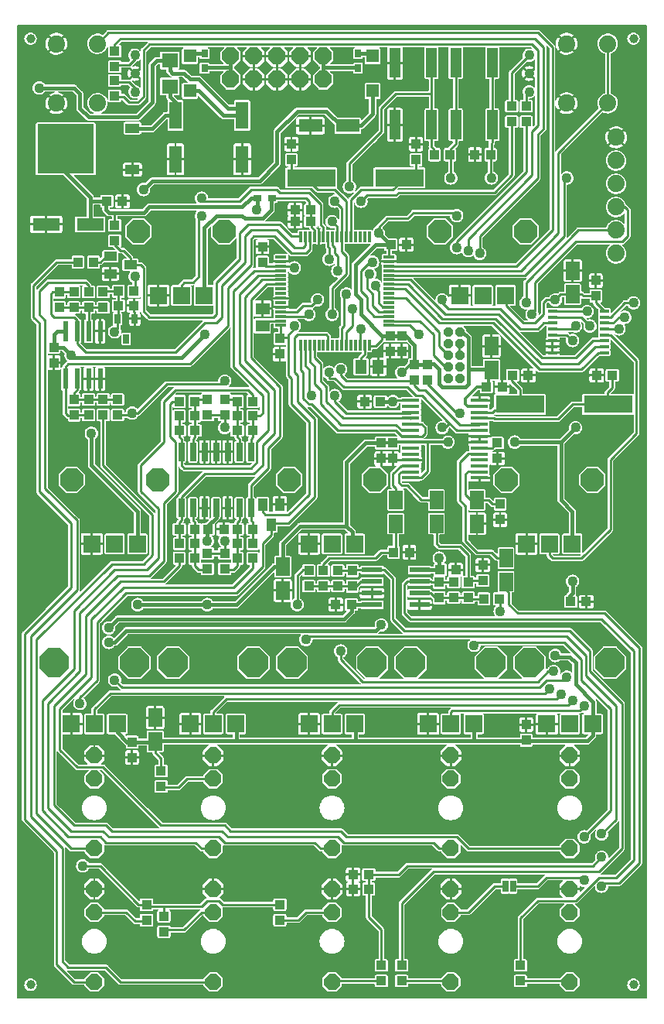
<source format=gbr>
%TF.GenerationSoftware,KiCad,Pcbnew,(6.0.11-0)*%
%TF.CreationDate,2023-04-29T13:53:26+02:00*%
%TF.ProjectId,rings,72696e67-732e-46b6-9963-61645f706362,rev?*%
%TF.SameCoordinates,Original*%
%TF.FileFunction,Copper,L1,Top*%
%TF.FilePolarity,Positive*%
%FSLAX46Y46*%
G04 Gerber Fmt 4.6, Leading zero omitted, Abs format (unit mm)*
G04 Created by KiCad (PCBNEW (6.0.11-0)) date 2023-04-29 13:53:26*
%MOMM*%
%LPD*%
G01*
G04 APERTURE LIST*
G04 Aperture macros list*
%AMRoundRect*
0 Rectangle with rounded corners*
0 $1 Rounding radius*
0 $2 $3 $4 $5 $6 $7 $8 $9 X,Y pos of 4 corners*
0 Add a 4 corners polygon primitive as box body*
4,1,4,$2,$3,$4,$5,$6,$7,$8,$9,$2,$3,0*
0 Add four circle primitives for the rounded corners*
1,1,$1+$1,$2,$3*
1,1,$1+$1,$4,$5*
1,1,$1+$1,$6,$7*
1,1,$1+$1,$8,$9*
0 Add four rect primitives between the rounded corners*
20,1,$1+$1,$2,$3,$4,$5,0*
20,1,$1+$1,$4,$5,$6,$7,0*
20,1,$1+$1,$6,$7,$8,$9,0*
20,1,$1+$1,$8,$9,$2,$3,0*%
%AMOutline5P*
0 Free polygon, 5 corners , with rotation*
0 The origin of the aperture is its center*
0 number of corners: always 5*
0 $1 to $10 corner X, Y*
0 $11 Rotation angle, in degrees counterclockwise*
0 create outline with 5 corners*
4,1,5,$1,$2,$3,$4,$5,$6,$7,$8,$9,$10,$1,$2,$11*%
%AMOutline6P*
0 Free polygon, 6 corners , with rotation*
0 The origin of the aperture is its center*
0 number of corners: always 6*
0 $1 to $12 corner X, Y*
0 $13 Rotation angle, in degrees counterclockwise*
0 create outline with 6 corners*
4,1,6,$1,$2,$3,$4,$5,$6,$7,$8,$9,$10,$11,$12,$1,$2,$13*%
%AMOutline7P*
0 Free polygon, 7 corners , with rotation*
0 The origin of the aperture is its center*
0 number of corners: always 7*
0 $1 to $14 corner X, Y*
0 $15 Rotation angle, in degrees counterclockwise*
0 create outline with 7 corners*
4,1,7,$1,$2,$3,$4,$5,$6,$7,$8,$9,$10,$11,$12,$13,$14,$1,$2,$15*%
%AMOutline8P*
0 Free polygon, 8 corners , with rotation*
0 The origin of the aperture is its center*
0 number of corners: always 8*
0 $1 to $16 corner X, Y*
0 $17 Rotation angle, in degrees counterclockwise*
0 create outline with 8 corners*
4,1,8,$1,$2,$3,$4,$5,$6,$7,$8,$9,$10,$11,$12,$13,$14,$15,$16,$1,$2,$17*%
G04 Aperture macros list end*
%TA.AperFunction,SMDPad,CuDef*%
%ADD10R,5.334000X1.930400*%
%TD*%
%TA.AperFunction,SMDPad,CuDef*%
%ADD11R,1.000000X1.100000*%
%TD*%
%TA.AperFunction,SMDPad,CuDef*%
%ADD12R,1.200000X3.200000*%
%TD*%
%TA.AperFunction,SMDPad,CuDef*%
%ADD13R,1.100000X1.000000*%
%TD*%
%TA.AperFunction,ComponentPad*%
%ADD14Outline8P,-0.533400X0.220942X-0.220942X0.533400X0.220942X0.533400X0.533400X0.220942X0.533400X-0.220942X0.220942X-0.533400X-0.220942X-0.533400X-0.533400X-0.220942X270.000000*%
%TD*%
%TA.AperFunction,SMDPad,CuDef*%
%ADD15R,1.200000X0.300000*%
%TD*%
%TA.AperFunction,SMDPad,CuDef*%
%ADD16R,0.300000X1.200000*%
%TD*%
%TA.AperFunction,SMDPad,CuDef*%
%ADD17R,1.500000X1.300000*%
%TD*%
%TA.AperFunction,SMDPad,CuDef*%
%ADD18R,1.300000X1.500000*%
%TD*%
%TA.AperFunction,ComponentPad*%
%ADD19C,1.879600*%
%TD*%
%TA.AperFunction,SMDPad,CuDef*%
%ADD20R,0.660400X2.032000*%
%TD*%
%TA.AperFunction,SMDPad,CuDef*%
%ADD21R,0.700000X1.000000*%
%TD*%
%TA.AperFunction,SMDPad,CuDef*%
%ADD22R,3.000000X1.400000*%
%TD*%
%TA.AperFunction,SMDPad,CuDef*%
%ADD23R,1.600000X1.000000*%
%TD*%
%TA.AperFunction,SMDPad,CuDef*%
%ADD24R,6.200000X5.400000*%
%TD*%
%TA.AperFunction,SMDPad,CuDef*%
%ADD25R,1.400000X1.400000*%
%TD*%
%TA.AperFunction,ComponentPad*%
%ADD26Outline8P,-0.939800X0.389278X-0.389278X0.939800X0.389278X0.939800X0.939800X0.389278X0.939800X-0.389278X0.389278X-0.939800X-0.389278X-0.939800X-0.939800X-0.389278X-0.000000*%
%TD*%
%TA.AperFunction,SMDPad,CuDef*%
%ADD27R,1.905000X0.381000*%
%TD*%
%TA.AperFunction,SMDPad,CuDef*%
%ADD28R,0.850000X0.700000*%
%TD*%
%TA.AperFunction,SMDPad,CuDef*%
%ADD29R,1.500000X2.000000*%
%TD*%
%TA.AperFunction,SMDPad,CuDef*%
%ADD30R,2.200000X0.600000*%
%TD*%
%TA.AperFunction,ComponentPad*%
%ADD31Outline8P,-1.587500X0.657564X-0.657564X1.587500X0.657564X1.587500X1.587500X0.657564X1.587500X-0.657564X0.657564X-1.587500X-0.657564X-1.587500X-1.587500X-0.657564X90.000000*%
%TD*%
%TA.AperFunction,ComponentPad*%
%ADD32R,1.879600X1.879600*%
%TD*%
%TA.AperFunction,ComponentPad*%
%ADD33Outline8P,-0.889000X0.368236X-0.368236X0.889000X0.368236X0.889000X0.889000X0.368236X0.889000X-0.368236X0.368236X-0.889000X-0.368236X-0.889000X-0.889000X-0.368236X180.000000*%
%TD*%
%TA.AperFunction,ComponentPad*%
%ADD34Outline8P,-1.270000X0.526051X-0.526051X1.270000X0.526051X1.270000X1.270000X0.526051X1.270000X-0.526051X0.526051X-1.270000X-0.526051X-1.270000X-1.270000X-0.526051X90.000000*%
%TD*%
%TA.AperFunction,SMDPad,CuDef*%
%ADD35R,1.803000X1.600000*%
%TD*%
%TA.AperFunction,SMDPad,CuDef*%
%ADD36R,1.400000X3.000000*%
%TD*%
%TA.AperFunction,SMDPad,CuDef*%
%ADD37R,2.600000X1.400000*%
%TD*%
%TA.AperFunction,SMDPad,CuDef*%
%ADD38RoundRect,0.500000X0.000000X0.000000X0.000000X0.000000X0.000000X0.000000X0.000000X0.000000X0*%
%TD*%
%TA.AperFunction,ComponentPad*%
%ADD39C,1.106400*%
%TD*%
%TA.AperFunction,SMDPad,CuDef*%
%ADD40R,1.000000X0.350000*%
%TD*%
%TA.AperFunction,SMDPad,CuDef*%
%ADD41R,0.600000X2.200000*%
%TD*%
%TA.AperFunction,SMDPad,CuDef*%
%ADD42R,1.400000X1.000000*%
%TD*%
%TA.AperFunction,SMDPad,CuDef*%
%ADD43R,1.000000X1.400000*%
%TD*%
%TA.AperFunction,SMDPad,CuDef*%
%ADD44R,0.700000X0.850000*%
%TD*%
%TA.AperFunction,SMDPad,CuDef*%
%ADD45R,0.635000X1.270000*%
%TD*%
%TA.AperFunction,ViaPad*%
%ADD46C,1.108000*%
%TD*%
%TA.AperFunction,Conductor*%
%ADD47C,0.254000*%
%TD*%
%TA.AperFunction,Conductor*%
%ADD48C,0.406400*%
%TD*%
%TA.AperFunction,Conductor*%
%ADD49C,0.304800*%
%TD*%
G04 APERTURE END LIST*
D10*
%TO.P,Q1,2*%
%TO.N,N$7*%
X155867100Y-68491100D03*
%TO.P,Q1,1*%
%TO.N,N$8*%
X146215100Y-68491100D03*
%TD*%
D11*
%TO.P,C4,2*%
%TO.N,N$8*%
X144056100Y-66483600D03*
%TO.P,C4,1*%
%TO.N,GND*%
X144056100Y-64783600D03*
%TD*%
D12*
%TO.P,SW3,A*%
%TO.N,GND*%
X155391100Y-55883600D03*
%TO.P,SW3,A'*%
X155391100Y-62683600D03*
%TO.P,SW3,B'*%
%TO.N,RESET*%
X159391100Y-62683600D03*
%TO.P,SW3,B*%
X159391100Y-55883600D03*
%TD*%
D11*
%TO.P,R6,2*%
%TO.N,+3V3*%
X161416100Y-65951100D03*
%TO.P,R6,1*%
%TO.N,RESET*%
X159716100Y-65951100D03*
%TD*%
%TO.P,C5,2*%
%TO.N,N$7*%
X157708600Y-66483600D03*
%TO.P,C5,1*%
%TO.N,GND*%
X157708600Y-64783600D03*
%TD*%
D12*
%TO.P,SW4,A*%
%TO.N,BOOT_FLASH*%
X166058600Y-62683600D03*
%TO.P,SW4,A'*%
X166058600Y-55883600D03*
%TO.P,SW4,B'*%
%TO.N,+3V3*%
X162058600Y-55883600D03*
%TO.P,SW4,B*%
X162058600Y-62683600D03*
%TD*%
D11*
%TO.P,R7,2*%
%TO.N,BOOT_FLASH*%
X165861100Y-65951100D03*
%TO.P,R7,1*%
%TO.N,GND*%
X164161100Y-65951100D03*
%TD*%
%TO.P,C18,2*%
%TO.N,GND*%
X156121100Y-87438600D03*
%TO.P,C18,1*%
%TO.N,+3V3*%
X156121100Y-85738600D03*
%TD*%
%TO.P,C11,2*%
%TO.N,GND*%
X140881200Y-76023100D03*
%TO.P,C11,1*%
%TO.N,+3V3*%
X140881200Y-77723100D03*
%TD*%
%TO.P,C20,2*%
%TO.N,GND*%
X142786100Y-87756100D03*
%TO.P,C20,1*%
%TO.N,+3V3*%
X142786100Y-86056100D03*
%TD*%
D13*
%TO.P,C9,2*%
%TO.N,GND*%
X144476100Y-73253600D03*
%TO.P,C9,1*%
%TO.N,+3V3_A*%
X146176100Y-73253600D03*
%TD*%
%TO.P,C7,2*%
%TO.N,GND*%
X144476100Y-71983600D03*
%TO.P,C7,1*%
%TO.N,+3V3_A*%
X146176100Y-71983600D03*
%TD*%
D11*
%TO.P,C30,2*%
%TO.N,GND*%
X153898600Y-99186100D03*
%TO.P,C30,1*%
%TO.N,+3V3_A*%
X153898600Y-97486100D03*
%TD*%
%TO.P,C31,2*%
%TO.N,GND*%
X155168600Y-99186100D03*
%TO.P,C31,1*%
%TO.N,+3V3_A*%
X155168600Y-97486100D03*
%TD*%
D14*
%TO.P,JP1,10*%
%TO.N,RESET*%
X161201100Y-90398600D03*
%TO.P,JP1,9*%
%TO.N,GND*%
X162471100Y-90398600D03*
%TO.P,JP1,8*%
%TO.N,JTDI*%
X161201100Y-89128600D03*
%TO.P,JP1,7*%
%TO.N,N/C*%
X162471100Y-89128600D03*
%TO.P,JP1,6*%
%TO.N,JTDO*%
X161201100Y-87858600D03*
%TO.P,JP1,5*%
%TO.N,GND*%
X162471100Y-87858600D03*
%TO.P,JP1,4*%
%TO.N,JTCK*%
X161201100Y-86588600D03*
%TO.P,JP1,3*%
%TO.N,GND*%
X162471100Y-86588600D03*
%TO.P,JP1,2*%
%TO.N,JTMS*%
X161201100Y-85318600D03*
%TO.P,JP1,1*%
%TO.N,+3V3*%
X162471100Y-85318600D03*
%TD*%
D13*
%TO.P,C10,2*%
%TO.N,GND*%
X156653600Y-75793500D03*
%TO.P,C10,1*%
%TO.N,+3V3*%
X154953600Y-75793500D03*
%TD*%
D15*
%TO.P,IC2,64*%
%TO.N,+3V3*%
X154755000Y-77123600D03*
%TO.P,IC2,63*%
%TO.N,GND*%
X154755000Y-77623600D03*
%TO.P,IC2,62*%
%TO.N,SW_POLYPHONY*%
X154755000Y-78123600D03*
%TO.P,IC2,61*%
%TO.N,SW_MODE*%
X154755000Y-78623600D03*
%TO.P,IC2,60*%
%TO.N,BOOT_FLASH*%
X154755000Y-79123600D03*
%TO.P,IC2,59*%
%TO.N,MUX_ADDR_0*%
X154755000Y-79623600D03*
%TO.P,IC2,58*%
%TO.N,MUX_ADDR_1*%
X154755000Y-80123600D03*
%TO.P,IC2,57*%
%TO.N,MUX_ADDR_2*%
X154755000Y-80623600D03*
%TO.P,IC2,56*%
%TO.N,N/C*%
X154755000Y-81123600D03*
%TO.P,IC2,55*%
%TO.N,JTDO*%
X154755000Y-81623600D03*
%TO.P,IC2,54*%
%TO.N,N/C*%
X154755000Y-82123600D03*
%TO.P,IC2,53*%
%TO.N,N$43*%
X154755000Y-82623600D03*
%TO.P,IC2,52*%
%TO.N,N$37*%
X154755000Y-83123600D03*
%TO.P,IC2,51*%
%TO.N,N$44*%
X154755000Y-83623600D03*
%TO.P,IC2,50*%
%TO.N,JTDI*%
X154755000Y-84123600D03*
%TO.P,IC2,49*%
%TO.N,JTCK*%
X154755000Y-84623600D03*
D16*
%TO.P,IC2,48*%
%TO.N,+3V3*%
X152568600Y-86759200D03*
%TO.P,IC2,47*%
%TO.N,N$13*%
X152068600Y-86759200D03*
%TO.P,IC2,46*%
%TO.N,JTMS*%
X151568600Y-86759200D03*
%TO.P,IC2,45*%
%TO.N,N/C*%
X151068600Y-86759200D03*
%TO.P,IC2,44*%
X150568600Y-86759200D03*
%TO.P,IC2,43*%
%TO.N,RX*%
X150068600Y-86759200D03*
%TO.P,IC2,42*%
%TO.N,TX*%
X149568600Y-86759200D03*
%TO.P,IC2,41*%
%TO.N,N/C*%
X149068600Y-86759200D03*
%TO.P,IC2,40*%
X148568600Y-86759200D03*
%TO.P,IC2,39*%
%TO.N,NORMALIZATION_PROBE*%
X148068600Y-86759200D03*
%TO.P,IC2,38*%
%TO.N,N/C*%
X147568600Y-86759200D03*
%TO.P,IC2,37*%
X147068600Y-86759200D03*
%TO.P,IC2,36*%
%TO.N,I2S_SOUT*%
X146568600Y-86759200D03*
%TO.P,IC2,35*%
%TO.N,I2S_SIN*%
X146068600Y-86759200D03*
%TO.P,IC2,34*%
%TO.N,I2S_SCK*%
X145568600Y-86759200D03*
%TO.P,IC2,33*%
%TO.N,I2S_LRCK*%
X145068600Y-86759200D03*
D15*
%TO.P,IC2,32*%
%TO.N,+3V3*%
X142907600Y-84623600D03*
%TO.P,IC2,31*%
%TO.N,N$19*%
X142907600Y-84123600D03*
%TO.P,IC2,30*%
%TO.N,I2C_SDA*%
X142907600Y-83623600D03*
%TO.P,IC2,29*%
%TO.N,I2C_SCL*%
X142907600Y-83123600D03*
%TO.P,IC2,28*%
%TO.N,GND*%
X142907600Y-82623600D03*
%TO.P,IC2,27*%
%TO.N,N/C*%
X142907600Y-82123600D03*
%TO.P,IC2,26*%
%TO.N,GND*%
X142907600Y-81623600D03*
%TO.P,IC2,25*%
%TO.N,N/C*%
X142907600Y-81123600D03*
%TO.P,IC2,24*%
X142907600Y-80623600D03*
%TO.P,IC2,23*%
%TO.N,POSITION_CV*%
X142907600Y-80123600D03*
%TO.P,IC2,22*%
%TO.N,GEOMETRY_CV*%
X142907600Y-79623600D03*
%TO.P,IC2,21*%
%TO.N,DAMP_CV*%
X142907600Y-79123600D03*
%TO.P,IC2,20*%
%TO.N,FM_CV*%
X142907600Y-78623600D03*
%TO.P,IC2,19*%
%TO.N,+3V3*%
X142907600Y-78123600D03*
%TO.P,IC2,18*%
%TO.N,GND*%
X142907600Y-77623600D03*
%TO.P,IC2,17*%
%TO.N,N/C*%
X142907600Y-77123600D03*
D16*
%TO.P,IC2,16*%
%TO.N,STRUM*%
X145068600Y-74937200D03*
%TO.P,IC2,15*%
%TO.N,V_OCT_CV*%
X145568600Y-74937200D03*
%TO.P,IC2,14*%
%TO.N,BRIGHTNESS_CV*%
X146068600Y-74937200D03*
%TO.P,IC2,13*%
%TO.N,+3V3_A*%
X146568600Y-74937200D03*
%TO.P,IC2,12*%
%TO.N,GND*%
X147068600Y-74937200D03*
%TO.P,IC2,11*%
%TO.N,FREQUENCY_POT*%
X147568600Y-74937200D03*
%TO.P,IC2,10*%
%TO.N,GEOMETRY_POT*%
X148068600Y-74937200D03*
%TO.P,IC2,9*%
%TO.N,MUXED_POTS*%
X148568600Y-74937200D03*
%TO.P,IC2,8*%
%TO.N,N$40*%
X149068600Y-74937200D03*
%TO.P,IC2,7*%
%TO.N,RESET*%
X149568600Y-74937200D03*
%TO.P,IC2,6*%
%TO.N,N$8*%
X150068600Y-74937200D03*
%TO.P,IC2,5*%
%TO.N,N$7*%
X150568600Y-74937200D03*
%TO.P,IC2,4*%
%TO.N,N/C*%
X151068600Y-74937200D03*
%TO.P,IC2,3*%
X151568600Y-74937200D03*
%TO.P,IC2,2*%
X152068600Y-74937200D03*
%TO.P,IC2,1*%
%TO.N,VBAT*%
X152568600Y-74937200D03*
%TD*%
D17*
%TO.P,C16,2*%
%TO.N,GND*%
X140881100Y-82781100D03*
%TO.P,C16,1*%
%TO.N,N$19*%
X140881100Y-84681100D03*
%TD*%
D18*
%TO.P,C22,2*%
%TO.N,GND*%
X153578600Y-89128600D03*
%TO.P,C22,1*%
%TO.N,N$13*%
X151678600Y-89128600D03*
%TD*%
D13*
%TO.P,C27,2*%
%TO.N,GND*%
X152096100Y-92938600D03*
%TO.P,C27,1*%
%TO.N,+3V3*%
X153796100Y-92938600D03*
%TD*%
D19*
%TO.P,JP2,6*%
%TO.N,N/C*%
X179616100Y-76746100D03*
%TO.P,JP2,5*%
%TO.N,TX*%
X179616100Y-74206100D03*
%TO.P,JP2,4*%
%TO.N,RX*%
X179616100Y-71666100D03*
%TO.P,JP2,3*%
%TO.N,N/C*%
X179616100Y-69126100D03*
%TO.P,JP2,2*%
X179616100Y-66586100D03*
%TO.P,JP2,1*%
%TO.N,GND*%
X179616100Y-64046100D03*
%TD*%
D20*
%TO.P,IC7,8*%
%TO.N,FM_CV*%
X139611100Y-98437700D03*
%TO.P,IC7,7*%
%TO.N,POSITION_CV*%
X139611100Y-104584500D03*
%TO.P,IC7,9*%
%TO.N,N$5*%
X138341100Y-98437700D03*
%TO.P,IC7,10*%
%TO.N,GND*%
X137071100Y-98437700D03*
%TO.P,IC7,6*%
%TO.N,N$30*%
X138341100Y-104584500D03*
%TO.P,IC7,5*%
%TO.N,GND*%
X137071100Y-104584500D03*
%TO.P,IC7,11*%
X135801100Y-98437700D03*
%TO.P,IC7,4*%
%TO.N,+3V3_A*%
X135801100Y-104584500D03*
%TO.P,IC7,12*%
%TO.N,GND*%
X134531100Y-98437700D03*
%TO.P,IC7,13*%
%TO.N,N$11*%
X133261100Y-98437700D03*
%TO.P,IC7,3*%
%TO.N,GND*%
X134531100Y-104584500D03*
%TO.P,IC7,2*%
%TO.N,N$15*%
X133261100Y-104584500D03*
%TO.P,IC7,14*%
%TO.N,DAMP_CV*%
X131991100Y-98437700D03*
%TO.P,IC7,1*%
%TO.N,GEOMETRY_CV*%
X131991100Y-104584500D03*
%TD*%
D13*
%TO.P,R19,2*%
%TO.N,N$1*%
X123418600Y-94423600D03*
%TO.P,R19,1*%
%TO.N,N$2*%
X123418600Y-92723600D03*
%TD*%
%TO.P,R18,2*%
%TO.N,N$2*%
X121831100Y-92723600D03*
%TO.P,R18,1*%
%TO.N,BRIGHTNESS_CV*%
X121831100Y-94423600D03*
%TD*%
%TO.P,R20,2*%
%TO.N,AREF_-10*%
X125006100Y-94423600D03*
%TO.P,R20,1*%
%TO.N,N$2*%
X125006100Y-92723600D03*
%TD*%
D11*
%TO.P,C26,2*%
%TO.N,BRIGHTNESS_CV*%
X120243600Y-94423600D03*
%TO.P,C26,1*%
%TO.N,N$2*%
X120243600Y-92723600D03*
%TD*%
%TO.P,R22,2*%
%TO.N,N$4*%
X139826100Y-92938600D03*
%TO.P,R22,1*%
%TO.N,N$5*%
X138126100Y-92938600D03*
%TD*%
%TO.P,R26,2*%
%TO.N,N$5*%
X138126100Y-94526100D03*
%TO.P,R26,1*%
%TO.N,FM_CV*%
X139826100Y-94526100D03*
%TD*%
D13*
%TO.P,R24,2*%
%TO.N,AREF_-10*%
X136753600Y-94423600D03*
%TO.P,R24,1*%
%TO.N,N$5*%
X136753600Y-92723600D03*
%TD*%
%TO.P,C29,2*%
%TO.N,FM_CV*%
X139826100Y-96113600D03*
%TO.P,C29,1*%
%TO.N,N$5*%
X138126100Y-96113600D03*
%TD*%
D11*
%TO.P,R21,2*%
%TO.N,N$10*%
X131776100Y-92938600D03*
%TO.P,R21,1*%
%TO.N,N$11*%
X133476100Y-92938600D03*
%TD*%
%TO.P,R25,2*%
%TO.N,N$11*%
X133476100Y-94526100D03*
%TO.P,R25,1*%
%TO.N,DAMP_CV*%
X131776100Y-94526100D03*
%TD*%
D13*
%TO.P,R23,2*%
%TO.N,AREF_-10*%
X134848600Y-94423600D03*
%TO.P,R23,1*%
%TO.N,N$11*%
X134848600Y-92723600D03*
%TD*%
%TO.P,C28,2*%
%TO.N,DAMP_CV*%
X131776100Y-96113600D03*
%TO.P,C28,1*%
%TO.N,N$11*%
X133476100Y-96113600D03*
%TD*%
D11*
%TO.P,R34,2*%
%TO.N,N$6*%
X131776100Y-110083600D03*
%TO.P,R34,1*%
%TO.N,N$15*%
X133476100Y-110083600D03*
%TD*%
%TO.P,R31,2*%
%TO.N,N$15*%
X133476100Y-108496100D03*
%TO.P,R31,1*%
%TO.N,GEOMETRY_CV*%
X131776100Y-108496100D03*
%TD*%
D13*
%TO.P,C36,2*%
%TO.N,GEOMETRY_CV*%
X131776100Y-106908600D03*
%TO.P,C36,1*%
%TO.N,N$15*%
X133476100Y-106908600D03*
%TD*%
D21*
%TO.P,IC3,1*%
%TO.N,GND*%
X126908600Y-83901100D03*
%TO.P,IC3,2*%
%TO.N,AREF_-10*%
X125008600Y-83901100D03*
%TO.P,IC3,3*%
%TO.N,N/C*%
X125958600Y-86101100D03*
%TD*%
D11*
%TO.P,R12,2*%
%TO.N,AREF_-10*%
X125108600Y-80873600D03*
%TO.P,R12,1*%
%TO.N,VEE*%
X126808600Y-80873600D03*
%TD*%
D13*
%TO.P,C15,2*%
%TO.N,GND*%
X126808600Y-82461100D03*
%TO.P,C15,1*%
%TO.N,AREF_-10*%
X125108600Y-82461100D03*
%TD*%
D22*
%TO.P,C8,+*%
%TO.N,+3V3*%
X122008600Y-73571100D03*
%TO.P,C8,-*%
%TO.N,GND*%
X117208600Y-73571100D03*
%TD*%
D13*
%TO.P,C6,2*%
%TO.N,GND*%
X125538600Y-71031100D03*
%TO.P,C6,1*%
%TO.N,+3V3*%
X123838600Y-71031100D03*
%TD*%
D23*
%TO.P,IC1,2*%
%TO.N,N$16*%
X126631100Y-63036100D03*
%TO.P,IC1,1*%
%TO.N,GND*%
X126631100Y-67596100D03*
D24*
%TO.P,IC1,3*%
%TO.N,+3V3*%
X119331100Y-65316100D03*
%TD*%
D25*
%TO.P,D1,A*%
%TO.N,N$24*%
X132943600Y-55161100D03*
%TO.P,D1,C*%
%TO.N,VCC*%
X132943600Y-58961100D03*
%TD*%
%TO.P,D2,A*%
%TO.N,VEE*%
X152946100Y-58961100D03*
%TO.P,D2,C*%
%TO.N,N$36*%
X152946100Y-55161100D03*
%TD*%
D26*
%TO.P,JP3,10*%
%TO.N,N$64*%
X147548600Y-57696100D03*
%TO.P,JP3,9*%
X147548600Y-55156100D03*
%TO.P,JP3,8*%
%TO.N,GND*%
X145008600Y-57696100D03*
%TO.P,JP3,7*%
X145008600Y-55156100D03*
%TO.P,JP3,6*%
X142468600Y-57696100D03*
%TO.P,JP3,5*%
X142468600Y-55156100D03*
%TO.P,JP3,4*%
X139928600Y-57696100D03*
%TO.P,JP3,3*%
X139928600Y-55156100D03*
%TO.P,JP3,2*%
%TO.N,N$56*%
X137388600Y-57696100D03*
%TO.P,JP3,1*%
X137388600Y-55156100D03*
%TD*%
D13*
%TO.P,R36,2*%
%TO.N,AREF_-10*%
X134848600Y-109551100D03*
%TO.P,R36,1*%
%TO.N,N$15*%
X134848600Y-111251100D03*
%TD*%
%TO.P,C37,2*%
%TO.N,GND*%
X136651100Y-106908600D03*
%TO.P,C37,1*%
%TO.N,+3V3_A*%
X134951100Y-106908600D03*
%TD*%
D27*
%TO.P,IC6,28*%
%TO.N,GND*%
X164635800Y-92833600D03*
%TO.P,IC6,27*%
%TO.N,+3V3*%
X164635800Y-93483600D03*
%TO.P,IC6,26*%
%TO.N,N$42*%
X164635800Y-94133600D03*
%TO.P,IC6,25*%
%TO.N,N$41*%
X164635800Y-94783600D03*
%TO.P,IC6,24*%
%TO.N,I2C_SCL*%
X164635800Y-95433600D03*
%TO.P,IC6,23*%
%TO.N,I2C_SDA*%
X164635800Y-96083600D03*
%TO.P,IC6,22*%
%TO.N,GND*%
X164635800Y-96733600D03*
%TO.P,IC6,21*%
X164635800Y-97383600D03*
%TO.P,IC6,20*%
%TO.N,IN_1*%
X164635800Y-98033600D03*
%TO.P,IC6,19*%
%TO.N,IN_2*%
X164635800Y-98683600D03*
%TO.P,IC6,18*%
%TO.N,N/C*%
X164635800Y-99333600D03*
%TO.P,IC6,17*%
X164635800Y-99983600D03*
%TO.P,IC6,16*%
%TO.N,N$17*%
X164635800Y-100633600D03*
%TO.P,IC6,15*%
%TO.N,GND*%
X164635800Y-101283600D03*
%TO.P,IC6,14*%
%TO.N,+3V3_A*%
X157131400Y-101283600D03*
%TO.P,IC6,13*%
%TO.N,AUX_OUT*%
X157131400Y-100633600D03*
%TO.P,IC6,12*%
%TO.N,MAIN_OUT*%
X157131400Y-99983600D03*
%TO.P,IC6,11*%
%TO.N,GND*%
X157131400Y-99333600D03*
%TO.P,IC6,10*%
%TO.N,N/C*%
X157131400Y-98683600D03*
%TO.P,IC6,9*%
X157131400Y-98033600D03*
%TO.P,IC6,8*%
%TO.N,+3V3_A*%
X157131400Y-97383600D03*
%TO.P,IC6,7*%
%TO.N,I2S_LRCK*%
X157131400Y-96733600D03*
%TO.P,IC6,6*%
%TO.N,I2S_SIN*%
X157131400Y-96083600D03*
%TO.P,IC6,5*%
%TO.N,I2S_LRCK*%
X157131400Y-95433600D03*
%TO.P,IC6,4*%
%TO.N,I2S_SOUT*%
X157131400Y-94783600D03*
%TO.P,IC6,3*%
%TO.N,I2S_SCK*%
X157131400Y-94133600D03*
%TO.P,IC6,2*%
%TO.N,N/C*%
X157131400Y-93483600D03*
%TO.P,IC6,1*%
%TO.N,+3V3*%
X157131400Y-92833600D03*
%TD*%
D28*
%TO.P,L3,2*%
%TO.N,+3V3_A*%
X141898600Y-70713600D03*
%TO.P,L3,1*%
%TO.N,+3V3*%
X140298600Y-70713600D03*
%TD*%
D11*
%TO.P,C35,2*%
%TO.N,GND*%
X166916100Y-105853600D03*
%TO.P,C35,1*%
%TO.N,N$17*%
X166916100Y-104153600D03*
%TD*%
D29*
%TO.P,C34,+*%
%TO.N,N$17*%
X164376100Y-103703600D03*
%TO.P,C34,-*%
%TO.N,GND*%
X164376100Y-106303600D03*
%TD*%
D13*
%TO.P,R27,2*%
%TO.N,GND*%
X166598600Y-99186100D03*
%TO.P,R27,1*%
%TO.N,IN_1*%
X166598600Y-97486100D03*
%TD*%
%TO.P,R54,2*%
%TO.N,N$21*%
X153898600Y-156336100D03*
%TO.P,R54,1*%
%TO.N,N$18*%
X153898600Y-154636100D03*
%TD*%
D11*
%TO.P,R51,2*%
%TO.N,N$18*%
X152526100Y-146278600D03*
%TO.P,R51,1*%
%TO.N,GND*%
X150826100Y-146278600D03*
%TD*%
D13*
%TO.P,C49,2*%
%TO.N,GND*%
X150826100Y-144691100D03*
%TO.P,C49,1*%
%TO.N,N$18*%
X152526100Y-144691100D03*
%TD*%
D29*
%TO.P,C40,+*%
%TO.N,IN_2*%
X167551100Y-110053600D03*
%TO.P,C40,-*%
%TO.N,N$18*%
X167551100Y-112653600D03*
%TD*%
%TO.P,C33,+*%
%TO.N,AUX_OUT*%
X159931100Y-103703600D03*
%TO.P,C33,-*%
%TO.N,N$23*%
X159931100Y-106303600D03*
%TD*%
D13*
%TO.P,R38,2*%
%TO.N,N$23*%
X165011100Y-112521100D03*
%TO.P,R38,1*%
%TO.N,GND*%
X165011100Y-110821100D03*
%TD*%
%TO.P,R43,2*%
%TO.N,N$23*%
X163423600Y-112726100D03*
%TO.P,R43,1*%
%TO.N,N$25*%
X163423600Y-114426100D03*
%TD*%
D30*
%TO.P,IC8,5*%
%TO.N,GND*%
X158086100Y-115163600D03*
%TO.P,IC8,6*%
%TO.N,N$25*%
X158086100Y-113893600D03*
%TO.P,IC8,8*%
%TO.N,VCC*%
X158086100Y-111353600D03*
%TO.P,IC8,4*%
%TO.N,VEE*%
X152886100Y-115163600D03*
%TO.P,IC8,3*%
%TO.N,GND*%
X152886100Y-113893600D03*
%TO.P,IC8,1*%
%TO.N,N$33*%
X152886100Y-111353600D03*
%TO.P,IC8,7*%
%TO.N,N$28*%
X158086100Y-112623600D03*
%TO.P,IC8,2*%
%TO.N,N$32*%
X152886100Y-112623600D03*
%TD*%
D13*
%TO.P,R42,2*%
%TO.N,N$25*%
X161836100Y-114426100D03*
%TO.P,R42,1*%
%TO.N,N$28*%
X161836100Y-112726100D03*
%TD*%
D11*
%TO.P,C43,2*%
%TO.N,N$28*%
X160248600Y-112726100D03*
%TO.P,C43,1*%
%TO.N,N$25*%
X160248600Y-114426100D03*
%TD*%
D13*
%TO.P,R56,2*%
%TO.N,N$28*%
X169138600Y-154636100D03*
%TO.P,R56,1*%
%TO.N,N$29*%
X169138600Y-156336100D03*
%TD*%
D29*
%TO.P,C32,+*%
%TO.N,MAIN_OUT*%
X155486100Y-103703600D03*
%TO.P,C32,-*%
%TO.N,N$31*%
X155486100Y-106303600D03*
%TD*%
D11*
%TO.P,R33,2*%
%TO.N,N$31*%
X155271100Y-109448600D03*
%TO.P,R33,1*%
%TO.N,GND*%
X156971100Y-109448600D03*
%TD*%
D13*
%TO.P,R40,2*%
%TO.N,N$31*%
X147548600Y-111456100D03*
%TO.P,R40,1*%
%TO.N,N$32*%
X147548600Y-113156100D03*
%TD*%
%TO.P,R41,2*%
%TO.N,N$32*%
X149136100Y-113156100D03*
%TO.P,R41,1*%
%TO.N,N$33*%
X149136100Y-111456100D03*
%TD*%
D11*
%TO.P,C42,2*%
%TO.N,N$33*%
X150723600Y-111456100D03*
%TO.P,C42,1*%
%TO.N,N$32*%
X150723600Y-113156100D03*
%TD*%
D13*
%TO.P,R55,2*%
%TO.N,N$33*%
X156121100Y-154636100D03*
%TO.P,R55,1*%
%TO.N,N$34*%
X156121100Y-156336100D03*
%TD*%
%TO.P,C39,2*%
%TO.N,GND*%
X162051100Y-111353600D03*
%TO.P,C39,1*%
%TO.N,VCC*%
X160351100Y-111353600D03*
%TD*%
%TO.P,C45,2*%
%TO.N,VEE*%
X150621100Y-115163600D03*
%TO.P,C45,1*%
%TO.N,GND*%
X148921100Y-115163600D03*
%TD*%
%TO.P,R16,2*%
%TO.N,+3V3*%
X157549900Y-88913600D03*
%TO.P,R16,1*%
%TO.N,I2C_SCL*%
X157549900Y-90613600D03*
%TD*%
%TO.P,R17,2*%
%TO.N,+3V3*%
X158978600Y-88913600D03*
%TO.P,R17,1*%
%TO.N,I2C_SDA*%
X158978600Y-90613600D03*
%TD*%
%TO.P,C25,2*%
%TO.N,GND*%
X167131100Y-91351100D03*
%TO.P,C25,1*%
%TO.N,+3V3*%
X165431100Y-91351100D03*
%TD*%
D31*
%TO.P,R45,P$5*%
%TO.N,N/C*%
X118066100Y-121513600D03*
%TO.P,R45,P$4*%
X126866100Y-121513600D03*
D32*
%TO.P,R45,P$3*%
%TO.N,GND*%
X119966100Y-128213600D03*
%TO.P,R45,P$2*%
%TO.N,BRIGHTNESS_ATT*%
X122466100Y-128213600D03*
%TO.P,R45,P$1*%
%TO.N,+3V3_A*%
X124966100Y-128213600D03*
%TD*%
D33*
%TO.P,J8,P1*%
%TO.N,GND*%
X148501100Y-146278600D03*
%TO.P,J8,P3*%
%TO.N,N$21*%
X148501100Y-156438600D03*
%TO.P,J8,P2*%
%TO.N,N$39*%
X148501100Y-148818600D03*
%TD*%
%TO.P,J10,P1*%
%TO.N,GND*%
X174536100Y-146278600D03*
%TO.P,J10,P3*%
%TO.N,N$29*%
X174536100Y-156438600D03*
%TO.P,J10,P2*%
%TO.N,N$45*%
X174536100Y-148818600D03*
%TD*%
%TO.P,J9,P1*%
%TO.N,GND*%
X161518600Y-146278600D03*
%TO.P,J9,P3*%
%TO.N,N$34*%
X161518600Y-156438600D03*
%TO.P,J9,P2*%
%TO.N,N$47*%
X161518600Y-148818600D03*
%TD*%
%TO.P,J1,P1*%
%TO.N,GND*%
X122466100Y-131673600D03*
%TO.P,J1,P3*%
%TO.N,N$1*%
X122466100Y-141833600D03*
%TO.P,J1,P2*%
%TO.N,N/C*%
X122466100Y-134213600D03*
%TD*%
%TO.P,J2,P1*%
%TO.N,GND*%
X135483600Y-131673600D03*
%TO.P,J2,P3*%
%TO.N,N$4*%
X135483600Y-141833600D03*
%TO.P,J2,P2*%
%TO.N,N$38*%
X135483600Y-134213600D03*
%TD*%
%TO.P,J3,P1*%
%TO.N,GND*%
X148501100Y-131673600D03*
%TO.P,J3,P3*%
%TO.N,N$10*%
X148501100Y-141833600D03*
%TO.P,J3,P2*%
%TO.N,N/C*%
X148501100Y-134213600D03*
%TD*%
%TO.P,J4,P1*%
%TO.N,GND*%
X161518600Y-131673600D03*
%TO.P,J4,P3*%
%TO.N,N$6*%
X161518600Y-141833600D03*
%TO.P,J4,P2*%
%TO.N,N/C*%
X161518600Y-134213600D03*
%TD*%
D31*
%TO.P,R46,P$5*%
%TO.N,N/C*%
X131083600Y-121513600D03*
%TO.P,R46,P$4*%
X139883600Y-121513600D03*
D32*
%TO.P,R46,P$3*%
%TO.N,GND*%
X132983600Y-128213600D03*
%TO.P,R46,P$2*%
%TO.N,FREQUENCY_ATT*%
X135483600Y-128213600D03*
%TO.P,R46,P$1*%
%TO.N,+3V3_A*%
X137983600Y-128213600D03*
%TD*%
D34*
%TO.P,R28,P$5*%
%TO.N,N/C*%
X119988600Y-101511100D03*
%TO.P,R28,P$4*%
X129388600Y-101511100D03*
D32*
%TO.P,R28,P$3*%
%TO.N,GND*%
X122188600Y-108511100D03*
%TO.P,R28,P$2*%
%TO.N,BRIGHTNESS_POT*%
X124688600Y-108511100D03*
%TO.P,R28,P$1*%
%TO.N,+3V3_A*%
X127188600Y-108511100D03*
%TD*%
D19*
%TO.P,SW1,4*%
%TO.N,SW_POLYPHONY*%
X122821700Y-53809900D03*
%TO.P,SW1,3*%
X122821700Y-60312300D03*
%TO.P,SW1,2*%
%TO.N,GND*%
X118300500Y-53809900D03*
%TO.P,SW1,1*%
X118300500Y-60312300D03*
%TD*%
D35*
%TO.P,R2,1*%
%TO.N,N$16*%
X130721100Y-58483100D03*
%TO.P,R2,2*%
%TO.N,VCC*%
X130721100Y-55639100D03*
%TD*%
D36*
%TO.P,C2,+*%
%TO.N,N$16*%
X131356100Y-61646100D03*
%TO.P,C2,-*%
%TO.N,GND*%
X131356100Y-66446100D03*
%TD*%
%TO.P,C3,+*%
%TO.N,VCC*%
X138658600Y-61646100D03*
%TO.P,C3,-*%
%TO.N,GND*%
X138658600Y-66446100D03*
%TD*%
D37*
%TO.P,C1,+*%
%TO.N,GND*%
X146133600Y-62776100D03*
%TO.P,C1,-*%
%TO.N,VEE*%
X150233600Y-62776100D03*
%TD*%
D38*
%TO.P,F1,1*%
%TO.N,N/C*%
X115481100Y-53251100D03*
%TD*%
%TO.P,F4,1*%
%TO.N,N/C*%
X181521100Y-156756100D03*
%TD*%
%TO.P,F2,1*%
%TO.N,N/C*%
X181521100Y-53251100D03*
%TD*%
%TO.P,F3,1*%
%TO.N,N/C*%
X115481100Y-156756100D03*
%TD*%
D31*
%TO.P,R47,P$5*%
%TO.N,N/C*%
X144101100Y-121513600D03*
%TO.P,R47,P$4*%
X152901100Y-121513600D03*
D32*
%TO.P,R47,P$3*%
%TO.N,GND*%
X146001100Y-128213600D03*
%TO.P,R47,P$2*%
%TO.N,DAMP_ATT*%
X148501100Y-128213600D03*
%TO.P,R47,P$1*%
%TO.N,+3V3_A*%
X151001100Y-128213600D03*
%TD*%
D31*
%TO.P,R48,P$5*%
%TO.N,N/C*%
X157118600Y-121513600D03*
%TO.P,R48,P$4*%
X165918600Y-121513600D03*
D32*
%TO.P,R48,P$3*%
%TO.N,GND*%
X159018600Y-128213600D03*
%TO.P,R48,P$2*%
%TO.N,GEOMETRY_ATT*%
X161518600Y-128213600D03*
%TO.P,R48,P$1*%
%TO.N,+3V3_A*%
X164018600Y-128213600D03*
%TD*%
D31*
%TO.P,R49,P$5*%
%TO.N,N/C*%
X170136100Y-121513600D03*
%TO.P,R49,P$4*%
X178936100Y-121513600D03*
D32*
%TO.P,R49,P$3*%
%TO.N,GND*%
X172036100Y-128213600D03*
%TO.P,R49,P$2*%
%TO.N,POSITION_ATT*%
X174536100Y-128213600D03*
%TO.P,R49,P$1*%
%TO.N,+3V3_A*%
X177036100Y-128213600D03*
%TD*%
D34*
%TO.P,R9,P$5*%
%TO.N,N/C*%
X127291100Y-74333100D03*
%TO.P,R9,P$4*%
X136691100Y-74333100D03*
D32*
%TO.P,R9,P$3*%
%TO.N,GND*%
X129491100Y-81333100D03*
%TO.P,R9,P$2*%
%TO.N,FREQUENCY_POT*%
X131991100Y-81333100D03*
%TO.P,R9,P$1*%
%TO.N,+3V3_A*%
X134491100Y-81333100D03*
%TD*%
D34*
%TO.P,R29,P$5*%
%TO.N,N/C*%
X143801100Y-101511100D03*
%TO.P,R29,P$4*%
X153201100Y-101511100D03*
D32*
%TO.P,R29,P$3*%
%TO.N,GND*%
X146001100Y-108511100D03*
%TO.P,R29,P$2*%
%TO.N,DAMP_POT*%
X148501100Y-108511100D03*
%TO.P,R29,P$1*%
%TO.N,+3V3_A*%
X151001100Y-108511100D03*
%TD*%
D34*
%TO.P,R10,P$5*%
%TO.N,N/C*%
X160311100Y-74333100D03*
%TO.P,R10,P$4*%
X169711100Y-74333100D03*
D32*
%TO.P,R10,P$3*%
%TO.N,GND*%
X162511100Y-81333100D03*
%TO.P,R10,P$2*%
%TO.N,GEOMETRY_POT*%
X165011100Y-81333100D03*
%TO.P,R10,P$1*%
%TO.N,+3V3_A*%
X167511100Y-81333100D03*
%TD*%
D34*
%TO.P,R30,P$5*%
%TO.N,N/C*%
X167613600Y-101511100D03*
%TO.P,R30,P$4*%
X177013600Y-101511100D03*
D32*
%TO.P,R30,P$3*%
%TO.N,GND*%
X169813600Y-108511100D03*
%TO.P,R30,P$2*%
%TO.N,POSITION_POT*%
X172313600Y-108511100D03*
%TO.P,R30,P$1*%
%TO.N,+3V3_A*%
X174813600Y-108511100D03*
%TD*%
D13*
%TO.P,R14,2*%
%TO.N,N$3*%
X121831100Y-80976100D03*
%TO.P,R14,1*%
%TO.N,N$14*%
X121831100Y-82676100D03*
%TD*%
%TO.P,R13,2*%
%TO.N,N$14*%
X120243600Y-82676100D03*
%TO.P,R13,1*%
%TO.N,V_OCT_CV*%
X120243600Y-80976100D03*
%TD*%
%TO.P,R15,2*%
%TO.N,AREF_-10*%
X123418600Y-80976100D03*
%TO.P,R15,1*%
%TO.N,N$14*%
X123418600Y-82676100D03*
%TD*%
D11*
%TO.P,C14,2*%
%TO.N,V_OCT_CV*%
X118656100Y-80976100D03*
%TO.P,C14,1*%
%TO.N,N$14*%
X118656100Y-82676100D03*
%TD*%
D33*
%TO.P,J7,P1*%
%TO.N,GND*%
X135483600Y-146278600D03*
%TO.P,J7,P3*%
%TO.N,N$3*%
X135483600Y-156438600D03*
%TO.P,J7,P2*%
%TO.N,CV_NORMALIZATION*%
X135483600Y-148818600D03*
%TD*%
D11*
%TO.P,R35,2*%
%TO.N,N$26*%
X139826100Y-110083600D03*
%TO.P,R35,1*%
%TO.N,N$30*%
X138126100Y-110083600D03*
%TD*%
%TO.P,R32,2*%
%TO.N,N$30*%
X138126100Y-108496100D03*
%TO.P,R32,1*%
%TO.N,POSITION_CV*%
X139826100Y-108496100D03*
%TD*%
D13*
%TO.P,C38,2*%
%TO.N,POSITION_CV*%
X139826100Y-106908600D03*
%TO.P,C38,1*%
%TO.N,N$30*%
X138126100Y-106908600D03*
%TD*%
%TO.P,R37,2*%
%TO.N,AREF_-10*%
X136753600Y-109551100D03*
%TO.P,R37,1*%
%TO.N,N$30*%
X136753600Y-111251100D03*
%TD*%
D33*
%TO.P,J5,P1*%
%TO.N,GND*%
X174536100Y-131673600D03*
%TO.P,J5,P3*%
%TO.N,N$26*%
X174536100Y-141833600D03*
%TO.P,J5,P2*%
%TO.N,N/C*%
X174536100Y-134213600D03*
%TD*%
D11*
%TO.P,C19,2*%
%TO.N,GND*%
X118021100Y-88708600D03*
%TO.P,C19,1*%
%TO.N,+3V3_A*%
X118021100Y-87008600D03*
%TD*%
D19*
%TO.P,SW2,4*%
%TO.N,SW_MODE*%
X178701700Y-53809900D03*
%TO.P,SW2,3*%
X178701700Y-60312300D03*
%TO.P,SW2,2*%
%TO.N,GND*%
X174180500Y-53809900D03*
%TO.P,SW2,1*%
X174180500Y-60312300D03*
%TD*%
D39*
%TO.P,LED2,1*%
%TO.N,N$35*%
X170091100Y-59061100D03*
%TO.P,LED2,3*%
%TO.N,N$27*%
X170091100Y-55061100D03*
%TO.P,LED2,2*%
%TO.N,GND*%
X170091100Y-57061100D03*
%TD*%
%TO.P,LED1,1*%
%TO.N,N$22*%
X126911100Y-59061100D03*
%TO.P,LED1,3*%
%TO.N,N$12*%
X126911100Y-55061100D03*
%TO.P,LED1,2*%
%TO.N,GND*%
X126911100Y-57061100D03*
%TD*%
D13*
%TO.P,R4,2*%
%TO.N,N$27*%
X168186100Y-60656100D03*
%TO.P,R4,1*%
%TO.N,N$40*%
X168186100Y-62356100D03*
%TD*%
%TO.P,R5,2*%
%TO.N,N$35*%
X169773600Y-60656100D03*
%TO.P,R5,1*%
%TO.N,N$44*%
X169773600Y-62356100D03*
%TD*%
%TO.P,R3,2*%
%TO.N,N$22*%
X124688600Y-57798600D03*
%TO.P,R3,1*%
%TO.N,N$37*%
X124688600Y-59498600D03*
%TD*%
%TO.P,R1,2*%
%TO.N,N$12*%
X124688600Y-56323600D03*
%TO.P,R1,1*%
%TO.N,N$43*%
X124688600Y-54623600D03*
%TD*%
D40*
%TO.P,IC4,8*%
%TO.N,GND*%
X172663600Y-87601100D03*
%TO.P,IC4,9*%
%TO.N,MUX_ADDR_2*%
X178313600Y-87601100D03*
%TO.P,IC4,16*%
%TO.N,+3V3_A*%
X178313600Y-83051100D03*
%TO.P,IC4,15*%
%TO.N,POSITION_ATT*%
X178313600Y-83701100D03*
%TO.P,IC4,14*%
%TO.N,GEOMETRY_ATT*%
X178313600Y-84351100D03*
%TO.P,IC4,13*%
%TO.N,DAMP_ATT*%
X178313600Y-85001100D03*
%TO.P,IC4,12*%
%TO.N,POSITION_POT*%
X178313600Y-85651100D03*
%TO.P,IC4,11*%
%TO.N,MUX_ADDR_0*%
X178313600Y-86301100D03*
%TO.P,IC4,10*%
%TO.N,MUX_ADDR_1*%
X178313600Y-86951100D03*
%TO.P,IC4,7*%
%TO.N,GND*%
X172663600Y-86951100D03*
%TO.P,IC4,6*%
X172663600Y-86301100D03*
%TO.P,IC4,5*%
%TO.N,DAMP_POT*%
X172663600Y-85651100D03*
%TO.P,IC4,4*%
%TO.N,BRIGHTNESS_POT*%
X172663600Y-85001100D03*
%TO.P,IC4,3*%
%TO.N,MUXED_POTS*%
X172663600Y-84351100D03*
%TO.P,IC4,2*%
%TO.N,BRIGHTNESS_ATT*%
X172663600Y-83701100D03*
%TO.P,IC4,1*%
%TO.N,FREQUENCY_ATT*%
X172663600Y-83051100D03*
%TD*%
D11*
%TO.P,C13,2*%
%TO.N,GND*%
X177393600Y-79706100D03*
%TO.P,C13,1*%
%TO.N,+3V3_A*%
X177393600Y-81406100D03*
%TD*%
D29*
%TO.P,C21,+*%
%TO.N,+3V3*%
X165963600Y-89476100D03*
%TO.P,C21,-*%
%TO.N,GND*%
X165963600Y-86876100D03*
%TD*%
%TO.P,C41,+*%
%TO.N,+3V3_A*%
X143103600Y-111006100D03*
%TO.P,C41,-*%
%TO.N,GND*%
X143103600Y-113606100D03*
%TD*%
D10*
%TO.P,Q3,2*%
%TO.N,N$41*%
X178727100Y-93256100D03*
%TO.P,Q3,1*%
%TO.N,N$42*%
X169075100Y-93256100D03*
%TD*%
D13*
%TO.P,C23,2*%
%TO.N,N$42*%
X168288600Y-90081100D03*
%TO.P,C23,1*%
%TO.N,GND*%
X169988600Y-90081100D03*
%TD*%
%TO.P,C24,2*%
%TO.N,N$41*%
X179196100Y-90081100D03*
%TO.P,C24,1*%
%TO.N,GND*%
X177496100Y-90081100D03*
%TD*%
D11*
%TO.P,R44,2*%
%TO.N,N$46*%
X166813600Y-114528600D03*
%TO.P,R44,1*%
%TO.N,N$25*%
X165113600Y-114528600D03*
%TD*%
D13*
%TO.P,R39,2*%
%TO.N,N$45*%
X145961100Y-111456100D03*
%TO.P,R39,1*%
%TO.N,N$32*%
X145961100Y-113156100D03*
%TD*%
D33*
%TO.P,J6,P1*%
%TO.N,GND*%
X122466100Y-146278600D03*
%TO.P,J6,P3*%
%TO.N,N$9*%
X122466100Y-156438600D03*
%TO.P,J6,P2*%
%TO.N,N$20*%
X122466100Y-148818600D03*
%TD*%
D41*
%TO.P,IC5,5*%
%TO.N,GND*%
X123101100Y-85258600D03*
%TO.P,IC5,6*%
%TO.N,N$14*%
X121831100Y-85258600D03*
%TO.P,IC5,8*%
%TO.N,+3V3_A*%
X119291100Y-85258600D03*
%TO.P,IC5,4*%
%TO.N,GND*%
X123101100Y-90458600D03*
%TO.P,IC5,3*%
X121831100Y-90458600D03*
%TO.P,IC5,1*%
%TO.N,BRIGHTNESS_CV*%
X119291100Y-90458600D03*
%TO.P,IC5,7*%
%TO.N,V_OCT_CV*%
X120561100Y-85258600D03*
%TO.P,IC5,2*%
%TO.N,N$2*%
X120561100Y-90458600D03*
%TD*%
D42*
%TO.P,Q2,B*%
%TO.N,N$66*%
X124223600Y-77066100D03*
%TO.P,Q2,E*%
%TO.N,GND*%
X124223600Y-78966100D03*
%TO.P,Q2,C*%
%TO.N,STRUM*%
X126423600Y-78016100D03*
%TD*%
D11*
%TO.P,R11,2*%
%TO.N,N$66*%
X122363600Y-77698600D03*
%TO.P,R11,1*%
%TO.N,N$9*%
X120663600Y-77698600D03*
%TD*%
D13*
%TO.P,R8,2*%
%TO.N,+3V3*%
X124688600Y-73673600D03*
%TO.P,R8,1*%
%TO.N,STRUM*%
X124688600Y-75373600D03*
%TD*%
%TO.P,R53,2*%
%TO.N,N$39*%
X142786100Y-149668600D03*
%TO.P,R53,1*%
%TO.N,NORMALIZATION_PROBE*%
X142786100Y-147968600D03*
%TD*%
D43*
%TO.P,D3,1*%
%TO.N,GND*%
X142783600Y-104221100D03*
%TO.P,D3,2*%
%TO.N,+3V3*%
X140883600Y-104221100D03*
%TO.P,D3,3*%
%TO.N,NORMALIZATION_PROBE*%
X141833600Y-106421100D03*
%TD*%
D13*
%TO.P,R52,2*%
%TO.N,N$20*%
X128181100Y-149668600D03*
%TO.P,R52,1*%
%TO.N,NORMALIZATION_PROBE*%
X128181100Y-147968600D03*
%TD*%
D44*
%TO.P,L1,2*%
%TO.N,N$56*%
X134531100Y-56491100D03*
%TO.P,L1,1*%
%TO.N,N$24*%
X134531100Y-54891100D03*
%TD*%
%TO.P,L2,2*%
%TO.N,N$64*%
X151358600Y-56491100D03*
%TO.P,L2,1*%
%TO.N,N$36*%
X151358600Y-54891100D03*
%TD*%
D11*
%TO.P,C48,2*%
%TO.N,GND*%
X126593600Y-131888600D03*
%TO.P,C48,1*%
%TO.N,+3V3_A*%
X126593600Y-130188600D03*
%TD*%
D29*
%TO.P,C46,+*%
%TO.N,+3V3_A*%
X129133600Y-130116100D03*
%TO.P,C46,-*%
%TO.N,GND*%
X129133600Y-127516100D03*
%TD*%
D11*
%TO.P,C47,2*%
%TO.N,GND*%
X169773600Y-128283600D03*
%TO.P,C47,1*%
%TO.N,+3V3_A*%
X169773600Y-129983600D03*
%TD*%
D13*
%TO.P,C44,2*%
%TO.N,GND*%
X176338600Y-114846100D03*
%TO.P,C44,1*%
%TO.N,+3V3_A*%
X174638600Y-114846100D03*
%TD*%
D11*
%TO.P,C17,2*%
%TO.N,GND*%
X154851100Y-87438600D03*
%TO.P,C17,1*%
%TO.N,+3V3*%
X154851100Y-85738600D03*
%TD*%
D29*
%TO.P,C12,+*%
%TO.N,+3V3_A*%
X174853600Y-81221100D03*
%TO.P,C12,-*%
%TO.N,GND*%
X174853600Y-78621100D03*
%TD*%
D13*
%TO.P,R50,2*%
%TO.N,+3V3_A*%
X129768600Y-133363600D03*
%TO.P,R50,1*%
%TO.N,N$38*%
X129768600Y-135063600D03*
%TD*%
%TO.P,R57,2*%
%TO.N,CV_NORMALIZATION*%
X130086100Y-150938600D03*
%TO.P,R57,1*%
%TO.N,NORMALIZATION_PROBE*%
X130086100Y-149238600D03*
%TD*%
D45*
%TO.P,SJ1,2*%
%TO.N,N$47*%
X167468600Y-145961100D03*
%TO.P,SJ1,1*%
%TO.N,N$46*%
X168318600Y-145961100D03*
%TD*%
D46*
%TO.N,NORMALIZATION_PROBE*%
X121196100Y-143738600D03*
X120878600Y-125958600D03*
%TO.N,N$46*%
X164058600Y-119608600D03*
X176123600Y-140563600D03*
X176123600Y-145326100D03*
X166916100Y-115877900D03*
%TO.N,N$45*%
X178028600Y-140246100D03*
X145643600Y-118973600D03*
X144691100Y-115163600D03*
%TO.N,N$37*%
X163423600Y-76428600D03*
X152628600Y-78968600D03*
%TO.N,N$44*%
X162153600Y-76111100D03*
X152946100Y-77698600D03*
%TO.N,N$43*%
X164693600Y-76746100D03*
X153263600Y-80238600D03*
%TO.N,N$40*%
X151676100Y-71031100D03*
X148501100Y-73253600D03*
%TO.N,FREQUENCY_ATT*%
X176441100Y-83096100D03*
X173583600Y-125006100D03*
%TO.N,MUXED_POTS*%
X160566100Y-81826100D03*
X149136100Y-78651100D03*
%TO.N,GEOMETRY_POT*%
X148183600Y-77381100D03*
%TO.N,DAMP_POT*%
X149453600Y-120243600D03*
X174853600Y-86271100D03*
X172789900Y-122466100D03*
%TO.N,FREQUENCY_POT*%
X134213600Y-72618600D03*
X134213600Y-70713600D03*
%TO.N,POSITION_ATT*%
X181521100Y-82143600D03*
%TO.N,BRIGHTNESS_ATT*%
X176758600Y-84683600D03*
X172313600Y-124371100D03*
%TO.N,BRIGHTNESS_POT*%
X175171100Y-84683600D03*
X174218600Y-123101100D03*
X124688600Y-123418600D03*
%TO.N,GEOMETRY_ATT*%
X180568600Y-83731100D03*
X176123600Y-126276100D03*
%TO.N,DAMP_ATT*%
X179933600Y-85001100D03*
X174853600Y-125641100D03*
%TO.N,N$18*%
X178028600Y-142786100D03*
X178028600Y-145961100D03*
%TO.N,VEE*%
X126911100Y-79286100D03*
X124053600Y-117703600D03*
X127863600Y-69761100D03*
%TO.N,AREF_-10*%
X124688600Y-85318600D03*
X126593600Y-94208600D03*
X136753600Y-90716100D03*
X136753600Y-108178600D03*
X136753600Y-95796100D03*
%TO.N,VCC*%
X116433600Y-58648600D03*
X124053600Y-119291100D03*
X153898600Y-117386100D03*
X160248600Y-110083600D03*
%TO.N,I2C_SDA*%
X160566100Y-95796100D03*
X162471100Y-94208600D03*
X145961100Y-83413600D03*
X148183600Y-89763600D03*
%TO.N,I2C_SCL*%
X146913600Y-81826100D03*
X149453600Y-89446100D03*
%TO.N,+3V3_A*%
X174853600Y-112623600D03*
X175171100Y-95796100D03*
X122148600Y-96431100D03*
X134848600Y-115163600D03*
X134848600Y-108178600D03*
X127228600Y-115163600D03*
X134531100Y-85636100D03*
X119926100Y-87858600D03*
X168503600Y-97383600D03*
X161201100Y-97383600D03*
X172948600Y-81826100D03*
X172948600Y-120719800D03*
%TO.N,I2S_SCK*%
X146278600Y-92303600D03*
X148818600Y-92303600D03*
%TO.N,JTMS*%
X151676100Y-85001100D03*
%TO.N,JTCK*%
X158026100Y-85636100D03*
%TO.N,TX*%
X169773600Y-82143600D03*
X150088600Y-81191100D03*
%TO.N,RX*%
X170408600Y-83413600D03*
X150723600Y-82778600D03*
%TO.N,RESET*%
X148501100Y-83413600D03*
X150406100Y-69443600D03*
X148818600Y-71031100D03*
%TO.N,BOOT_FLASH*%
X174218600Y-68491100D03*
X165963600Y-68491100D03*
%TO.N,+3V3*%
X161518600Y-68491100D03*
X162153600Y-72618600D03*
X153581100Y-74523600D03*
X144373600Y-84683600D03*
X144373600Y-78333600D03*
X140246100Y-71983600D03*
X155168600Y-92938600D03*
X156121100Y-89763600D03*
%TO.N,GND*%
X127228600Y-71031100D03*
X141516100Y-101511100D03*
X124371100Y-86588600D03*
X130403600Y-125958600D03*
X129133600Y-152628600D03*
X167868600Y-131673600D03*
X155168600Y-131673600D03*
X118973600Y-97383600D03*
X167868600Y-88493600D03*
X176441100Y-91351100D03*
X171043600Y-91351100D03*
X120878600Y-71983600D03*
X119291100Y-71983600D03*
X115163600Y-71983600D03*
X119291100Y-70078600D03*
X117703600Y-70078600D03*
X115163600Y-70078600D03*
X115163600Y-68173600D03*
X115163600Y-66268600D03*
X115163600Y-64363600D03*
X115163600Y-62458600D03*
X119926100Y-61506100D03*
X118973600Y-107543600D03*
X162153600Y-98336100D03*
X173583600Y-111671100D03*
X159296100Y-80238600D03*
X151041100Y-76428600D03*
X167233600Y-152628600D03*
X141833600Y-152628600D03*
X129133600Y-136753600D03*
X167868600Y-136753600D03*
X155168600Y-136753600D03*
X141833600Y-136753600D03*
X126593600Y-138023600D03*
X141833600Y-131991100D03*
X167868600Y-127863600D03*
X155168600Y-127863600D03*
X141833600Y-127863600D03*
X171043600Y-103733600D03*
X170091100Y-110718600D03*
X148183600Y-103733600D03*
X135483600Y-88176100D03*
X153898600Y-65633600D03*
X136753600Y-77063600D03*
X171043600Y-70713600D03*
X175171100Y-97701100D03*
X176123600Y-111671100D03*
X177393600Y-136753600D03*
X181838600Y-153263600D03*
X164693600Y-157073600D03*
X139293600Y-157073600D03*
X118973600Y-157073600D03*
X115163600Y-153263600D03*
X115163600Y-143103600D03*
X181838600Y-56743600D03*
X176123600Y-52933600D03*
X120243600Y-52933600D03*
X115163600Y-56743600D03*
X115163600Y-84366100D03*
X115163600Y-97383600D03*
X115163600Y-102463600D03*
X115163600Y-112623600D03*
X141516100Y-114211100D03*
X172313600Y-96113600D03*
X124371100Y-69443600D03*
X127863600Y-96748600D03*
X125958600Y-105638600D03*
X132626100Y-101193600D03*
X140563600Y-66268600D03*
X129451100Y-66268600D03*
X135483600Y-102146100D03*
X152628600Y-116433600D03*
X171043600Y-114528600D03*
X158978600Y-94208600D03*
X145643600Y-80238600D03*
X148183600Y-97066100D03*
X147707400Y-84524800D03*
X133261100Y-66268600D03*
X136753600Y-66268600D03*
X157391100Y-56743600D03*
X164058600Y-64363600D03*
X146278600Y-64998600D03*
X157708600Y-62776100D03*
X127228600Y-85636100D03*
X127228600Y-65316100D03*
X117703600Y-71983600D03*
X146278600Y-115163600D03*
X162153600Y-109766100D03*
X167233600Y-108178600D03*
X143103600Y-72301100D03*
X158026100Y-76746100D03*
X124371100Y-90398600D03*
X138023600Y-102146100D03*
X142151100Y-76111100D03*
X140881100Y-86588600D03*
X141516100Y-81191100D03*
X135166100Y-96431100D03*
X151676100Y-99606100D03*
X172313600Y-79921100D03*
X171043600Y-86271100D03*
X155168600Y-88811100D03*
X150406100Y-92938600D03*
%TD*%
D47*
%TO.N,N$47*%
X166281100Y-145961100D02*
X167468600Y-145961100D01*
X163423600Y-148818600D02*
X166281100Y-145961100D01*
X161518600Y-148818600D02*
X163423600Y-148818600D01*
%TO.N,CV_NORMALIZATION*%
X134213600Y-148818600D02*
X135483600Y-148818600D01*
X132308600Y-150723600D02*
X134213600Y-148818600D01*
X130301100Y-150723600D02*
X132308600Y-150723600D01*
X130086100Y-150938600D02*
X130301100Y-150723600D01*
%TO.N,N$38*%
X132626100Y-134213600D02*
X135483600Y-134213600D01*
X131673600Y-135166100D02*
X132626100Y-134213600D01*
X129871100Y-135166100D02*
X131673600Y-135166100D01*
X129768600Y-135063600D02*
X129871100Y-135166100D01*
D48*
%TO.N,N$36*%
X151358600Y-54891100D02*
X152676100Y-54891100D01*
X152676100Y-54891100D02*
X152946100Y-55161100D01*
%TO.N,N$24*%
X133213600Y-54891100D02*
X134531100Y-54891100D01*
X132943600Y-55161100D02*
X133213600Y-54891100D01*
D47*
%TO.N,N$20*%
X122466100Y-148818600D02*
X125958600Y-148818600D01*
X125958600Y-148818600D02*
X126911100Y-149771100D01*
X126911100Y-149771100D02*
X128078600Y-149771100D01*
X128078600Y-149771100D02*
X128181100Y-149668600D01*
%TO.N,NORMALIZATION_PROBE*%
X130086100Y-148183600D02*
X130086100Y-149238600D01*
X136538600Y-147968600D02*
X142786100Y-147968600D01*
X136118600Y-147548600D02*
X136538600Y-147968600D01*
X134848600Y-147548600D02*
X136118600Y-147548600D01*
X134213600Y-148183600D02*
X134848600Y-147548600D01*
X130086100Y-148183600D02*
X134213600Y-148183600D01*
X128396100Y-148183600D02*
X130086100Y-148183600D01*
X128181100Y-147968600D02*
X128396100Y-148183600D01*
X127331100Y-147968600D02*
X128181100Y-147968600D01*
X123101100Y-143738600D02*
X127331100Y-147968600D01*
X121196100Y-143738600D02*
X123101100Y-143738600D01*
X148068600Y-85838600D02*
X148068600Y-86759200D01*
X147866100Y-85636100D02*
X148068600Y-85838600D01*
X144691100Y-85636100D02*
X147866100Y-85636100D01*
X141833600Y-107543600D02*
X141833600Y-106421100D01*
X140881100Y-108496100D02*
X141833600Y-107543600D01*
X140881100Y-111036100D02*
X140881100Y-108496100D01*
X138023600Y-113893600D02*
X140881100Y-111036100D01*
X125958600Y-113893600D02*
X138023600Y-113893600D01*
X120878600Y-125958600D02*
X120878600Y-125323600D01*
X120878600Y-125323600D02*
X122783600Y-123418600D01*
X122783600Y-123418600D02*
X122783600Y-117068600D01*
X122783600Y-117068600D02*
X125958600Y-113893600D01*
X144373600Y-85953600D02*
X144691100Y-85636100D01*
X144373600Y-89763600D02*
X144373600Y-85953600D01*
X144691100Y-90081100D02*
X144373600Y-89763600D01*
X144691100Y-92938600D02*
X144691100Y-90081100D01*
X146596100Y-94843600D02*
X144691100Y-92938600D01*
X146596100Y-103416100D02*
X146596100Y-94843600D01*
X143738600Y-106273600D02*
X146596100Y-103416100D01*
X141981100Y-106273600D02*
X143738600Y-106273600D01*
X141833600Y-106421100D02*
X141981100Y-106273600D01*
%TO.N,N$9*%
X118338600Y-77698600D02*
X120663600Y-77698600D01*
X115798600Y-80238600D02*
X118338600Y-77698600D01*
X115798600Y-83731100D02*
X115798600Y-80238600D01*
X116433600Y-84366100D02*
X115798600Y-83731100D01*
X116433600Y-102781100D02*
X116433600Y-84366100D01*
X119926100Y-106273600D02*
X116433600Y-102781100D01*
X119926100Y-113258600D02*
X119926100Y-106273600D01*
X114846100Y-118338600D02*
X119926100Y-113258600D01*
X114846100Y-138658600D02*
X114846100Y-118338600D01*
X118338600Y-142151100D02*
X114846100Y-138658600D01*
X118338600Y-154533600D02*
X118338600Y-142151100D01*
X118338600Y-154533600D02*
X120243600Y-156438600D01*
X120243600Y-156438600D02*
X122466100Y-156438600D01*
%TO.N,N$66*%
X123733600Y-77066100D02*
X124223600Y-77066100D01*
X123101100Y-77698600D02*
X123733600Y-77066100D01*
X122363600Y-77698600D02*
X123101100Y-77698600D01*
%TO.N,STRUM*%
X127546100Y-78016100D02*
X126423600Y-78016100D01*
X127863600Y-78333600D02*
X127546100Y-78016100D01*
X127863600Y-83096100D02*
X127863600Y-78333600D01*
X127863600Y-83096100D02*
X128498600Y-83731100D01*
X128498600Y-83731100D02*
X135483600Y-83731100D01*
X135483600Y-83731100D02*
X135801100Y-83413600D01*
X135801100Y-83413600D02*
X135801100Y-79921100D01*
X135801100Y-79921100D02*
X138341100Y-77381100D01*
X138341100Y-77381100D02*
X138341100Y-74523600D01*
X138341100Y-74523600D02*
X139293600Y-73571100D01*
X139293600Y-73571100D02*
X142786100Y-73571100D01*
X142786100Y-73571100D02*
X144056100Y-74841100D01*
X144056100Y-74841100D02*
X144972500Y-74841100D01*
X144972500Y-74841100D02*
X145068600Y-74937200D01*
X126423600Y-78016100D02*
X126423600Y-77211100D01*
X126423600Y-77211100D02*
X125641100Y-76428600D01*
X125641100Y-76428600D02*
X125323600Y-76428600D01*
X125323600Y-76428600D02*
X124688600Y-75793600D01*
X124688600Y-75793600D02*
X124688600Y-75373600D01*
%TO.N,N$46*%
X175806100Y-145008600D02*
X176123600Y-145326100D01*
X171996100Y-145008600D02*
X175806100Y-145008600D01*
X171043600Y-145961100D02*
X171996100Y-145008600D01*
X168318600Y-145961100D02*
X171043600Y-145961100D01*
X173901100Y-119291100D02*
X164376100Y-119291100D01*
X175806100Y-121196100D02*
X173901100Y-119291100D01*
X175806100Y-123418500D02*
X175806100Y-121196100D01*
X164376100Y-119291100D02*
X164058600Y-119608600D01*
X178981100Y-137706100D02*
X178981100Y-126593500D01*
X176123600Y-140563600D02*
X178981100Y-137706100D01*
X178981100Y-126593500D02*
X175806100Y-123418500D01*
X166916100Y-115877900D02*
X166916100Y-114631100D01*
X166916100Y-114631100D02*
X166813600Y-114528600D01*
%TO.N,N$45*%
X144691100Y-115163600D02*
X144691100Y-111988600D01*
X144691100Y-111988600D02*
X145326100Y-111353600D01*
X145326100Y-111353600D02*
X145858600Y-111353600D01*
X145858600Y-111353600D02*
X145961100Y-111456100D01*
X178028600Y-140246100D02*
X179616100Y-138658600D01*
X179616100Y-138658600D02*
X179616100Y-126276000D01*
X179616100Y-126276000D02*
X176282400Y-122942300D01*
X176282400Y-122942300D02*
X176282400Y-120719900D01*
X176282400Y-120719900D02*
X174218600Y-118656100D01*
X145961100Y-118656100D02*
X145643600Y-118973600D01*
X174218600Y-118656100D02*
X145961100Y-118656100D01*
%TO.N,N$42*%
X169075100Y-93256100D02*
X169075100Y-91605100D01*
X169075100Y-91605100D02*
X168186100Y-90716100D01*
X168186100Y-90716100D02*
X168186100Y-90183600D01*
X168186100Y-90183600D02*
X168288600Y-90081100D01*
X164635800Y-94133600D02*
X166038600Y-94133600D01*
X166038600Y-94133600D02*
X166281100Y-93891100D01*
X166281100Y-93891100D02*
X169138600Y-93891100D01*
X169138600Y-93891100D02*
X169138600Y-93319600D01*
X169138600Y-93319600D02*
X169075100Y-93256100D01*
%TO.N,N$41*%
X179196100Y-91453600D02*
X179196100Y-90081100D01*
X178663600Y-91986100D02*
X179196100Y-91453600D01*
X178663600Y-93192600D02*
X178663600Y-91986100D01*
X178727100Y-93256100D02*
X178663600Y-93192600D01*
X164635800Y-94783600D02*
X166221100Y-94783600D01*
X166221100Y-94783600D02*
X166281100Y-94843600D01*
X166281100Y-94843600D02*
X173266100Y-94843600D01*
X173266100Y-94843600D02*
X174853600Y-93256100D01*
X174853600Y-93256100D02*
X178727100Y-93256100D01*
%TO.N,N$37*%
X127863600Y-59601100D02*
X127863600Y-54521100D01*
X127228600Y-60236100D02*
X127863600Y-59601100D01*
X126276100Y-60236100D02*
X127228600Y-60236100D01*
X125641100Y-59601100D02*
X126276100Y-60236100D01*
X124791100Y-59601100D02*
X125641100Y-59601100D01*
X124688600Y-59498600D02*
X124791100Y-59601100D01*
X153608600Y-83123600D02*
X154755000Y-83123600D01*
X152946100Y-82461100D02*
X153608600Y-83123600D01*
X170408600Y-68173600D02*
X163423600Y-75158600D01*
X163423600Y-75158600D02*
X163423600Y-76428600D01*
X152628600Y-78968600D02*
X152311100Y-79286100D01*
X152311100Y-79286100D02*
X152311100Y-80556100D01*
X152311100Y-80556100D02*
X152946100Y-81191100D01*
X152946100Y-81191100D02*
X152946100Y-82461100D01*
X127863600Y-54521100D02*
X128498600Y-53886100D01*
X171043600Y-54521100D02*
X171043600Y-62776100D01*
X170408600Y-53886100D02*
X171043600Y-54521100D01*
X128498600Y-53886100D02*
X170408600Y-53886100D01*
X171043600Y-62776100D02*
X170408600Y-63411100D01*
X170408600Y-63411100D02*
X170408600Y-68173600D01*
%TO.N,N$44*%
X153156100Y-83623600D02*
X154755000Y-83623600D01*
X153156100Y-83623600D02*
X152311100Y-82778600D01*
X152311100Y-82778600D02*
X152311100Y-81508600D01*
X162153600Y-76111100D02*
X162153600Y-75476100D01*
X152628600Y-77698600D02*
X152946100Y-77698600D01*
X151676100Y-78651100D02*
X152628600Y-77698600D01*
X151676100Y-80873600D02*
X151676100Y-78651100D01*
X152311100Y-81508600D02*
X151676100Y-80873600D01*
X162153600Y-75476100D02*
X169773600Y-67856100D01*
X169773600Y-67856100D02*
X169773600Y-62356100D01*
%TO.N,N$22*%
X126911100Y-58648600D02*
X126911100Y-59061100D01*
X126276100Y-58013600D02*
X126911100Y-58648600D01*
X124903600Y-58013600D02*
X126276100Y-58013600D01*
X124688600Y-57798600D02*
X124903600Y-58013600D01*
%TO.N,N$12*%
X126911100Y-55473600D02*
X126911100Y-55061100D01*
X126276100Y-56108600D02*
X126911100Y-55473600D01*
X124903600Y-56108600D02*
X126276100Y-56108600D01*
X124688600Y-56323600D02*
X124903600Y-56108600D01*
%TO.N,N$43*%
X124688600Y-54623600D02*
X124688600Y-53886100D01*
X124688600Y-53886100D02*
X125323600Y-53251100D01*
X125323600Y-53251100D02*
X170726100Y-53251100D01*
X154061100Y-82623600D02*
X154755000Y-82623600D01*
X153581100Y-82143600D02*
X154061100Y-82623600D01*
X171043600Y-68491100D02*
X164693600Y-74841100D01*
X164693600Y-74841100D02*
X164693600Y-76746100D01*
X153263600Y-80238600D02*
X153263600Y-80556100D01*
X153263600Y-80556100D02*
X153581100Y-80873600D01*
X153581100Y-80873600D02*
X153581100Y-82143600D01*
X170726100Y-53251100D02*
X171678600Y-54203600D01*
X171678600Y-54203600D02*
X171678600Y-63093600D01*
X171678600Y-63093600D02*
X171043600Y-63728600D01*
X171043600Y-63728600D02*
X171043600Y-68491100D01*
%TO.N,N$40*%
X149068600Y-74937200D02*
X149068600Y-73821100D01*
X149068600Y-73821100D02*
X148501100Y-73253600D01*
X151676100Y-71031100D02*
X152311100Y-70396100D01*
X152311100Y-70396100D02*
X155486100Y-70396100D01*
X168186100Y-68173600D02*
X168186100Y-62356100D01*
X166281100Y-70078600D02*
X168186100Y-68173600D01*
X155803600Y-70078600D02*
X166281100Y-70078600D01*
X155486100Y-70396100D02*
X155803600Y-70078600D01*
%TO.N,SW_MODE*%
X154755000Y-78623600D02*
X169166100Y-78623600D01*
X169166100Y-78623600D02*
X173266100Y-74523600D01*
X173266100Y-74523600D02*
X173266100Y-65747900D01*
X173266100Y-65747900D02*
X178701700Y-60312300D01*
X178701700Y-60312300D02*
X178701700Y-53809900D01*
%TO.N,FREQUENCY_ATT*%
X176396100Y-83051100D02*
X172663600Y-83051100D01*
X176441100Y-83096100D02*
X176396100Y-83051100D01*
X173107300Y-125482300D02*
X173583600Y-125006100D01*
X136912300Y-125482300D02*
X173107300Y-125482300D01*
X135483600Y-126911100D02*
X136912300Y-125482300D01*
X135483600Y-128213600D02*
X135483600Y-126911100D01*
%TO.N,MUXED_POTS*%
X171693600Y-84351100D02*
X172663600Y-84351100D01*
X171043600Y-85001100D02*
X171693600Y-84351100D01*
X169138600Y-85001100D02*
X171043600Y-85001100D01*
X149136100Y-78651100D02*
X149136100Y-77063600D01*
X149136100Y-77063600D02*
X148818600Y-76746100D01*
X148818600Y-76746100D02*
X148818600Y-76111100D01*
X148818600Y-76111100D02*
X148568600Y-75861100D01*
X148568600Y-75861100D02*
X148568600Y-74937200D01*
X160566100Y-81826100D02*
X160566100Y-82143600D01*
X160566100Y-82143600D02*
X161201100Y-82778600D01*
X161201100Y-82778600D02*
X166916100Y-82778600D01*
X166916100Y-82778600D02*
X169138600Y-85001100D01*
X172663600Y-84351100D02*
X172648600Y-84366100D01*
%TO.N,MUX_ADDR_2*%
X154755000Y-80623600D02*
X156506100Y-80623600D01*
X156506100Y-80623600D02*
X160248600Y-84366100D01*
X177651100Y-87601100D02*
X178313600Y-87601100D01*
X175806100Y-89446100D02*
X177651100Y-87601100D01*
X160248600Y-84366100D02*
X166122300Y-84366100D01*
X166122300Y-84366100D02*
X171202300Y-89446100D01*
X171202300Y-89446100D02*
X175806100Y-89446100D01*
%TO.N,MUX_ADDR_1*%
X154755000Y-80123600D02*
X156799800Y-80123600D01*
X156799800Y-80123600D02*
X160566000Y-83889800D01*
X177348600Y-86951100D02*
X178313600Y-86951100D01*
X175488600Y-88811100D02*
X177348600Y-86951100D01*
X160566000Y-83889800D02*
X166439800Y-83889800D01*
X166439800Y-83889800D02*
X171361100Y-88811100D01*
X171361100Y-88811100D02*
X175488600Y-88811100D01*
%TO.N,MUX_ADDR_0*%
X154755000Y-79623600D02*
X157093600Y-79623600D01*
X157093600Y-79623600D02*
X160883600Y-83413600D01*
X160883600Y-83413600D02*
X166757300Y-83413600D01*
X166757300Y-83413600D02*
X171519800Y-88176100D01*
X171519800Y-88176100D02*
X175171100Y-88176100D01*
X175171100Y-88176100D02*
X177076100Y-86271100D01*
X177076100Y-86271100D02*
X178283600Y-86271100D01*
X178283600Y-86271100D02*
X178313600Y-86301100D01*
%TO.N,N$35*%
X169773600Y-60656100D02*
X169773600Y-59378600D01*
X169773600Y-59378600D02*
X170091100Y-59061100D01*
%TO.N,N$27*%
X168186100Y-60656100D02*
X168186100Y-56966100D01*
X168186100Y-56966100D02*
X170091100Y-55061100D01*
%TO.N,POSITION_CV*%
X139611100Y-88176100D02*
X139611100Y-81826100D01*
X142786100Y-91351100D02*
X139611100Y-88176100D01*
X139611100Y-104584500D02*
X139611100Y-102146100D01*
X139611100Y-102146100D02*
X141516100Y-100241100D01*
X141516100Y-100241100D02*
X141516100Y-98018600D01*
X141516100Y-98018600D02*
X142786100Y-96748600D01*
X142786100Y-96748600D02*
X142786100Y-91351100D01*
X141313600Y-80123600D02*
X142907600Y-80123600D01*
X139611100Y-81826100D02*
X141313600Y-80123600D01*
X139611100Y-104584500D02*
X139827000Y-104368600D01*
X139826100Y-106908600D02*
X139826100Y-106171100D01*
X139826100Y-106171100D02*
X139611100Y-105956100D01*
X139611100Y-105956100D02*
X139611100Y-104584500D01*
X139826100Y-108496100D02*
X139826100Y-106908600D01*
%TO.N,N$30*%
X138126100Y-106908600D02*
X138126100Y-106171100D01*
X138126100Y-106171100D02*
X138341100Y-105956100D01*
X138341100Y-105956100D02*
X138341100Y-104584500D01*
X138126100Y-108496100D02*
X138126100Y-106908600D01*
X138126100Y-110083600D02*
X138126100Y-108496100D01*
X138126100Y-110933600D02*
X138126100Y-110083600D01*
X137706100Y-111353600D02*
X138126100Y-110933600D01*
X136856100Y-111353600D02*
X137706100Y-111353600D01*
X136753600Y-111251100D02*
X136856100Y-111353600D01*
%TO.N,N$26*%
X139826100Y-111138600D02*
X139826100Y-110083600D01*
X137706100Y-113258600D02*
X139826100Y-111138600D01*
X125641100Y-113258600D02*
X137706100Y-113258600D01*
X122148600Y-116751100D02*
X125641100Y-113258600D01*
X122148600Y-123101100D02*
X122148600Y-116751100D01*
X118656100Y-126593600D02*
X122148600Y-123101100D01*
X118656100Y-131038600D02*
X118656100Y-126593600D01*
X118656100Y-131038600D02*
X120561100Y-132943600D01*
X120561100Y-132943600D02*
X123418600Y-132943600D01*
X123418600Y-132943600D02*
X129768600Y-139293600D01*
X129768600Y-139293600D02*
X136753600Y-139293600D01*
X136753600Y-139293600D02*
X137388600Y-139928600D01*
X137388600Y-139928600D02*
X149453600Y-139928600D01*
X149453600Y-139928600D02*
X150088600Y-140563600D01*
X150088600Y-140563600D02*
X162153600Y-140563600D01*
X162153600Y-140563600D02*
X163423600Y-141833600D01*
X163423600Y-141833600D02*
X174536100Y-141833600D01*
%TO.N,V_OCT_CV*%
X117918600Y-80976100D02*
X118656100Y-80976100D01*
X117703600Y-81191100D02*
X117918600Y-80976100D01*
X117703600Y-83413600D02*
X117703600Y-81191100D01*
X118021100Y-83731100D02*
X117703600Y-83413600D01*
X120243600Y-83731100D02*
X118021100Y-83731100D01*
X120561100Y-84048600D02*
X120243600Y-83731100D01*
X120561100Y-85258600D02*
X120561100Y-84048600D01*
X118656100Y-80976100D02*
X120243600Y-80976100D01*
X120561100Y-85258600D02*
X120561100Y-86588600D01*
X120561100Y-86588600D02*
X121513600Y-87541100D01*
X121513600Y-87541100D02*
X131356100Y-87541100D01*
X136436100Y-83731100D02*
X136436100Y-80238600D01*
X135801100Y-84366100D02*
X136436100Y-83731100D01*
X134531100Y-84366100D02*
X135801100Y-84366100D01*
X131356100Y-87541100D02*
X134531100Y-84366100D01*
X142468600Y-74206100D02*
X144373600Y-76111100D01*
X139611100Y-74206100D02*
X142468600Y-74206100D01*
X138976100Y-74841100D02*
X139611100Y-74206100D01*
X138976100Y-77698600D02*
X138976100Y-74841100D01*
X136436100Y-80238600D02*
X138976100Y-77698600D01*
X145568600Y-75868600D02*
X145568600Y-74937200D01*
X145326100Y-76111100D02*
X145568600Y-75868600D01*
X144373600Y-76111100D02*
X145326100Y-76111100D01*
%TO.N,N$14*%
X121831100Y-82676100D02*
X121831100Y-85258600D01*
X121831100Y-82676100D02*
X123418600Y-82676100D01*
X120243600Y-82676100D02*
X121831100Y-82676100D01*
X118656100Y-82676100D02*
X120243600Y-82676100D01*
%TO.N,N$3*%
X117068600Y-102463600D02*
X117068600Y-84048600D01*
X117068600Y-84048600D02*
X116433600Y-83413600D01*
X116433600Y-83413600D02*
X116433600Y-80873600D01*
X116433600Y-80873600D02*
X117386100Y-79921100D01*
X117386100Y-79921100D02*
X121513600Y-79921100D01*
X121513600Y-79921100D02*
X121831100Y-80238600D01*
X121831100Y-80238600D02*
X121831100Y-80976100D01*
X119608600Y-154851100D02*
X118973600Y-154216100D01*
X118973600Y-154216100D02*
X118973600Y-141833600D01*
X118973600Y-141833600D02*
X115481100Y-138341100D01*
X120561100Y-105956100D02*
X117068600Y-102463600D01*
X120561100Y-113576100D02*
X120561100Y-105956100D01*
X115481100Y-118656100D02*
X120561100Y-113576100D01*
X115481100Y-138341100D02*
X115481100Y-118656100D01*
X119608600Y-154851100D02*
X123736100Y-154851100D01*
X123736100Y-154851100D02*
X125323600Y-156438600D01*
X125323600Y-156438600D02*
X135483600Y-156438600D01*
%TO.N,POSITION_POT*%
X172313600Y-108511100D02*
X172313600Y-109766100D01*
X172313600Y-109766100D02*
X172631100Y-110083600D01*
X172631100Y-110083600D02*
X175806100Y-110083600D01*
X181838600Y-96431100D02*
X181838600Y-88493600D01*
X178981100Y-99288600D02*
X181838600Y-96431100D01*
X178981100Y-106908600D02*
X178981100Y-99288600D01*
X175806100Y-110083600D02*
X178981100Y-106908600D01*
X178996100Y-85651100D02*
X178313600Y-85651100D01*
X181838600Y-88493600D02*
X178996100Y-85651100D01*
%TO.N,GEOMETRY_POT*%
X148068600Y-75996100D02*
X148068600Y-74937200D01*
X148183600Y-76111100D02*
X148068600Y-75996100D01*
X148183600Y-77381100D02*
X148183600Y-76111100D01*
%TO.N,DAMP_POT*%
X149453600Y-121196100D02*
X149453600Y-120243600D01*
X151834800Y-123577300D02*
X149453600Y-121196100D01*
X174233600Y-85651100D02*
X172663600Y-85651100D01*
X174853600Y-86271100D02*
X174233600Y-85651100D01*
X172154900Y-122466100D02*
X172789900Y-122466100D01*
X171043600Y-123577300D02*
X172154900Y-122466100D01*
X151834800Y-123577300D02*
X171043600Y-123577300D01*
%TO.N,FREQUENCY_POT*%
X139611100Y-69761100D02*
X142468600Y-69761100D01*
X142468600Y-69761100D02*
X142786100Y-70078600D01*
X142786100Y-70078600D02*
X145961100Y-70078600D01*
X145961100Y-70078600D02*
X147231100Y-71348600D01*
X132308600Y-79921100D02*
X133261100Y-79921100D01*
X131991100Y-80238600D02*
X132308600Y-79921100D01*
X131991100Y-81333100D02*
X131991100Y-80238600D01*
X133261100Y-79921100D02*
X133896100Y-79286100D01*
X133896100Y-79286100D02*
X133896100Y-72936100D01*
X133896100Y-72936100D02*
X134213600Y-72618600D01*
X134213600Y-70713600D02*
X134531100Y-71031100D01*
X134531100Y-71031100D02*
X138341100Y-71031100D01*
X138341100Y-71031100D02*
X139611100Y-69761100D01*
X147568600Y-73908600D02*
X147568600Y-74937200D01*
X147231100Y-73571100D02*
X147568600Y-73908600D01*
X147231100Y-71348600D02*
X147231100Y-73571100D01*
X147568600Y-74937200D02*
X147548600Y-74917200D01*
%TO.N,POSITION_ATT*%
X179011100Y-83701100D02*
X178313600Y-83701100D01*
X180568600Y-82143600D02*
X179011100Y-83701100D01*
X181521100Y-82143600D02*
X180568600Y-82143600D01*
%TO.N,BRIGHTNESS_ATT*%
X175776100Y-83701100D02*
X172663600Y-83701100D01*
X176758600Y-84683600D02*
X175776100Y-83701100D01*
X122466100Y-128213600D02*
X122466100Y-126593600D01*
X122466100Y-126593600D02*
X124212400Y-124847300D01*
X124212400Y-124847300D02*
X171837300Y-124847300D01*
X171837300Y-124847300D02*
X172313600Y-124371100D01*
%TO.N,BRIGHTNESS_POT*%
X174853600Y-85001100D02*
X172663600Y-85001100D01*
X175171100Y-84683600D02*
X174853600Y-85001100D01*
X171996100Y-123418600D02*
X173901100Y-123418600D01*
X173901100Y-123418600D02*
X174218600Y-123101100D01*
X171202400Y-124212300D02*
X171996100Y-123418600D01*
X125482400Y-124212300D02*
X171202400Y-124212300D01*
X124688600Y-123418600D02*
X125482400Y-124212300D01*
%TO.N,GEOMETRY_ATT*%
X179313600Y-84351100D02*
X178313600Y-84351100D01*
X179933600Y-83731100D02*
X179313600Y-84351100D01*
X180568600Y-83731100D02*
X179933600Y-83731100D01*
X175647400Y-126752400D02*
X176123600Y-126276100D01*
X161677400Y-126752400D02*
X175647400Y-126752400D01*
X161518600Y-126911100D02*
X161677400Y-126752400D01*
X161518600Y-128213600D02*
X161518600Y-126911100D01*
%TO.N,DAMP_ATT*%
X179933600Y-85001100D02*
X178313600Y-85001100D01*
X174377400Y-126117400D02*
X174853600Y-125641100D01*
X149294900Y-126117400D02*
X174377400Y-126117400D01*
X148501100Y-126911100D02*
X149294900Y-126117400D01*
X148501100Y-128213600D02*
X148501100Y-126911100D01*
%TO.N,SW_POLYPHONY*%
X168713600Y-78123600D02*
X154755000Y-78123600D01*
X172631100Y-74206100D02*
X168713600Y-78123600D01*
X172631100Y-54203600D02*
X172631100Y-74206100D01*
X171043600Y-52616100D02*
X172631100Y-54203600D01*
X124015500Y-52616100D02*
X171043600Y-52616100D01*
X122821700Y-53809900D02*
X124015500Y-52616100D01*
%TO.N,N$39*%
X142786100Y-149668600D02*
X144793600Y-149668600D01*
X144793600Y-149668600D02*
X145643600Y-148818600D01*
X145643600Y-148818600D02*
X148501100Y-148818600D01*
%TO.N,AUX_OUT*%
X158313600Y-103703600D02*
X159931100Y-103703600D01*
X156121100Y-102146100D02*
X155803600Y-101828600D01*
X156756100Y-102146100D02*
X156121100Y-102146100D01*
X158313600Y-103703600D02*
X156756100Y-102146100D01*
X156046100Y-100633600D02*
X157131400Y-100633600D01*
X155803600Y-100876100D02*
X156046100Y-100633600D01*
X155803600Y-101828600D02*
X155803600Y-100876100D01*
X157131400Y-100633600D02*
X157056400Y-100558600D01*
%TO.N,MAIN_OUT*%
X155486100Y-103703600D02*
X155486100Y-102463600D01*
X155486100Y-102463600D02*
X155168600Y-102146100D01*
X155168600Y-102146100D02*
X155168600Y-100876100D01*
X155168600Y-100876100D02*
X156061100Y-99983600D01*
X156061100Y-99983600D02*
X157131400Y-99983600D01*
D48*
%TO.N,N$16*%
X131356100Y-61646100D02*
X131356100Y-60236100D01*
X131356100Y-60236100D02*
X130721100Y-59601100D01*
X130721100Y-59601100D02*
X130721100Y-58483100D01*
X130263600Y-61646100D02*
X131356100Y-61646100D01*
X128816100Y-63093600D02*
X130263600Y-61646100D01*
X126688600Y-63093600D02*
X128816100Y-63093600D01*
X126631100Y-63036100D02*
X126688600Y-63093600D01*
D47*
%TO.N,GEOMETRY_CV*%
X138976100Y-88493600D02*
X138976100Y-81508600D01*
X142151100Y-91668600D02*
X138976100Y-88493600D01*
X142151100Y-96431100D02*
X142151100Y-91668600D01*
X140881100Y-97701100D02*
X142151100Y-96431100D01*
X140881100Y-99923600D02*
X140881100Y-97701100D01*
X139928600Y-100876100D02*
X140881100Y-99923600D01*
X134531100Y-100876100D02*
X139928600Y-100876100D01*
X138976100Y-81508600D02*
X140861100Y-79623600D01*
X140861100Y-79623600D02*
X142907600Y-79623600D01*
X131991100Y-103416100D02*
X134531100Y-100876100D01*
X131991100Y-104584500D02*
X131991100Y-103416100D01*
X131776100Y-108496100D02*
X131776100Y-106908600D01*
X131776100Y-106908600D02*
X131776100Y-106171100D01*
X131776100Y-106171100D02*
X131991100Y-105956100D01*
X131991100Y-105956100D02*
X131991100Y-104584500D01*
%TO.N,N$34*%
X156121100Y-156336100D02*
X161416100Y-156336100D01*
X161416100Y-156336100D02*
X161518600Y-156438600D01*
%TO.N,N$33*%
X152886100Y-111353600D02*
X150826100Y-111353600D01*
X150826100Y-111353600D02*
X150723600Y-111456100D01*
X150723600Y-111456100D02*
X149136100Y-111456100D01*
X156121100Y-154636100D02*
X156121100Y-147866100D01*
X156121100Y-147866100D02*
X159613600Y-144373600D01*
X159613600Y-144373600D02*
X177711100Y-144373600D01*
X177711100Y-144373600D02*
X180251100Y-141833600D01*
X180251100Y-141833600D02*
X180251100Y-125958600D01*
X180251100Y-125958600D02*
X176758600Y-122466100D01*
X176758600Y-122466100D02*
X176758600Y-120243600D01*
X176758600Y-120243600D02*
X174536100Y-118021100D01*
X174536100Y-118021100D02*
X156438600Y-118021100D01*
X156438600Y-118021100D02*
X155168600Y-116751100D01*
X155168600Y-116751100D02*
X155168600Y-112306100D01*
X155168600Y-112306100D02*
X154216100Y-111353600D01*
X154216100Y-111353600D02*
X152886100Y-111353600D01*
%TO.N,N$32*%
X145961100Y-113156100D02*
X147548600Y-113156100D01*
X147548600Y-113156100D02*
X149136100Y-113156100D01*
X149136100Y-113156100D02*
X150723600Y-113156100D01*
X150723600Y-113156100D02*
X151143600Y-113156100D01*
X151143600Y-113156100D02*
X151676100Y-112623600D01*
X151676100Y-112623600D02*
X152886100Y-112623600D01*
%TO.N,N$31*%
X155486100Y-109233600D02*
X155486100Y-106303600D01*
X155271100Y-109448600D02*
X155486100Y-109233600D01*
X147548600Y-111456100D02*
X147548600Y-110718600D01*
X147548600Y-110718600D02*
X148183600Y-110083600D01*
X148183600Y-110083600D02*
X153263600Y-110083600D01*
X153898600Y-109448600D02*
X155271100Y-109448600D01*
X153263600Y-110083600D02*
X153898600Y-109448600D01*
%TO.N,N$29*%
X169138600Y-156336100D02*
X174433600Y-156336100D01*
X174433600Y-156336100D02*
X174536100Y-156438600D01*
%TO.N,N$28*%
X177711100Y-145008600D02*
X179616100Y-145008600D01*
X175171100Y-147548600D02*
X177711100Y-145008600D01*
X171043600Y-147548600D02*
X175171100Y-147548600D01*
X169138600Y-149453600D02*
X171043600Y-147548600D01*
X169138600Y-154636100D02*
X169138600Y-149453600D01*
X160248600Y-112726100D02*
X161836100Y-112726100D01*
X159398600Y-112726100D02*
X160248600Y-112726100D01*
X159296100Y-112623600D02*
X159398600Y-112726100D01*
X158086100Y-112623600D02*
X159296100Y-112623600D01*
X179616100Y-145008600D02*
X181521100Y-143103600D01*
X181521100Y-143103600D02*
X181521100Y-120243600D01*
X181521100Y-120243600D02*
X178028600Y-116751100D01*
X178028600Y-116751100D02*
X157073600Y-116751100D01*
X157073600Y-116751100D02*
X156438600Y-116116100D01*
X156438600Y-116116100D02*
X156438600Y-112941100D01*
X156438600Y-112941100D02*
X156756100Y-112623600D01*
X156756100Y-112623600D02*
X158086100Y-112623600D01*
%TO.N,N$25*%
X163526100Y-114528600D02*
X165113600Y-114528600D01*
X163423600Y-114426100D02*
X163526100Y-114528600D01*
X161836100Y-114426100D02*
X163423600Y-114426100D01*
X160248600Y-114426100D02*
X161836100Y-114426100D01*
X159828600Y-114426100D02*
X160248600Y-114426100D01*
X159296100Y-113893600D02*
X159828600Y-114426100D01*
X158086100Y-113893600D02*
X159296100Y-113893600D01*
%TO.N,N$23*%
X163628600Y-112521100D02*
X165011100Y-112521100D01*
X163423600Y-112726100D02*
X163628600Y-112521100D01*
X163423600Y-112726100D02*
X163423600Y-109766100D01*
X163423600Y-109766100D02*
X162471100Y-108813600D01*
X162471100Y-108813600D02*
X160248600Y-108813600D01*
X159931100Y-108496100D02*
X159931100Y-106303600D01*
X160248600Y-108813600D02*
X159931100Y-108496100D01*
%TO.N,N$21*%
X148603600Y-156336100D02*
X153898600Y-156336100D01*
X148501100Y-156438600D02*
X148603600Y-156336100D01*
%TO.N,N$18*%
X178346100Y-116116100D02*
X168821100Y-116116100D01*
X168821100Y-116116100D02*
X167868600Y-115163600D01*
X167868600Y-115163600D02*
X167868600Y-113893600D01*
X167868600Y-113893600D02*
X167551100Y-113576100D01*
X167551100Y-113576100D02*
X167551100Y-112653600D01*
X152526100Y-144691100D02*
X155803600Y-144691100D01*
X155803600Y-144691100D02*
X156756100Y-143738600D01*
X156756100Y-143738600D02*
X177076100Y-143738600D01*
X177076100Y-143738600D02*
X178028600Y-142786100D01*
X178028600Y-145961100D02*
X178346100Y-145643600D01*
X178346100Y-145643600D02*
X179933600Y-145643600D01*
X179933600Y-145643600D02*
X182156100Y-143421100D01*
X182156100Y-143421100D02*
X182156100Y-119926100D01*
X182156100Y-119926100D02*
X178346100Y-116116100D01*
X152526100Y-146278600D02*
X152526100Y-144691100D01*
X152526100Y-149351100D02*
X152526100Y-146278600D01*
X153898600Y-150723600D02*
X152526100Y-149351100D01*
X153898600Y-154636100D02*
X153898600Y-150723600D01*
%TO.N,N$17*%
X166066100Y-104153600D02*
X166916100Y-104153600D01*
X165646100Y-103733600D02*
X166066100Y-104153600D01*
X164406100Y-103733600D02*
X165646100Y-103733600D01*
X164376100Y-103703600D02*
X164406100Y-103733600D01*
X164376100Y-103703600D02*
X163711100Y-103703600D01*
X163711100Y-103703600D02*
X163106100Y-103098600D01*
X163106100Y-103098600D02*
X163106100Y-100876100D01*
X163106100Y-100876100D02*
X163423600Y-100558600D01*
X163423600Y-100558600D02*
X164560800Y-100558600D01*
X164560800Y-100558600D02*
X164635800Y-100633600D01*
%TO.N,IN_2*%
X166568600Y-110053600D02*
X167551100Y-110053600D01*
X165963600Y-109448600D02*
X166568600Y-110053600D01*
X164376100Y-109448600D02*
X165963600Y-109448600D01*
X164376100Y-109448600D02*
X163106100Y-108178600D01*
X163106100Y-108178600D02*
X163106100Y-104368600D01*
X163106100Y-104368600D02*
X162471100Y-103733600D01*
X162471100Y-103733600D02*
X162471100Y-99606100D01*
X162471100Y-99606100D02*
X163423600Y-98653600D01*
X163423600Y-98653600D02*
X164605800Y-98653600D01*
X164605800Y-98653600D02*
X164635800Y-98683600D01*
%TO.N,IN_1*%
X164635800Y-98033600D02*
X166051100Y-98033600D01*
X166051100Y-98033600D02*
X166598600Y-97486100D01*
%TO.N,N$15*%
X133476100Y-110933600D02*
X133476100Y-110083600D01*
X133476100Y-110933600D02*
X133896100Y-111353600D01*
X133896100Y-111353600D02*
X134746100Y-111353600D01*
X134746100Y-111353600D02*
X134848600Y-111251100D01*
X133476100Y-110083600D02*
X133476100Y-108496100D01*
X133476100Y-108496100D02*
X133476100Y-106908600D01*
X133476100Y-106908600D02*
X133476100Y-106171100D01*
X133476100Y-106171100D02*
X133261100Y-105956100D01*
X133261100Y-105956100D02*
X133261100Y-104584500D01*
D48*
%TO.N,N$64*%
X147548600Y-56426100D02*
X151293600Y-56426100D01*
X151293600Y-56426100D02*
X151358600Y-56491100D01*
X147548600Y-55156100D02*
X147553600Y-55161100D01*
X147548600Y-56426100D02*
X147548600Y-55156100D01*
X147548600Y-57696100D02*
X147548600Y-56426100D01*
%TO.N,N$56*%
X134596100Y-56426100D02*
X137388600Y-56426100D01*
X134531100Y-56491100D02*
X134596100Y-56426100D01*
X137388600Y-55156100D02*
X137383600Y-55161100D01*
X137388600Y-56426100D02*
X137388600Y-55156100D01*
X137388600Y-56426100D02*
X137388600Y-57696100D01*
%TO.N,VEE*%
X152946100Y-61506100D02*
X152946100Y-58961100D01*
X151676100Y-62776100D02*
X152946100Y-61506100D01*
X150233600Y-62776100D02*
X151676100Y-62776100D01*
D47*
X126911100Y-79286100D02*
X126911100Y-80771100D01*
X126911100Y-80771100D02*
X126808600Y-80873600D01*
D48*
X149453600Y-62776100D02*
X150233600Y-62776100D01*
X147866100Y-61188600D02*
X149453600Y-62776100D01*
X144691100Y-61188600D02*
X147866100Y-61188600D01*
X142468600Y-63411100D02*
X144691100Y-61188600D01*
X142468600Y-66903600D02*
X142468600Y-63411100D01*
X150621100Y-115901100D02*
X150621100Y-115163600D01*
X149771100Y-116751100D02*
X150621100Y-115901100D01*
X125006100Y-116751100D02*
X149771100Y-116751100D01*
X124053600Y-117703600D02*
X125006100Y-116751100D01*
X127863600Y-69761100D02*
X128816100Y-68808600D01*
X128816100Y-68808600D02*
X140563600Y-68808600D01*
X140563600Y-68808600D02*
X142468600Y-66903600D01*
X150621100Y-115163600D02*
X152886100Y-115163600D01*
D47*
%TO.N,AREF_-10*%
X125108600Y-83801100D02*
X125108600Y-82461100D01*
X125008600Y-83901100D02*
X125108600Y-83801100D01*
X125108600Y-80873600D02*
X123521100Y-80873600D01*
X123521100Y-80873600D02*
X123418600Y-80976100D01*
X126378600Y-94423600D02*
X125006100Y-94423600D01*
X126593600Y-94208600D02*
X126378600Y-94423600D01*
X125108600Y-82461100D02*
X125108600Y-80873600D01*
X125008600Y-84998600D02*
X125008600Y-83901100D01*
X124688600Y-85318600D02*
X125008600Y-84998600D01*
X136753600Y-95796100D02*
X136753600Y-94423600D01*
X127228600Y-94208600D02*
X126593600Y-94208600D01*
X130403600Y-91033600D02*
X127228600Y-94208600D01*
X136436100Y-91033600D02*
X130403600Y-91033600D01*
X136753600Y-90716100D02*
X136436100Y-91033600D01*
X136753600Y-109551100D02*
X136753600Y-108178600D01*
X134848600Y-109551100D02*
X136753600Y-109551100D01*
X136753600Y-94423600D02*
X134848600Y-94423600D01*
D48*
%TO.N,VCC*%
X129285600Y-55639100D02*
X130721100Y-55639100D01*
X128816100Y-56108600D02*
X129285600Y-55639100D01*
X138658600Y-60871100D02*
X138658600Y-61646100D01*
X137071100Y-60871100D02*
X138658600Y-60871100D01*
X133896100Y-57696100D02*
X137071100Y-60871100D01*
X132943600Y-57696100D02*
X133896100Y-57696100D01*
X132308600Y-57061100D02*
X132943600Y-57696100D01*
X131038600Y-57061100D02*
X132308600Y-57061100D01*
X130721100Y-56743600D02*
X131038600Y-57061100D01*
X130721100Y-55639100D02*
X130721100Y-56743600D01*
X138658600Y-61646100D02*
X136576100Y-61646100D01*
X136576100Y-61646100D02*
X133896100Y-58966100D01*
X133896100Y-58966100D02*
X132948600Y-58966100D01*
X132948600Y-58966100D02*
X132943600Y-58961100D01*
X116433600Y-58648600D02*
X120243600Y-58648600D01*
X120243600Y-58648600D02*
X120878600Y-59283600D01*
X120878600Y-59283600D02*
X120878600Y-60871100D01*
X120878600Y-60871100D02*
X121831100Y-61823600D01*
X121831100Y-61823600D02*
X127228600Y-61823600D01*
X128816100Y-60236100D02*
X128816100Y-56108600D01*
X127228600Y-61823600D02*
X128816100Y-60236100D01*
X124053600Y-119291100D02*
X124688600Y-119291100D01*
X124688600Y-119291100D02*
X125958600Y-118021100D01*
X125958600Y-118021100D02*
X153263600Y-118021100D01*
X153263600Y-118021100D02*
X153898600Y-117386100D01*
X160248600Y-110083600D02*
X160248600Y-111251100D01*
X160351100Y-111353600D02*
X158086100Y-111353600D01*
X160248600Y-111251100D02*
X160351100Y-111353600D01*
D47*
%TO.N,N$6*%
X160248600Y-141833600D02*
X161518600Y-141833600D01*
X159613600Y-141198600D02*
X160248600Y-141833600D01*
X149771100Y-141198600D02*
X159613600Y-141198600D01*
X149136100Y-140563600D02*
X149771100Y-141198600D01*
X131776100Y-110933600D02*
X131776100Y-110083600D01*
X130086100Y-112623600D02*
X131776100Y-110933600D01*
X125323600Y-112623600D02*
X130086100Y-112623600D01*
X121513600Y-116433600D02*
X125323600Y-112623600D01*
X121513600Y-122783600D02*
X121513600Y-116433600D01*
X118021100Y-126276100D02*
X121513600Y-122783600D01*
X118021100Y-137071100D02*
X118021100Y-126276100D01*
X118021100Y-137071100D02*
X120243600Y-139293600D01*
X120243600Y-139293600D02*
X123736100Y-139293600D01*
X123736100Y-139293600D02*
X124371100Y-139928600D01*
X124371100Y-139928600D02*
X136436100Y-139928600D01*
X136436100Y-139928600D02*
X137071100Y-140563600D01*
X137071100Y-140563600D02*
X149136100Y-140563600D01*
%TO.N,DAMP_CV*%
X138341100Y-88811100D02*
X138341100Y-81191100D01*
X141516100Y-91986100D02*
X138341100Y-88811100D01*
X131991100Y-99923600D02*
X131991100Y-98437700D01*
X132308600Y-100241100D02*
X131991100Y-99923600D01*
X132308600Y-100241100D02*
X139611100Y-100241100D01*
X131991100Y-98437700D02*
X131991100Y-97066100D01*
X141516100Y-96113600D02*
X141516100Y-91986100D01*
X140246100Y-97383600D02*
X141516100Y-96113600D01*
X140246100Y-99606100D02*
X140246100Y-97383600D01*
X139611100Y-100241100D02*
X140246100Y-99606100D01*
X138341100Y-81191100D02*
X140408600Y-79123600D01*
X140408600Y-79123600D02*
X142907600Y-79123600D01*
X131776100Y-96851100D02*
X131776100Y-96113600D01*
X131991100Y-97066100D02*
X131776100Y-96851100D01*
X131776100Y-96113600D02*
X131776100Y-94526100D01*
%TO.N,N$11*%
X133691100Y-92723600D02*
X134848600Y-92723600D01*
X133476100Y-92938600D02*
X133691100Y-92723600D01*
X133476100Y-94526100D02*
X133476100Y-92938600D01*
X133476100Y-96113600D02*
X133476100Y-94526100D01*
X133476100Y-96851100D02*
X133476100Y-96113600D01*
X133261100Y-97066100D02*
X133476100Y-96851100D01*
X133261100Y-98437700D02*
X133261100Y-97066100D01*
%TO.N,N$10*%
X147231100Y-141833600D02*
X148501100Y-141833600D01*
X146596100Y-141198600D02*
X147231100Y-141833600D01*
X136753600Y-141198600D02*
X146596100Y-141198600D01*
X136118600Y-140563600D02*
X136753600Y-141198600D01*
X130086100Y-104051100D02*
X131356100Y-102781100D01*
X130086100Y-110401100D02*
X130086100Y-104051100D01*
X128498600Y-111988600D02*
X130086100Y-110401100D01*
X125006100Y-111988600D02*
X128498600Y-111988600D01*
X131038600Y-92938600D02*
X131776100Y-92938600D01*
X130721100Y-93256100D02*
X131038600Y-92938600D01*
X130721100Y-96748600D02*
X130721100Y-93256100D01*
X131356100Y-97383600D02*
X130721100Y-96748600D01*
X131356100Y-102781100D02*
X131356100Y-97383600D01*
X120878600Y-116116100D02*
X125006100Y-111988600D01*
X120878600Y-122466100D02*
X120878600Y-116116100D01*
X117386100Y-125958600D02*
X120878600Y-122466100D01*
X117386100Y-137388600D02*
X117386100Y-125958600D01*
X117386100Y-137388600D02*
X119926100Y-139928600D01*
X119926100Y-139928600D02*
X123418600Y-139928600D01*
X123418600Y-139928600D02*
X124053600Y-140563600D01*
X124053600Y-140563600D02*
X136118600Y-140563600D01*
%TO.N,FM_CV*%
X137706100Y-89128600D02*
X137706100Y-80873600D01*
X140881100Y-92303600D02*
X137706100Y-89128600D01*
X139956100Y-78623600D02*
X142907600Y-78623600D01*
X137706100Y-80873600D02*
X139956100Y-78623600D01*
X140881100Y-94208600D02*
X140881100Y-92303600D01*
X140563600Y-94526100D02*
X140881100Y-94208600D01*
X139826100Y-94526100D02*
X140563600Y-94526100D01*
X139826100Y-96113600D02*
X139826100Y-94526100D01*
X139826100Y-96851100D02*
X139826100Y-96113600D01*
X139611100Y-97066100D02*
X139826100Y-96851100D01*
X139611100Y-98437700D02*
X139611100Y-97066100D01*
%TO.N,N$5*%
X137911100Y-92723600D02*
X136753600Y-92723600D01*
X138126100Y-92938600D02*
X137911100Y-92723600D01*
X138126100Y-94526100D02*
X138126100Y-92938600D01*
X138126100Y-96113600D02*
X138126100Y-94526100D01*
X138126100Y-96851100D02*
X138126100Y-96113600D01*
X138341100Y-97066100D02*
X138126100Y-96851100D01*
X138341100Y-98437700D02*
X138341100Y-97066100D01*
%TO.N,N$4*%
X134213600Y-141833600D02*
X135483600Y-141833600D01*
X133578600Y-141198600D02*
X134213600Y-141833600D01*
X123736100Y-141198600D02*
X133578600Y-141198600D01*
X123736100Y-141198600D02*
X123101100Y-140563600D01*
X130086100Y-97383600D02*
X130086100Y-92938600D01*
X127546100Y-99923600D02*
X130086100Y-97383600D01*
X127546100Y-102781100D02*
X127546100Y-99923600D01*
X129451100Y-104686100D02*
X127546100Y-102781100D01*
X129451100Y-110083600D02*
X129451100Y-104686100D01*
X128181100Y-111353600D02*
X129451100Y-110083600D01*
X124688600Y-111353600D02*
X128181100Y-111353600D01*
X120243600Y-122148600D02*
X120243600Y-115798600D01*
X120243600Y-115798600D02*
X124688600Y-111353600D01*
X130086100Y-92938600D02*
X131356100Y-91668600D01*
X131356100Y-91668600D02*
X139293600Y-91668600D01*
X139293600Y-91668600D02*
X139826100Y-92201100D01*
X139826100Y-92201100D02*
X139826100Y-92938600D01*
X116751100Y-125641100D02*
X120243600Y-122148600D01*
X116751100Y-137706100D02*
X116751100Y-125641100D01*
X119608600Y-140563600D02*
X116751100Y-137706100D01*
X123101100Y-140563600D02*
X119608600Y-140563600D01*
%TO.N,BRIGHTNESS_CV*%
X120243600Y-94423600D02*
X121831100Y-94423600D01*
X119291100Y-94208600D02*
X119291100Y-90458600D01*
X119608600Y-94526100D02*
X119291100Y-94208600D01*
X120141100Y-94526100D02*
X119608600Y-94526100D01*
X120243600Y-94423600D02*
X120141100Y-94526100D01*
X119291100Y-90458600D02*
X119291100Y-89128600D01*
X119291100Y-89128600D02*
X119608600Y-88811100D01*
X119608600Y-88811100D02*
X132943600Y-88811100D01*
X132943600Y-88811100D02*
X137071100Y-84683600D01*
X142151100Y-74841100D02*
X144056100Y-76746100D01*
X139928600Y-74841100D02*
X142151100Y-74841100D01*
X139611100Y-75158600D02*
X139928600Y-74841100D01*
X139611100Y-78016100D02*
X139611100Y-75158600D01*
X137071100Y-80556100D02*
X139611100Y-78016100D01*
X146068600Y-76321100D02*
X146068600Y-74937200D01*
X145643600Y-76746100D02*
X146068600Y-76321100D01*
X144056100Y-76746100D02*
X145643600Y-76746100D01*
X137071100Y-84683600D02*
X137071100Y-80556100D01*
%TO.N,N$2*%
X120243600Y-92723600D02*
X120243600Y-91986100D01*
X120243600Y-91986100D02*
X120561100Y-91668600D01*
X120561100Y-91668600D02*
X120561100Y-90458600D01*
X123418600Y-92723600D02*
X125006100Y-92723600D01*
X121831100Y-92723600D02*
X123418600Y-92723600D01*
X120243600Y-92723600D02*
X121831100Y-92723600D01*
%TO.N,N$1*%
X123418600Y-99923600D02*
X123418600Y-94423600D01*
X128816100Y-105321100D02*
X123418600Y-99923600D01*
X128816100Y-109766100D02*
X128816100Y-105321100D01*
X127863600Y-110718600D02*
X128816100Y-109766100D01*
X124371100Y-110718600D02*
X127863600Y-110718600D01*
X116116100Y-118973600D02*
X124371100Y-110718600D01*
X119926100Y-141833600D02*
X122466100Y-141833600D01*
X119926100Y-141833600D02*
X116116100Y-138023600D01*
X116116100Y-138023600D02*
X116116100Y-118973600D01*
%TO.N,I2S_SIN*%
X146068600Y-88601100D02*
X146068600Y-86759200D01*
X146596100Y-89128600D02*
X146068600Y-88601100D01*
X146596100Y-91033600D02*
X146596100Y-89128600D01*
X146596100Y-91033600D02*
X147231100Y-91668600D01*
X147231100Y-91668600D02*
X147231100Y-93256100D01*
X147231100Y-93256100D02*
X149453600Y-95478600D01*
X149453600Y-95478600D02*
X155486100Y-95478600D01*
X155486100Y-95478600D02*
X156121100Y-96113600D01*
X156121100Y-96113600D02*
X157101400Y-96113600D01*
X157101400Y-96113600D02*
X157131400Y-96083600D01*
%TO.N,I2C_SDA*%
X148183600Y-90398600D02*
X148818600Y-90398600D01*
X148818600Y-90398600D02*
X149771100Y-91351100D01*
X149771100Y-91351100D02*
X156756100Y-91351100D01*
X156756100Y-91351100D02*
X157708600Y-92303600D01*
X157708600Y-92303600D02*
X158343600Y-92303600D01*
X161359900Y-95319900D02*
X161359800Y-95319900D01*
X161359800Y-95319900D02*
X160883600Y-95796100D01*
X160883600Y-95796100D02*
X160566100Y-95796100D01*
X162471100Y-94208600D02*
X162153600Y-94208600D01*
X162153600Y-94208600D02*
X158978600Y-91033600D01*
X158978600Y-91033600D02*
X158978600Y-90613600D01*
X162153600Y-96113600D02*
X164605800Y-96113600D01*
X161359900Y-95319900D02*
X162153600Y-96113600D01*
X158343600Y-92303600D02*
X161359900Y-95319900D01*
X148183600Y-90398600D02*
X148183600Y-89763600D01*
X145751100Y-83623600D02*
X142907600Y-83623600D01*
X145961100Y-83413600D02*
X145751100Y-83623600D01*
X164605800Y-96113600D02*
X164635800Y-96083600D01*
%TO.N,I2C_SCL*%
X157549900Y-90613600D02*
X157549900Y-91192400D01*
X157549900Y-91192400D02*
X158026100Y-91668600D01*
X158026100Y-91668600D02*
X158661100Y-91668600D01*
X149453600Y-89446100D02*
X149453600Y-90081100D01*
X149453600Y-90081100D02*
X150088600Y-90716100D01*
X150088600Y-90716100D02*
X157447400Y-90716100D01*
X157447400Y-90716100D02*
X157549900Y-90613600D01*
X162471100Y-95478600D02*
X164590800Y-95478600D01*
X158661100Y-91668600D02*
X162471100Y-95478600D01*
X144663600Y-83123600D02*
X142907600Y-83123600D01*
X145326100Y-82461100D02*
X144663600Y-83123600D01*
X146278600Y-82461100D02*
X145326100Y-82461100D01*
X146913600Y-81826100D02*
X146278600Y-82461100D01*
X164590800Y-95478600D02*
X164635800Y-95433600D01*
D48*
%TO.N,+3V3_A*%
X129133600Y-130116100D02*
X129738600Y-130116100D01*
X129738600Y-130116100D02*
X129768600Y-130086100D01*
X129768600Y-130086100D02*
X138023600Y-130086100D01*
X129061100Y-130188600D02*
X126593600Y-130188600D01*
X129133600Y-130116100D02*
X129061100Y-130188600D01*
D47*
X129133600Y-131356100D02*
X129133600Y-130116100D01*
X129768600Y-131991100D02*
X129133600Y-131356100D01*
X129768600Y-133363600D02*
X129768600Y-131991100D01*
D48*
X126593600Y-130188600D02*
X126061100Y-130188600D01*
X126061100Y-130188600D02*
X125006100Y-129133600D01*
D47*
X172948600Y-81826100D02*
X171996100Y-81826100D01*
X171996100Y-81826100D02*
X171678600Y-82143600D01*
X171678600Y-82143600D02*
X171678600Y-83413600D01*
X171678600Y-83413600D02*
X170726100Y-84366100D01*
X170726100Y-84366100D02*
X169456100Y-84366100D01*
X169456100Y-84366100D02*
X167551100Y-82461100D01*
X167551100Y-82461100D02*
X167551100Y-81373100D01*
X167551100Y-81373100D02*
X167511100Y-81333100D01*
X177393600Y-81406100D02*
X177393600Y-82131100D01*
X177393600Y-82131100D02*
X178313600Y-83051100D01*
X176021100Y-81406100D02*
X177393600Y-81406100D01*
X175806100Y-81191100D02*
X176021100Y-81406100D01*
X174883600Y-81191100D02*
X175806100Y-81191100D01*
X174853600Y-81221100D02*
X174883600Y-81191100D01*
X173553600Y-81221100D02*
X174853600Y-81221100D01*
X172948600Y-81826100D02*
X173553600Y-81221100D01*
D48*
X174853600Y-112623600D02*
X174853600Y-113893600D01*
X174853600Y-113893600D02*
X174536100Y-114211100D01*
X174536100Y-114211100D02*
X174536100Y-114743600D01*
X174536100Y-114743600D02*
X174638600Y-114846100D01*
X169876100Y-130086100D02*
X176441100Y-130086100D01*
X169773600Y-129983600D02*
X169876100Y-130086100D01*
X164058600Y-130086100D02*
X169671100Y-130086100D01*
X169671100Y-130086100D02*
X169773600Y-129983600D01*
X118398600Y-85258600D02*
X119291100Y-85258600D01*
X118021100Y-85636100D02*
X118398600Y-85258600D01*
X118021100Y-87008600D02*
X118021100Y-85636100D01*
X119076100Y-87008600D02*
X118021100Y-87008600D01*
X119926100Y-87858600D02*
X119076100Y-87008600D01*
X119291100Y-85258600D02*
X119291100Y-85318600D01*
X177076100Y-128173600D02*
X177076100Y-125799800D01*
X177076100Y-125799800D02*
X175171100Y-123894800D01*
X175171100Y-123894800D02*
X175171100Y-121513600D01*
X175171100Y-121513600D02*
X174536100Y-120878600D01*
X174536100Y-120878600D02*
X173107400Y-120878600D01*
X173107400Y-120878600D02*
X172948600Y-120719800D01*
D47*
X178313600Y-83051100D02*
X178301100Y-83051100D01*
D48*
X143103600Y-111006100D02*
X142181100Y-111006100D01*
X142181100Y-111006100D02*
X138023600Y-115163600D01*
X143103600Y-108496100D02*
X143103600Y-111006100D01*
X145008600Y-106591100D02*
X143103600Y-108496100D01*
X127188600Y-108511100D02*
X127188600Y-104963600D01*
X127188600Y-104963600D02*
X122148600Y-99923600D01*
X122148600Y-99923600D02*
X122148600Y-96431100D01*
D47*
X146568600Y-74178600D02*
X146568600Y-74937200D01*
X146278600Y-73888600D02*
X146568600Y-74178600D01*
X146278600Y-73356100D02*
X146278600Y-73888600D01*
X146176100Y-73253600D02*
X146278600Y-73356100D01*
X146176100Y-71983600D02*
X146176100Y-73253600D01*
X141898600Y-70713600D02*
X145643600Y-70713600D01*
X145643600Y-70713600D02*
X145961100Y-71031100D01*
X145961100Y-71031100D02*
X145961100Y-71768600D01*
X145961100Y-71768600D02*
X146176100Y-71983600D01*
D48*
X150088600Y-106591100D02*
X150723600Y-107226100D01*
X150723600Y-107226100D02*
X150723600Y-108233600D01*
X150723600Y-108233600D02*
X151001100Y-108511100D01*
X153898600Y-97486100D02*
X152208600Y-97486100D01*
X152208600Y-97486100D02*
X150088600Y-99606100D01*
X150088600Y-99606100D02*
X150088600Y-106591100D01*
X150088600Y-106591100D02*
X145008600Y-106591100D01*
X134848600Y-108178600D02*
X134848600Y-107011100D01*
X138023600Y-115163600D02*
X134848600Y-115163600D01*
X134848600Y-115163600D02*
X127228600Y-115163600D01*
X131991100Y-88176100D02*
X134531100Y-85636100D01*
X120243600Y-88176100D02*
X131991100Y-88176100D01*
X119926100Y-87858600D02*
X120243600Y-88176100D01*
X134491100Y-81333100D02*
X134491100Y-73928600D01*
X134491100Y-73928600D02*
X135801100Y-72618600D01*
X135801100Y-72618600D02*
X138658600Y-72618600D01*
X138658600Y-72618600D02*
X138976100Y-72936100D01*
X138976100Y-72936100D02*
X140881100Y-72936100D01*
X140881100Y-72936100D02*
X141833600Y-71983600D01*
X141833600Y-71983600D02*
X141833600Y-70778600D01*
X141833600Y-70778600D02*
X141898600Y-70713600D01*
X134951100Y-106908600D02*
X134951100Y-106488600D01*
X134951100Y-106488600D02*
X135801100Y-105638600D01*
X135801100Y-105638600D02*
X135801100Y-104584500D01*
X134848600Y-107011100D02*
X134951100Y-106908600D01*
D47*
X158253600Y-101283600D02*
X157131400Y-101283600D01*
X158978600Y-100558600D02*
X158253600Y-101283600D01*
X158978600Y-97383600D02*
X158978600Y-100558600D01*
D49*
X157131400Y-97383600D02*
X155271100Y-97383600D01*
X155271100Y-97383600D02*
X155168600Y-97486100D01*
X155168600Y-97486100D02*
X153898600Y-97486100D01*
D48*
X173583600Y-97383600D02*
X168503600Y-97383600D01*
X174813600Y-108511100D02*
X174813600Y-104963600D01*
X174813600Y-104963600D02*
X173583600Y-103733600D01*
X173583600Y-103733600D02*
X173583600Y-97383600D01*
X173583600Y-97383600D02*
X175171100Y-95796100D01*
D49*
X158978600Y-97383600D02*
X157131400Y-97383600D01*
X161201100Y-97383600D02*
X158978600Y-97383600D01*
D48*
X177036100Y-128213600D02*
X177076100Y-128173600D01*
X164058600Y-130086100D02*
X164058600Y-128253600D01*
X164058600Y-128253600D02*
X164018600Y-128213600D01*
X151041100Y-130086100D02*
X151041100Y-128253600D01*
X151041100Y-128253600D02*
X151001100Y-128213600D01*
X138023600Y-130086100D02*
X138023600Y-128253600D01*
X138023600Y-128253600D02*
X137983600Y-128213600D01*
X177036100Y-129491100D02*
X177036100Y-128213600D01*
X176441100Y-130086100D02*
X177036100Y-129491100D01*
X151041100Y-130086100D02*
X164058600Y-130086100D01*
X138023600Y-130086100D02*
X151041100Y-130086100D01*
X125006100Y-129133600D02*
X125006100Y-128253600D01*
X125006100Y-128253600D02*
X124966100Y-128213600D01*
D47*
%TO.N,JTDO*%
X156553600Y-81623600D02*
X154755000Y-81623600D01*
X160248600Y-85318600D02*
X156553600Y-81623600D01*
X160248600Y-86906100D02*
X160248600Y-85318600D01*
X161201100Y-87858600D02*
X160248600Y-86906100D01*
%TO.N,I2S_LRCK*%
X145068600Y-89506100D02*
X145068600Y-86759200D01*
X145326100Y-89763600D02*
X145068600Y-89506100D01*
X145326100Y-92621100D02*
X145326100Y-89763600D01*
X145326100Y-92621100D02*
X145961100Y-93256100D01*
X145961100Y-93256100D02*
X146278600Y-93256100D01*
X146278600Y-93256100D02*
X149136100Y-96113600D01*
X158298600Y-95433600D02*
X157131400Y-95433600D01*
X158661100Y-95796100D02*
X158298600Y-95433600D01*
X158661100Y-96431100D02*
X158661100Y-95796100D01*
X158343600Y-96748600D02*
X158661100Y-96431100D01*
X157146400Y-96748600D02*
X158343600Y-96748600D01*
X157131400Y-96733600D02*
X157146400Y-96748600D01*
X149136100Y-96113600D02*
X155486100Y-96113600D01*
X155486100Y-96113600D02*
X156121100Y-96748600D01*
X156121100Y-96748600D02*
X157116400Y-96748600D01*
X157116400Y-96748600D02*
X157131400Y-96733600D01*
%TO.N,I2S_SCK*%
X145568600Y-89053600D02*
X145568600Y-86759200D01*
X145961100Y-89446100D02*
X145568600Y-89053600D01*
X145961100Y-91986100D02*
X145961100Y-89446100D01*
X146278600Y-92303600D02*
X145961100Y-91986100D01*
X148818600Y-92303600D02*
X148818600Y-92938600D01*
X148818600Y-92938600D02*
X150088600Y-94208600D01*
X150088600Y-94208600D02*
X157056400Y-94208600D01*
X157056400Y-94208600D02*
X157131400Y-94133600D01*
%TO.N,I2S_SOUT*%
X149711100Y-94783600D02*
X157131400Y-94783600D01*
X147866100Y-92938600D02*
X149711100Y-94783600D01*
X146568600Y-88148600D02*
X146568600Y-86759200D01*
X147231100Y-88811100D02*
X146568600Y-88148600D01*
X147231100Y-90716100D02*
X147231100Y-88811100D01*
X147866100Y-91351100D02*
X147231100Y-90716100D01*
X147866100Y-92938600D02*
X147866100Y-91351100D01*
X157131400Y-94783600D02*
X157071400Y-94843600D01*
%TO.N,N$19*%
X141438600Y-84123600D02*
X142907600Y-84123600D01*
X140881100Y-84681100D02*
X141438600Y-84123600D01*
%TO.N,N$13*%
X152068600Y-87783600D02*
X152068600Y-86759200D01*
X151676100Y-88176100D02*
X152068600Y-87783600D01*
X151676100Y-89126100D02*
X151676100Y-88176100D01*
X151678600Y-89128600D02*
X151676100Y-89126100D01*
%TO.N,JTMS*%
X151568600Y-86759200D02*
X151568600Y-85108600D01*
X151568600Y-85108600D02*
X151676100Y-85001100D01*
%TO.N,JTCK*%
X154755000Y-84623600D02*
X157013600Y-84623600D01*
X157013600Y-84623600D02*
X158026100Y-85636100D01*
%TO.N,JTDI*%
X154755000Y-84123600D02*
X158101100Y-84123600D01*
X158101100Y-84123600D02*
X159613600Y-85636100D01*
X159613600Y-85636100D02*
X159613600Y-87858600D01*
X159613600Y-87858600D02*
X160883600Y-89128600D01*
X160883600Y-89128600D02*
X161201100Y-89128600D01*
%TO.N,TX*%
X175488600Y-74206100D02*
X179616100Y-74206100D01*
X169773600Y-79921100D02*
X175488600Y-74206100D01*
X169773600Y-82143600D02*
X169773600Y-79921100D01*
X149568600Y-86759200D02*
X149568600Y-84886100D01*
X149568600Y-84886100D02*
X149771100Y-84683600D01*
X149771100Y-81508600D02*
X150088600Y-81191100D01*
X149771100Y-84683600D02*
X149771100Y-81508600D01*
%TO.N,RX*%
X175171100Y-75476100D02*
X180251100Y-75476100D01*
X170726100Y-79921100D02*
X175171100Y-75476100D01*
X170726100Y-83096100D02*
X170726100Y-79921100D01*
X170408600Y-83413600D02*
X170726100Y-83096100D01*
X150068600Y-86759200D02*
X150068600Y-85338600D01*
X150068600Y-85338600D02*
X150723600Y-84683600D01*
X180568600Y-71666100D02*
X179616100Y-71666100D01*
X180886100Y-71983600D02*
X180568600Y-71666100D01*
X180886100Y-74841100D02*
X180886100Y-71983600D01*
X180251100Y-75476100D02*
X180886100Y-74841100D01*
X150723600Y-84683600D02*
X150723600Y-82778600D01*
%TO.N,RESET*%
X148501100Y-80556100D02*
X150088600Y-78968600D01*
X148501100Y-83413600D02*
X148501100Y-80556100D01*
X149568600Y-76543600D02*
X149568600Y-74937200D01*
X150088600Y-77063600D02*
X149568600Y-76543600D01*
X150088600Y-78968600D02*
X150088600Y-77063600D01*
X149568600Y-74937200D02*
X149568600Y-71781100D01*
X149568600Y-71781100D02*
X148818600Y-71031100D01*
X155486100Y-59283600D02*
X159391100Y-59283600D01*
X153898600Y-60871100D02*
X155486100Y-59283600D01*
X153898600Y-63411100D02*
X153898600Y-60871100D01*
X150406100Y-66903600D02*
X153898600Y-63411100D01*
X150406100Y-69443600D02*
X150406100Y-66903600D01*
X159391100Y-62683600D02*
X159391100Y-65093600D01*
X159391100Y-65093600D02*
X159613600Y-65316100D01*
X159613600Y-65316100D02*
X159613600Y-65848600D01*
X159613600Y-65848600D02*
X159716100Y-65951100D01*
X159391100Y-59283600D02*
X159391100Y-55883600D01*
X159391100Y-59283600D02*
X159391100Y-62683600D01*
%TO.N,BOOT_FLASH*%
X154755000Y-79123600D02*
X169618600Y-79123600D01*
X169618600Y-79123600D02*
X173901100Y-74841100D01*
X173901100Y-68808600D02*
X174218600Y-68491100D01*
X173901100Y-74841100D02*
X173901100Y-68808600D01*
X166058600Y-64586100D02*
X166058600Y-62683600D01*
X165963600Y-64681100D02*
X166058600Y-64586100D01*
X165963600Y-65848600D02*
X165963600Y-64681100D01*
X165861100Y-65951100D02*
X165963600Y-65848600D01*
X165861100Y-68388600D02*
X165861100Y-65951100D01*
X165963600Y-68491100D02*
X165861100Y-68388600D01*
X166058600Y-62683600D02*
X166058600Y-55883600D01*
%TO.N,N$8*%
X146215100Y-69062600D02*
X146215100Y-68491100D01*
X146913600Y-69761100D02*
X146215100Y-69062600D01*
X146215100Y-68491100D02*
X144056100Y-68491100D01*
X144056100Y-68491100D02*
X144056100Y-66483600D01*
X150068600Y-74937200D02*
X150068600Y-71011100D01*
X150068600Y-71011100D02*
X148818600Y-69761100D01*
X148818600Y-69761100D02*
X146913600Y-69761100D01*
%TO.N,N$7*%
X155867100Y-69062600D02*
X155867100Y-68491100D01*
X155168600Y-69761100D02*
X155867100Y-69062600D01*
X155867100Y-68491100D02*
X157708600Y-68491100D01*
X157708600Y-68491100D02*
X157708600Y-66483600D01*
X150568600Y-74937200D02*
X150568600Y-70868600D01*
X150568600Y-70868600D02*
X151676100Y-69761100D01*
X151676100Y-69761100D02*
X155168600Y-69761100D01*
D48*
%TO.N,+3V3*%
X119331100Y-67896100D02*
X119331100Y-65316100D01*
X122008600Y-70573600D02*
X119331100Y-67896100D01*
D47*
X143738600Y-85953600D02*
X142926600Y-85953600D01*
X142926600Y-85953600D02*
X142907600Y-85934600D01*
X142907600Y-85934600D02*
X142907600Y-84623600D01*
X142907600Y-85934600D02*
X142786100Y-86056100D01*
X144373600Y-85001100D02*
X144373600Y-84683600D01*
X143738600Y-85636100D02*
X144373600Y-85001100D01*
X143738600Y-85953600D02*
X143738600Y-85636100D01*
X143738600Y-90081100D02*
X143738600Y-85953600D01*
X154001100Y-85738600D02*
X154001100Y-86168600D01*
X154001100Y-86168600D02*
X153263600Y-86906100D01*
X153263600Y-86906100D02*
X152715500Y-86906100D01*
X152715500Y-86906100D02*
X152568600Y-86759200D01*
D48*
X157549900Y-86747400D02*
X157549900Y-88913600D01*
X156438600Y-85636100D02*
X157549900Y-86747400D01*
X156223600Y-85636100D02*
X156438600Y-85636100D01*
X156121100Y-85738600D02*
X156223600Y-85636100D01*
X154851100Y-85738600D02*
X156121100Y-85738600D01*
X154001100Y-85738600D02*
X154851100Y-85738600D01*
X151676100Y-83413600D02*
X154001100Y-85738600D01*
D47*
X157549900Y-88913600D02*
X156971100Y-88913600D01*
X156971100Y-88913600D02*
X156121100Y-89763600D01*
X144056100Y-90398600D02*
X143738600Y-90081100D01*
X144056100Y-93256100D02*
X144056100Y-90398600D01*
X145961100Y-95161100D02*
X144056100Y-93256100D01*
X145961100Y-103098600D02*
X145961100Y-95161100D01*
X143738600Y-105321100D02*
X145961100Y-103098600D01*
X141198600Y-105321100D02*
X143738600Y-105321100D01*
X141198600Y-105321100D02*
X140881100Y-105003600D01*
X140881100Y-105003600D02*
X140881100Y-104223600D01*
X140881100Y-104223600D02*
X140883600Y-104221100D01*
X124688600Y-72301100D02*
X124688600Y-73673600D01*
D49*
X164376100Y-91351100D02*
X163106100Y-92621100D01*
D48*
X163423600Y-91033600D02*
X163423600Y-89446100D01*
X163106100Y-91351100D02*
X163423600Y-91033600D01*
X160566100Y-91351100D02*
X163106100Y-91351100D01*
X160248600Y-91033600D02*
X160566100Y-91351100D01*
X160248600Y-89446100D02*
X160248600Y-91033600D01*
X159613600Y-88811100D02*
X160248600Y-89446100D01*
X159081100Y-88811100D02*
X159613600Y-88811100D01*
X158978600Y-88913600D02*
X159081100Y-88811100D01*
X157549900Y-88913600D02*
X158978600Y-88913600D01*
X157549900Y-88913600D02*
X157447300Y-88811100D01*
X162788600Y-85318600D02*
X162471100Y-85318600D01*
X163423600Y-85953600D02*
X162788600Y-85318600D01*
X163423600Y-89446100D02*
X163423600Y-85953600D01*
X163423600Y-89446100D02*
X165933600Y-89446100D01*
D49*
X163333600Y-93483600D02*
X164635800Y-93483600D01*
X163106100Y-93256100D02*
X163333600Y-93483600D01*
X163106100Y-92621100D02*
X163106100Y-93256100D01*
X165431100Y-91351100D02*
X164376100Y-91351100D01*
X165963600Y-89476100D02*
X165933600Y-89476100D01*
X165933600Y-89476100D02*
X165646100Y-89763600D01*
X165646100Y-89763600D02*
X165646100Y-91351100D01*
X165646100Y-91351100D02*
X165431100Y-91351100D01*
X165933600Y-89446100D02*
X165963600Y-89476100D01*
D47*
X155273600Y-92833600D02*
X157131400Y-92833600D01*
X155168600Y-92938600D02*
X155273600Y-92833600D01*
D48*
X122008600Y-71031100D02*
X122008600Y-70573600D01*
X154851000Y-75793500D02*
X154953600Y-75793500D01*
X153581100Y-74523600D02*
X154851000Y-75793500D01*
D47*
X161518600Y-68491100D02*
X161518600Y-65848600D01*
X161836100Y-72301100D02*
X162153600Y-72618600D01*
X157391100Y-72301100D02*
X161836100Y-72301100D01*
X156756100Y-72936100D02*
X157391100Y-72301100D01*
X154533600Y-72936100D02*
X156756100Y-72936100D01*
X153581100Y-73888600D02*
X154533600Y-72936100D01*
X153581100Y-74523600D02*
X153581100Y-73888600D01*
D48*
X140298600Y-71931100D02*
X140298600Y-70713600D01*
X140246100Y-71983600D02*
X140298600Y-71931100D01*
X151676100Y-81826100D02*
X151676100Y-83413600D01*
X151041100Y-81191100D02*
X151676100Y-81826100D01*
X151041100Y-78016100D02*
X151041100Y-81191100D01*
D47*
X144163600Y-78123600D02*
X142907600Y-78123600D01*
X144373600Y-78333600D02*
X144163600Y-78123600D01*
X142907600Y-78123600D02*
X141281700Y-78123600D01*
X141281700Y-78123600D02*
X140881200Y-77723100D01*
D48*
X140298600Y-70713600D02*
X139611100Y-70713600D01*
X139611100Y-70713600D02*
X138658600Y-71666100D01*
D47*
X154755000Y-75992100D02*
X154755000Y-77123600D01*
X154953500Y-75793600D02*
X154755000Y-75992100D01*
D48*
X154953600Y-75793500D02*
X154851100Y-75691000D01*
X153263600Y-75793600D02*
X151041100Y-78016100D01*
X154953500Y-75793600D02*
X153263600Y-75793600D01*
X154953600Y-75793500D02*
X154953500Y-75793600D01*
D47*
X162058600Y-64776100D02*
X162058600Y-62683600D01*
X161518600Y-65316100D02*
X162058600Y-64776100D01*
X161518600Y-65848600D02*
X161518600Y-65316100D01*
X161518600Y-65848600D02*
X161416100Y-65951100D01*
X162058600Y-62683600D02*
X162058600Y-55883600D01*
D48*
X155168600Y-92938600D02*
X153796100Y-92938600D01*
X127863600Y-72301100D02*
X124688600Y-72301100D01*
X128498600Y-71666100D02*
X127863600Y-72301100D01*
X138658600Y-71666100D02*
X128498600Y-71666100D01*
X124688600Y-72301100D02*
X124053600Y-72301100D01*
X124053600Y-72301100D02*
X123736100Y-71983600D01*
X123736100Y-71983600D02*
X123736100Y-71133600D01*
X123736100Y-71133600D02*
X123838600Y-71031100D01*
X123838600Y-71031100D02*
X122008600Y-71031100D01*
X122008600Y-71031100D02*
X122008600Y-73571100D01*
D47*
%TO.N,GND*%
X156166100Y-99333600D02*
X157131400Y-99333600D01*
X156121100Y-99288600D02*
X156166100Y-99333600D01*
X155271100Y-99288600D02*
X156121100Y-99288600D01*
X155168600Y-99186100D02*
X155271100Y-99288600D01*
%TD*%
%TA.AperFunction,Conductor*%
%TO.N,GND*%
G36*
X182991914Y-51780286D02*
G01*
X183006500Y-51815500D01*
X183006500Y-158191700D01*
X182991914Y-158226914D01*
X182956700Y-158241500D01*
X114045500Y-158241500D01*
X114010286Y-158226914D01*
X113995700Y-158191700D01*
X113995700Y-156701883D01*
X114802800Y-156701883D01*
X114802801Y-156810316D01*
X114802906Y-156811457D01*
X114802906Y-156811461D01*
X114808900Y-156876698D01*
X114809260Y-156880618D01*
X114858355Y-157037280D01*
X114943401Y-157177710D01*
X115059490Y-157293799D01*
X115199920Y-157378845D01*
X115356582Y-157427940D01*
X115359209Y-157428181D01*
X115359212Y-157428182D01*
X115425739Y-157434295D01*
X115425742Y-157434295D01*
X115426883Y-157434400D01*
X115481076Y-157434400D01*
X115535316Y-157434399D01*
X115536457Y-157434294D01*
X115536461Y-157434294D01*
X115602989Y-157428182D01*
X115602993Y-157428181D01*
X115605618Y-157427940D01*
X115762280Y-157378845D01*
X115902710Y-157293799D01*
X116018799Y-157177710D01*
X116103845Y-157037280D01*
X116152940Y-156880618D01*
X116153301Y-156876698D01*
X116159295Y-156811461D01*
X116159295Y-156811458D01*
X116159400Y-156810317D01*
X116159399Y-156701884D01*
X116159294Y-156700739D01*
X116153182Y-156634211D01*
X116153181Y-156634207D01*
X116152940Y-156631582D01*
X116103845Y-156474920D01*
X116018799Y-156334490D01*
X115902710Y-156218401D01*
X115762280Y-156133355D01*
X115605618Y-156084260D01*
X115602991Y-156084019D01*
X115602988Y-156084018D01*
X115536461Y-156077905D01*
X115536458Y-156077905D01*
X115535317Y-156077800D01*
X115481124Y-156077800D01*
X115426884Y-156077801D01*
X115425743Y-156077906D01*
X115425739Y-156077906D01*
X115359211Y-156084018D01*
X115359207Y-156084019D01*
X115356582Y-156084260D01*
X115199920Y-156133355D01*
X115059490Y-156218401D01*
X114943401Y-156334490D01*
X114858355Y-156474920D01*
X114809260Y-156631582D01*
X114809019Y-156634209D01*
X114809018Y-156634212D01*
X114802905Y-156700739D01*
X114802800Y-156701883D01*
X113995700Y-156701883D01*
X113995700Y-118323428D01*
X114535883Y-118323428D01*
X114537623Y-118336214D01*
X114540345Y-118356214D01*
X114540800Y-118362930D01*
X114540800Y-138602087D01*
X114540292Y-138609011D01*
X114538844Y-138613228D01*
X114539017Y-138617823D01*
X114540765Y-138664395D01*
X114540800Y-138666263D01*
X114540800Y-138686993D01*
X114541219Y-138689244D01*
X114541358Y-138690746D01*
X114541956Y-138696120D01*
X114543111Y-138726882D01*
X114544925Y-138731105D01*
X114544926Y-138731108D01*
X114549958Y-138742819D01*
X114553160Y-138753359D01*
X114555493Y-138765888D01*
X114555494Y-138765891D01*
X114556336Y-138770411D01*
X114558749Y-138774326D01*
X114558750Y-138774328D01*
X114572488Y-138796615D01*
X114575850Y-138803085D01*
X114588006Y-138831379D01*
X114590238Y-138834095D01*
X114590238Y-138834096D01*
X114591308Y-138835399D01*
X114591315Y-138835406D01*
X114592085Y-138836344D01*
X114600719Y-138844978D01*
X114607898Y-138854060D01*
X114616015Y-138867228D01*
X114619672Y-138870009D01*
X114619674Y-138870011D01*
X114642355Y-138887258D01*
X114647426Y-138891685D01*
X118018714Y-142262974D01*
X118033300Y-142298188D01*
X118033300Y-154477087D01*
X118032792Y-154484011D01*
X118031344Y-154488228D01*
X118031517Y-154492823D01*
X118033265Y-154539395D01*
X118033300Y-154541263D01*
X118033300Y-154561993D01*
X118033719Y-154564244D01*
X118033858Y-154565746D01*
X118034456Y-154571120D01*
X118035229Y-154591698D01*
X118035611Y-154601882D01*
X118037425Y-154606105D01*
X118037426Y-154606108D01*
X118042458Y-154617819D01*
X118045660Y-154628359D01*
X118047993Y-154640888D01*
X118047994Y-154640891D01*
X118048836Y-154645411D01*
X118051249Y-154649326D01*
X118051250Y-154649328D01*
X118064988Y-154671615D01*
X118068350Y-154678085D01*
X118080506Y-154706379D01*
X118082738Y-154709095D01*
X118082738Y-154709096D01*
X118083808Y-154710399D01*
X118083815Y-154710406D01*
X118084585Y-154711344D01*
X118093219Y-154719978D01*
X118100398Y-154729060D01*
X118108515Y-154742228D01*
X118112172Y-154745009D01*
X118112174Y-154745011D01*
X118134855Y-154762258D01*
X118139926Y-154766685D01*
X119987764Y-156614524D01*
X119992298Y-156619776D01*
X119994255Y-156623780D01*
X120013250Y-156641400D01*
X120031773Y-156658583D01*
X120033119Y-156659879D01*
X120047797Y-156674557D01*
X120049691Y-156675856D01*
X120050821Y-156676795D01*
X120055070Y-156680194D01*
X120066935Y-156691200D01*
X120077637Y-156701128D01*
X120081905Y-156702831D01*
X120081907Y-156702832D01*
X120093746Y-156707555D01*
X120103465Y-156712745D01*
X120113977Y-156719957D01*
X120113980Y-156719958D01*
X120117768Y-156722557D01*
X120122238Y-156723618D01*
X120122243Y-156723620D01*
X120147730Y-156729668D01*
X120154682Y-156731866D01*
X120183273Y-156743273D01*
X120189668Y-156743900D01*
X120201881Y-156743900D01*
X120213380Y-156745246D01*
X120228428Y-156748817D01*
X120261214Y-156744355D01*
X120267930Y-156743900D01*
X121349001Y-156743900D01*
X121384215Y-156758486D01*
X121398801Y-156793700D01*
X121398801Y-156824477D01*
X121409267Y-156876698D01*
X121438549Y-156920439D01*
X121984261Y-157466152D01*
X122028588Y-157495676D01*
X122033391Y-157496627D01*
X122077833Y-157505427D01*
X122077835Y-157505427D01*
X122080223Y-157505900D01*
X122463820Y-157505900D01*
X122851977Y-157505899D01*
X122904198Y-157495433D01*
X122942657Y-157469687D01*
X122945909Y-157467510D01*
X122947939Y-157466151D01*
X123493652Y-156920439D01*
X123523176Y-156876112D01*
X123533400Y-156824477D01*
X123533399Y-156052723D01*
X123522933Y-156000502D01*
X123493651Y-155956761D01*
X122947939Y-155411048D01*
X122903612Y-155381524D01*
X122895433Y-155379904D01*
X122854367Y-155371773D01*
X122854365Y-155371773D01*
X122851977Y-155371300D01*
X122468381Y-155371300D01*
X122080223Y-155371301D01*
X122028002Y-155381767D01*
X121989543Y-155407513D01*
X121986302Y-155409683D01*
X121984261Y-155411049D01*
X121438548Y-155956761D01*
X121409024Y-156001088D01*
X121398800Y-156052723D01*
X121398800Y-156083500D01*
X121384214Y-156118714D01*
X121349000Y-156133300D01*
X120390687Y-156133300D01*
X120355473Y-156118714D01*
X119538086Y-155301327D01*
X119461529Y-155224769D01*
X119446943Y-155189556D01*
X119461529Y-155154342D01*
X119496743Y-155139756D01*
X119508234Y-155141100D01*
X119512723Y-155142165D01*
X119519676Y-155144364D01*
X119545005Y-155154470D01*
X119545010Y-155154471D01*
X119548273Y-155155773D01*
X119554668Y-155156400D01*
X119566881Y-155156400D01*
X119578380Y-155157746D01*
X119593428Y-155161317D01*
X119626214Y-155156855D01*
X119632930Y-155156400D01*
X123589013Y-155156400D01*
X123624227Y-155170986D01*
X125067764Y-156614524D01*
X125072298Y-156619776D01*
X125074255Y-156623780D01*
X125093250Y-156641400D01*
X125111773Y-156658583D01*
X125113119Y-156659879D01*
X125127797Y-156674557D01*
X125129691Y-156675856D01*
X125130821Y-156676795D01*
X125135070Y-156680194D01*
X125146935Y-156691200D01*
X125157637Y-156701128D01*
X125173753Y-156707558D01*
X125183461Y-156712742D01*
X125193977Y-156719956D01*
X125193979Y-156719957D01*
X125197768Y-156722556D01*
X125227725Y-156729665D01*
X125234665Y-156731860D01*
X125263273Y-156743273D01*
X125269668Y-156743900D01*
X125281881Y-156743900D01*
X125293380Y-156745246D01*
X125308428Y-156748817D01*
X125341214Y-156744355D01*
X125347930Y-156743900D01*
X134366501Y-156743900D01*
X134401715Y-156758486D01*
X134416301Y-156793700D01*
X134416301Y-156824477D01*
X134426767Y-156876698D01*
X134456049Y-156920439D01*
X135001761Y-157466152D01*
X135046088Y-157495676D01*
X135050891Y-157496627D01*
X135095333Y-157505427D01*
X135095335Y-157505427D01*
X135097723Y-157505900D01*
X135481320Y-157505900D01*
X135869477Y-157505899D01*
X135921698Y-157495433D01*
X135960157Y-157469687D01*
X135963409Y-157467510D01*
X135965439Y-157466151D01*
X136511152Y-156920439D01*
X136540676Y-156876112D01*
X136550900Y-156824477D01*
X136550899Y-156052723D01*
X147433800Y-156052723D01*
X147433801Y-156824477D01*
X147444267Y-156876698D01*
X147473549Y-156920439D01*
X148019261Y-157466152D01*
X148063588Y-157495676D01*
X148068391Y-157496627D01*
X148112833Y-157505427D01*
X148112835Y-157505427D01*
X148115223Y-157505900D01*
X148498820Y-157505900D01*
X148886977Y-157505899D01*
X148939198Y-157495433D01*
X148977657Y-157469687D01*
X148980909Y-157467510D01*
X148982939Y-157466151D01*
X149528652Y-156920439D01*
X149558176Y-156876112D01*
X149568400Y-156824477D01*
X149568400Y-156691200D01*
X149582986Y-156655986D01*
X149618200Y-156641400D01*
X153120501Y-156641400D01*
X153155715Y-156655986D01*
X153170301Y-156691200D01*
X153170301Y-156853660D01*
X153180645Y-156905669D01*
X153220053Y-156964647D01*
X153279031Y-157004055D01*
X153304585Y-157009138D01*
X153328640Y-157013923D01*
X153328642Y-157013923D01*
X153331039Y-157014400D01*
X153898484Y-157014400D01*
X154466160Y-157014399D01*
X154497182Y-157008229D01*
X154513353Y-157005013D01*
X154513354Y-157005013D01*
X154518169Y-157004055D01*
X154577147Y-156964647D01*
X154616555Y-156905669D01*
X154623390Y-156871309D01*
X154626423Y-156856060D01*
X154626423Y-156856058D01*
X154626900Y-156853661D01*
X154626899Y-155818540D01*
X154626899Y-155818539D01*
X155392800Y-155818539D01*
X155392801Y-156853660D01*
X155403145Y-156905669D01*
X155442553Y-156964647D01*
X155501531Y-157004055D01*
X155527085Y-157009138D01*
X155551140Y-157013923D01*
X155551142Y-157013923D01*
X155553539Y-157014400D01*
X156120984Y-157014400D01*
X156688660Y-157014399D01*
X156719682Y-157008229D01*
X156735853Y-157005013D01*
X156735854Y-157005013D01*
X156740669Y-157004055D01*
X156799647Y-156964647D01*
X156839055Y-156905669D01*
X156845890Y-156871309D01*
X156848923Y-156856060D01*
X156848923Y-156856058D01*
X156849400Y-156853661D01*
X156849400Y-156691200D01*
X156863986Y-156655986D01*
X156899200Y-156641400D01*
X160401501Y-156641400D01*
X160436715Y-156655986D01*
X160451301Y-156691200D01*
X160451301Y-156824477D01*
X160461767Y-156876698D01*
X160491049Y-156920439D01*
X161036761Y-157466152D01*
X161081088Y-157495676D01*
X161085891Y-157496627D01*
X161130333Y-157505427D01*
X161130335Y-157505427D01*
X161132723Y-157505900D01*
X161516320Y-157505900D01*
X161904477Y-157505899D01*
X161956698Y-157495433D01*
X161995157Y-157469687D01*
X161998409Y-157467510D01*
X162000439Y-157466151D01*
X162546152Y-156920439D01*
X162575676Y-156876112D01*
X162585900Y-156824477D01*
X162585899Y-156052723D01*
X162575433Y-156000502D01*
X162546151Y-155956761D01*
X162407929Y-155818539D01*
X168410300Y-155818539D01*
X168410301Y-156853660D01*
X168420645Y-156905669D01*
X168460053Y-156964647D01*
X168519031Y-157004055D01*
X168544585Y-157009138D01*
X168568640Y-157013923D01*
X168568642Y-157013923D01*
X168571039Y-157014400D01*
X169138484Y-157014400D01*
X169706160Y-157014399D01*
X169737182Y-157008229D01*
X169753353Y-157005013D01*
X169753354Y-157005013D01*
X169758169Y-157004055D01*
X169817147Y-156964647D01*
X169856555Y-156905669D01*
X169863390Y-156871309D01*
X169866423Y-156856060D01*
X169866423Y-156856058D01*
X169866900Y-156853661D01*
X169866900Y-156691200D01*
X169881486Y-156655986D01*
X169916700Y-156641400D01*
X173419001Y-156641400D01*
X173454215Y-156655986D01*
X173468801Y-156691200D01*
X173468801Y-156824477D01*
X173479267Y-156876698D01*
X173508549Y-156920439D01*
X174054261Y-157466152D01*
X174098588Y-157495676D01*
X174103391Y-157496627D01*
X174147833Y-157505427D01*
X174147835Y-157505427D01*
X174150223Y-157505900D01*
X174533820Y-157505900D01*
X174921977Y-157505899D01*
X174974198Y-157495433D01*
X175012657Y-157469687D01*
X175015909Y-157467510D01*
X175017939Y-157466151D01*
X175563652Y-156920439D01*
X175593176Y-156876112D01*
X175603400Y-156824477D01*
X175603400Y-156701883D01*
X180842800Y-156701883D01*
X180842801Y-156810316D01*
X180842906Y-156811457D01*
X180842906Y-156811461D01*
X180848900Y-156876698D01*
X180849260Y-156880618D01*
X180898355Y-157037280D01*
X180983401Y-157177710D01*
X181099490Y-157293799D01*
X181239920Y-157378845D01*
X181396582Y-157427940D01*
X181399209Y-157428181D01*
X181399212Y-157428182D01*
X181465739Y-157434295D01*
X181465742Y-157434295D01*
X181466883Y-157434400D01*
X181521076Y-157434400D01*
X181575316Y-157434399D01*
X181576457Y-157434294D01*
X181576461Y-157434294D01*
X181642989Y-157428182D01*
X181642993Y-157428181D01*
X181645618Y-157427940D01*
X181802280Y-157378845D01*
X181942710Y-157293799D01*
X182058799Y-157177710D01*
X182143845Y-157037280D01*
X182192940Y-156880618D01*
X182193301Y-156876698D01*
X182199295Y-156811461D01*
X182199295Y-156811458D01*
X182199400Y-156810317D01*
X182199399Y-156701884D01*
X182199294Y-156700739D01*
X182193182Y-156634211D01*
X182193181Y-156634207D01*
X182192940Y-156631582D01*
X182143845Y-156474920D01*
X182058799Y-156334490D01*
X181942710Y-156218401D01*
X181802280Y-156133355D01*
X181645618Y-156084260D01*
X181642991Y-156084019D01*
X181642988Y-156084018D01*
X181576461Y-156077905D01*
X181576458Y-156077905D01*
X181575317Y-156077800D01*
X181521124Y-156077800D01*
X181466884Y-156077801D01*
X181465743Y-156077906D01*
X181465739Y-156077906D01*
X181399211Y-156084018D01*
X181399207Y-156084019D01*
X181396582Y-156084260D01*
X181239920Y-156133355D01*
X181099490Y-156218401D01*
X180983401Y-156334490D01*
X180898355Y-156474920D01*
X180849260Y-156631582D01*
X180849019Y-156634209D01*
X180849018Y-156634212D01*
X180842905Y-156700739D01*
X180842800Y-156701883D01*
X175603400Y-156701883D01*
X175603399Y-156052723D01*
X175592933Y-156000502D01*
X175563651Y-155956761D01*
X175017939Y-155411048D01*
X174973612Y-155381524D01*
X174965433Y-155379904D01*
X174924367Y-155371773D01*
X174924365Y-155371773D01*
X174921977Y-155371300D01*
X174538381Y-155371300D01*
X174150223Y-155371301D01*
X174098002Y-155381767D01*
X174059543Y-155407513D01*
X174056302Y-155409683D01*
X174054261Y-155411049D01*
X173508548Y-155956761D01*
X173479024Y-156001088D01*
X173478925Y-156001586D01*
X173453582Y-156026987D01*
X173434472Y-156030800D01*
X169916699Y-156030800D01*
X169881485Y-156016214D01*
X169866899Y-155981000D01*
X169866899Y-155818540D01*
X169856555Y-155766531D01*
X169817147Y-155707553D01*
X169758169Y-155668145D01*
X169732615Y-155663062D01*
X169708560Y-155658277D01*
X169708558Y-155658277D01*
X169706161Y-155657800D01*
X169138717Y-155657800D01*
X168571040Y-155657801D01*
X168540018Y-155663971D01*
X168523847Y-155667187D01*
X168523846Y-155667187D01*
X168519031Y-155668145D01*
X168460053Y-155707553D01*
X168420645Y-155766531D01*
X168419688Y-155771343D01*
X168410778Y-155816138D01*
X168410300Y-155818539D01*
X162407929Y-155818539D01*
X162000439Y-155411048D01*
X161956112Y-155381524D01*
X161947933Y-155379904D01*
X161906867Y-155371773D01*
X161906865Y-155371773D01*
X161904477Y-155371300D01*
X161520881Y-155371300D01*
X161132723Y-155371301D01*
X161080502Y-155381767D01*
X161042043Y-155407513D01*
X161038802Y-155409683D01*
X161036761Y-155411049D01*
X160491048Y-155956761D01*
X160461524Y-156001088D01*
X160461425Y-156001586D01*
X160436082Y-156026987D01*
X160416972Y-156030800D01*
X156899199Y-156030800D01*
X156863985Y-156016214D01*
X156849399Y-155981000D01*
X156849399Y-155818540D01*
X156839055Y-155766531D01*
X156799647Y-155707553D01*
X156740669Y-155668145D01*
X156715115Y-155663062D01*
X156691060Y-155658277D01*
X156691058Y-155658277D01*
X156688661Y-155657800D01*
X156121217Y-155657800D01*
X155553540Y-155657801D01*
X155522518Y-155663971D01*
X155506347Y-155667187D01*
X155506346Y-155667187D01*
X155501531Y-155668145D01*
X155442553Y-155707553D01*
X155403145Y-155766531D01*
X155402188Y-155771343D01*
X155393278Y-155816138D01*
X155392800Y-155818539D01*
X154626899Y-155818539D01*
X154616555Y-155766531D01*
X154577147Y-155707553D01*
X154518169Y-155668145D01*
X154492615Y-155663062D01*
X154468560Y-155658277D01*
X154468558Y-155658277D01*
X154466161Y-155657800D01*
X153898717Y-155657800D01*
X153331040Y-155657801D01*
X153300018Y-155663971D01*
X153283847Y-155667187D01*
X153283846Y-155667187D01*
X153279031Y-155668145D01*
X153220053Y-155707553D01*
X153180645Y-155766531D01*
X153179688Y-155771343D01*
X153170778Y-155816138D01*
X153170300Y-155818539D01*
X153170300Y-155981000D01*
X153155714Y-156016214D01*
X153120500Y-156030800D01*
X149602724Y-156030800D01*
X149567510Y-156016214D01*
X149558332Y-156002495D01*
X149557933Y-156000502D01*
X149528651Y-155956761D01*
X148982939Y-155411048D01*
X148938612Y-155381524D01*
X148930433Y-155379904D01*
X148889367Y-155371773D01*
X148889365Y-155371773D01*
X148886977Y-155371300D01*
X148503381Y-155371300D01*
X148115223Y-155371301D01*
X148063002Y-155381767D01*
X148024543Y-155407513D01*
X148021302Y-155409683D01*
X148019261Y-155411049D01*
X147473548Y-155956761D01*
X147444024Y-156001088D01*
X147433800Y-156052723D01*
X136550899Y-156052723D01*
X136540433Y-156000502D01*
X136511151Y-155956761D01*
X135965439Y-155411048D01*
X135921112Y-155381524D01*
X135912933Y-155379904D01*
X135871867Y-155371773D01*
X135871865Y-155371773D01*
X135869477Y-155371300D01*
X135485881Y-155371300D01*
X135097723Y-155371301D01*
X135045502Y-155381767D01*
X135007043Y-155407513D01*
X135003802Y-155409683D01*
X135001761Y-155411049D01*
X134456048Y-155956761D01*
X134426524Y-156001088D01*
X134416300Y-156052723D01*
X134416300Y-156083500D01*
X134401714Y-156118714D01*
X134366500Y-156133300D01*
X125470687Y-156133300D01*
X125435473Y-156118714D01*
X123991936Y-154675176D01*
X123987402Y-154669924D01*
X123985445Y-154665920D01*
X123947927Y-154631117D01*
X123946581Y-154629821D01*
X123931903Y-154615143D01*
X123930009Y-154613844D01*
X123928879Y-154612905D01*
X123924630Y-154609506D01*
X123905433Y-154591698D01*
X123902063Y-154588572D01*
X123885947Y-154582142D01*
X123876239Y-154576958D01*
X123865723Y-154569744D01*
X123865721Y-154569743D01*
X123861932Y-154567144D01*
X123831975Y-154560035D01*
X123825035Y-154557840D01*
X123796427Y-154546427D01*
X123790032Y-154545800D01*
X123777819Y-154545800D01*
X123766320Y-154544454D01*
X123751272Y-154540883D01*
X123720076Y-154545129D01*
X123718486Y-154545345D01*
X123711770Y-154545800D01*
X119755688Y-154545800D01*
X119720474Y-154531214D01*
X119293486Y-154104226D01*
X119278900Y-154069012D01*
X119278900Y-151993600D01*
X121110441Y-151993600D01*
X121131037Y-152229008D01*
X121192197Y-152457263D01*
X121292065Y-152671429D01*
X121427605Y-152865001D01*
X121594699Y-153032095D01*
X121788271Y-153167635D01*
X121790236Y-153168551D01*
X121790239Y-153168553D01*
X121895354Y-153217569D01*
X122002437Y-153267503D01*
X122230692Y-153328663D01*
X122407134Y-153344100D01*
X122525066Y-153344100D01*
X122701508Y-153328663D01*
X122929763Y-153267503D01*
X123036846Y-153217569D01*
X123141961Y-153168553D01*
X123141964Y-153168551D01*
X123143929Y-153167635D01*
X123337501Y-153032095D01*
X123504595Y-152865001D01*
X123640135Y-152671430D01*
X123740003Y-152457263D01*
X123801163Y-152229008D01*
X123821759Y-151993600D01*
X134127941Y-151993600D01*
X134148537Y-152229008D01*
X134209697Y-152457263D01*
X134309565Y-152671429D01*
X134445105Y-152865001D01*
X134612199Y-153032095D01*
X134805771Y-153167635D01*
X134807736Y-153168551D01*
X134807739Y-153168553D01*
X134912854Y-153217569D01*
X135019937Y-153267503D01*
X135248192Y-153328663D01*
X135424634Y-153344100D01*
X135542566Y-153344100D01*
X135719008Y-153328663D01*
X135947263Y-153267503D01*
X136054346Y-153217569D01*
X136159461Y-153168553D01*
X136159464Y-153168551D01*
X136161429Y-153167635D01*
X136355001Y-153032095D01*
X136522095Y-152865001D01*
X136657635Y-152671430D01*
X136757503Y-152457263D01*
X136818663Y-152229008D01*
X136839259Y-151993600D01*
X147145441Y-151993600D01*
X147166037Y-152229008D01*
X147227197Y-152457263D01*
X147327065Y-152671429D01*
X147462605Y-152865001D01*
X147629699Y-153032095D01*
X147823271Y-153167635D01*
X147825236Y-153168551D01*
X147825239Y-153168553D01*
X147930354Y-153217569D01*
X148037437Y-153267503D01*
X148265692Y-153328663D01*
X148442134Y-153344100D01*
X148560066Y-153344100D01*
X148736508Y-153328663D01*
X148964763Y-153267503D01*
X149071846Y-153217569D01*
X149176961Y-153168553D01*
X149176964Y-153168551D01*
X149178929Y-153167635D01*
X149372501Y-153032095D01*
X149539595Y-152865001D01*
X149675135Y-152671430D01*
X149775003Y-152457263D01*
X149836163Y-152229008D01*
X149856759Y-151993600D01*
X149836163Y-151758192D01*
X149775003Y-151529937D01*
X149675135Y-151315771D01*
X149539595Y-151122199D01*
X149372501Y-150955105D01*
X149178929Y-150819565D01*
X149176964Y-150818649D01*
X149176961Y-150818647D01*
X149070431Y-150768971D01*
X148964763Y-150719697D01*
X148736508Y-150658537D01*
X148560066Y-150643100D01*
X148442134Y-150643100D01*
X148265692Y-150658537D01*
X148037437Y-150719697D01*
X147931769Y-150768971D01*
X147825239Y-150818647D01*
X147825236Y-150818649D01*
X147823271Y-150819565D01*
X147629699Y-150955105D01*
X147462605Y-151122199D01*
X147327065Y-151315770D01*
X147227197Y-151529937D01*
X147226635Y-151532035D01*
X147226632Y-151532044D01*
X147187953Y-151676398D01*
X147166037Y-151758192D01*
X147145441Y-151993600D01*
X136839259Y-151993600D01*
X136818663Y-151758192D01*
X136757503Y-151529937D01*
X136657635Y-151315771D01*
X136522095Y-151122199D01*
X136355001Y-150955105D01*
X136161429Y-150819565D01*
X136159464Y-150818649D01*
X136159461Y-150818647D01*
X136052931Y-150768971D01*
X135947263Y-150719697D01*
X135719008Y-150658537D01*
X135542566Y-150643100D01*
X135424634Y-150643100D01*
X135248192Y-150658537D01*
X135019937Y-150719697D01*
X134914269Y-150768971D01*
X134807739Y-150818647D01*
X134807736Y-150818649D01*
X134805771Y-150819565D01*
X134612199Y-150955105D01*
X134445105Y-151122199D01*
X134309565Y-151315770D01*
X134209697Y-151529937D01*
X134209135Y-151532035D01*
X134209132Y-151532044D01*
X134170453Y-151676398D01*
X134148537Y-151758192D01*
X134127941Y-151993600D01*
X123821759Y-151993600D01*
X123801163Y-151758192D01*
X123740003Y-151529937D01*
X123640135Y-151315771D01*
X123504595Y-151122199D01*
X123337501Y-150955105D01*
X123143929Y-150819565D01*
X123141964Y-150818649D01*
X123141961Y-150818647D01*
X123035431Y-150768971D01*
X122929763Y-150719697D01*
X122701508Y-150658537D01*
X122525066Y-150643100D01*
X122407134Y-150643100D01*
X122230692Y-150658537D01*
X122002437Y-150719697D01*
X121896769Y-150768971D01*
X121790239Y-150818647D01*
X121790236Y-150818649D01*
X121788271Y-150819565D01*
X121594699Y-150955105D01*
X121427605Y-151122199D01*
X121292065Y-151315770D01*
X121192197Y-151529937D01*
X121191635Y-151532035D01*
X121191632Y-151532044D01*
X121152953Y-151676398D01*
X121131037Y-151758192D01*
X121110441Y-151993600D01*
X119278900Y-151993600D01*
X119278900Y-148432723D01*
X121398800Y-148432723D01*
X121398801Y-149204477D01*
X121409267Y-149256698D01*
X121438549Y-149300439D01*
X121984261Y-149846152D01*
X122028588Y-149875676D01*
X122033391Y-149876627D01*
X122077833Y-149885427D01*
X122077835Y-149885427D01*
X122080223Y-149885900D01*
X122463820Y-149885900D01*
X122851977Y-149885899D01*
X122904198Y-149875433D01*
X122942657Y-149849687D01*
X122945909Y-149847510D01*
X122947939Y-149846151D01*
X123493652Y-149300439D01*
X123523176Y-149256112D01*
X123533400Y-149204477D01*
X123533400Y-149173700D01*
X123547986Y-149138486D01*
X123583200Y-149123900D01*
X125811513Y-149123900D01*
X125846727Y-149138486D01*
X126655262Y-149947021D01*
X126659798Y-149952277D01*
X126661755Y-149956280D01*
X126665125Y-149959406D01*
X126699287Y-149991096D01*
X126700633Y-149992392D01*
X126715297Y-150007056D01*
X126717185Y-150008351D01*
X126718350Y-150009319D01*
X126722566Y-150012690D01*
X126745137Y-150033628D01*
X126749405Y-150035331D01*
X126749407Y-150035332D01*
X126761249Y-150040056D01*
X126770967Y-150045246D01*
X126785268Y-150055056D01*
X126789741Y-150056117D01*
X126789742Y-150056118D01*
X126815219Y-150062164D01*
X126822172Y-150064363D01*
X126847505Y-150074470D01*
X126847510Y-150074471D01*
X126850773Y-150075773D01*
X126857168Y-150076400D01*
X126869381Y-150076400D01*
X126880879Y-150077746D01*
X126895927Y-150081317D01*
X126928711Y-150076855D01*
X126935427Y-150076400D01*
X127403001Y-150076400D01*
X127438215Y-150090986D01*
X127452801Y-150126200D01*
X127452801Y-150186160D01*
X127463145Y-150238169D01*
X127502553Y-150297147D01*
X127561531Y-150336555D01*
X127587085Y-150341638D01*
X127611140Y-150346423D01*
X127611142Y-150346423D01*
X127613539Y-150346900D01*
X128180984Y-150346900D01*
X128748660Y-150346899D01*
X128779682Y-150340729D01*
X128795853Y-150337513D01*
X128795854Y-150337513D01*
X128800669Y-150336555D01*
X128859647Y-150297147D01*
X128899055Y-150238169D01*
X128904138Y-150212615D01*
X128908923Y-150188560D01*
X128908923Y-150188558D01*
X128909400Y-150186161D01*
X128909399Y-149151040D01*
X128899055Y-149099031D01*
X128859647Y-149040053D01*
X128800669Y-149000645D01*
X128775115Y-148995562D01*
X128751060Y-148990777D01*
X128751058Y-148990777D01*
X128748661Y-148990300D01*
X128181217Y-148990300D01*
X127613540Y-148990301D01*
X127582518Y-148996471D01*
X127566347Y-148999687D01*
X127566346Y-148999687D01*
X127561531Y-149000645D01*
X127502553Y-149040053D01*
X127463145Y-149099031D01*
X127462188Y-149103843D01*
X127453278Y-149148638D01*
X127452800Y-149151039D01*
X127452800Y-149416000D01*
X127438214Y-149451214D01*
X127403000Y-149465800D01*
X127058187Y-149465800D01*
X127022973Y-149451214D01*
X126622856Y-149051096D01*
X126214436Y-148642676D01*
X126209902Y-148637424D01*
X126207945Y-148633420D01*
X126170427Y-148598617D01*
X126169081Y-148597321D01*
X126154403Y-148582643D01*
X126152512Y-148581346D01*
X126151376Y-148580402D01*
X126147130Y-148577006D01*
X126127933Y-148559198D01*
X126124563Y-148556072D01*
X126108447Y-148549642D01*
X126098739Y-148544458D01*
X126088223Y-148537244D01*
X126088221Y-148537243D01*
X126084432Y-148534644D01*
X126054475Y-148527535D01*
X126047535Y-148525340D01*
X126018927Y-148513927D01*
X126012532Y-148513300D01*
X126000319Y-148513300D01*
X125988820Y-148511954D01*
X125973772Y-148508383D01*
X125942576Y-148512629D01*
X125940986Y-148512845D01*
X125934270Y-148513300D01*
X123583199Y-148513300D01*
X123547985Y-148498714D01*
X123533399Y-148463500D01*
X123533399Y-148432723D01*
X123522933Y-148380502D01*
X123493651Y-148336761D01*
X122947939Y-147791048D01*
X122903612Y-147761524D01*
X122895433Y-147759904D01*
X122854367Y-147751773D01*
X122854365Y-147751773D01*
X122851977Y-147751300D01*
X122468381Y-147751300D01*
X122080223Y-147751301D01*
X122028002Y-147761767D01*
X122015375Y-147770220D01*
X121986302Y-147789683D01*
X121984261Y-147791049D01*
X121438548Y-148336761D01*
X121409024Y-148381088D01*
X121408073Y-148385891D01*
X121402270Y-148415200D01*
X121398800Y-148432723D01*
X119278900Y-148432723D01*
X119278900Y-146669416D01*
X121323900Y-146669416D01*
X121324385Y-146674303D01*
X121337803Y-146741244D01*
X121341489Y-146750114D01*
X121378996Y-146806141D01*
X121382072Y-146809886D01*
X121934797Y-147362613D01*
X121938588Y-147365719D01*
X121995411Y-147403566D01*
X122004290Y-147407232D01*
X122070424Y-147420327D01*
X122075253Y-147420800D01*
X122329594Y-147420800D01*
X122336599Y-147417899D01*
X122339500Y-147410894D01*
X122592700Y-147410894D01*
X122595601Y-147417899D01*
X122602606Y-147420800D01*
X122856916Y-147420800D01*
X122861803Y-147420315D01*
X122928744Y-147406897D01*
X122937614Y-147403211D01*
X122993641Y-147365704D01*
X122997386Y-147362628D01*
X123550113Y-146809903D01*
X123553219Y-146806112D01*
X123591066Y-146749289D01*
X123594732Y-146740410D01*
X123607827Y-146674276D01*
X123608300Y-146669447D01*
X123608300Y-146415106D01*
X123605399Y-146408101D01*
X123598394Y-146405200D01*
X122602606Y-146405200D01*
X122595601Y-146408101D01*
X122592700Y-146415106D01*
X122592700Y-147410894D01*
X122339500Y-147410894D01*
X122339500Y-146415106D01*
X122336599Y-146408101D01*
X122329594Y-146405200D01*
X121333806Y-146405200D01*
X121326801Y-146408101D01*
X121323900Y-146415106D01*
X121323900Y-146669416D01*
X119278900Y-146669416D01*
X119278900Y-146142094D01*
X121323900Y-146142094D01*
X121326801Y-146149099D01*
X121333806Y-146152000D01*
X122329594Y-146152000D01*
X122336599Y-146149099D01*
X122339500Y-146142094D01*
X122592700Y-146142094D01*
X122595601Y-146149099D01*
X122602606Y-146152000D01*
X123598394Y-146152000D01*
X123605399Y-146149099D01*
X123608300Y-146142094D01*
X123608300Y-145887784D01*
X123607815Y-145882897D01*
X123594397Y-145815956D01*
X123590711Y-145807086D01*
X123553204Y-145751059D01*
X123550128Y-145747314D01*
X122997403Y-145194587D01*
X122993612Y-145191481D01*
X122936789Y-145153634D01*
X122927910Y-145149968D01*
X122861776Y-145136873D01*
X122856947Y-145136400D01*
X122602606Y-145136400D01*
X122595601Y-145139301D01*
X122592700Y-145146306D01*
X122592700Y-146142094D01*
X122339500Y-146142094D01*
X122339500Y-145146306D01*
X122336599Y-145139301D01*
X122329594Y-145136400D01*
X122075284Y-145136400D01*
X122070397Y-145136885D01*
X122003456Y-145150303D01*
X121994586Y-145153989D01*
X121938559Y-145191496D01*
X121934814Y-145194572D01*
X121382087Y-145747297D01*
X121378981Y-145751088D01*
X121341134Y-145807911D01*
X121337468Y-145816790D01*
X121324373Y-145882924D01*
X121323900Y-145887753D01*
X121323900Y-146142094D01*
X119278900Y-146142094D01*
X119278900Y-143728311D01*
X120459238Y-143728311D01*
X120475270Y-143891817D01*
X120527128Y-144047709D01*
X120612235Y-144188237D01*
X120614171Y-144190242D01*
X120614172Y-144190243D01*
X120724429Y-144304417D01*
X120724432Y-144304419D01*
X120726361Y-144306417D01*
X120728683Y-144307936D01*
X120728686Y-144307939D01*
X120755660Y-144325590D01*
X120863833Y-144396377D01*
X120970890Y-144436191D01*
X121015211Y-144452674D01*
X121015213Y-144452675D01*
X121017820Y-144453644D01*
X121180667Y-144475372D01*
X121183436Y-144475120D01*
X121183438Y-144475120D01*
X121341512Y-144460734D01*
X121344281Y-144460482D01*
X121422406Y-144435098D01*
X121497888Y-144410573D01*
X121497890Y-144410572D01*
X121500531Y-144409714D01*
X121565115Y-144371214D01*
X121639259Y-144327016D01*
X121639263Y-144327013D01*
X121641650Y-144325590D01*
X121643662Y-144323674D01*
X121643666Y-144323671D01*
X121697981Y-144271946D01*
X121760624Y-144212292D01*
X121762161Y-144209978D01*
X121762164Y-144209975D01*
X121807922Y-144141103D01*
X121851541Y-144075451D01*
X121852530Y-144072847D01*
X121853513Y-144070935D01*
X121882583Y-144046284D01*
X121897805Y-144043900D01*
X122954013Y-144043900D01*
X122989227Y-144058486D01*
X127075262Y-148144521D01*
X127079798Y-148149777D01*
X127081755Y-148153780D01*
X127085125Y-148156906D01*
X127119287Y-148188596D01*
X127120633Y-148189892D01*
X127135297Y-148204556D01*
X127137185Y-148205851D01*
X127138350Y-148206819D01*
X127142566Y-148210190D01*
X127165137Y-148231128D01*
X127169405Y-148232831D01*
X127169407Y-148232832D01*
X127181249Y-148237556D01*
X127190967Y-148242746D01*
X127205268Y-148252556D01*
X127209741Y-148253617D01*
X127209742Y-148253618D01*
X127235219Y-148259664D01*
X127242172Y-148261863D01*
X127267505Y-148271970D01*
X127267510Y-148271971D01*
X127270773Y-148273273D01*
X127277168Y-148273900D01*
X127289381Y-148273900D01*
X127300879Y-148275246D01*
X127315927Y-148278817D01*
X127320484Y-148278197D01*
X127320486Y-148278197D01*
X127348714Y-148274355D01*
X127355429Y-148273900D01*
X127403001Y-148273900D01*
X127438215Y-148288486D01*
X127452801Y-148323700D01*
X127452801Y-148486160D01*
X127463145Y-148538169D01*
X127502553Y-148597147D01*
X127561531Y-148636555D01*
X127587085Y-148641638D01*
X127611140Y-148646423D01*
X127611142Y-148646423D01*
X127613539Y-148646900D01*
X128180984Y-148646900D01*
X128748660Y-148646899D01*
X128779682Y-148640729D01*
X128795853Y-148637513D01*
X128795854Y-148637513D01*
X128800669Y-148636555D01*
X128859647Y-148597147D01*
X128899055Y-148538169D01*
X128900882Y-148528984D01*
X128922058Y-148497292D01*
X128949725Y-148488900D01*
X129424703Y-148488900D01*
X129459917Y-148503486D01*
X129474503Y-148538700D01*
X129459917Y-148573914D01*
X129452375Y-148580104D01*
X129407553Y-148610053D01*
X129368145Y-148669031D01*
X129367188Y-148673843D01*
X129358278Y-148718638D01*
X129357800Y-148721039D01*
X129357801Y-149756160D01*
X129368145Y-149808169D01*
X129407553Y-149867147D01*
X129411634Y-149869874D01*
X129416254Y-149872961D01*
X129466531Y-149906555D01*
X129492085Y-149911638D01*
X129516140Y-149916423D01*
X129516142Y-149916423D01*
X129518539Y-149916900D01*
X130085984Y-149916900D01*
X130653660Y-149916899D01*
X130689052Y-149909860D01*
X130700853Y-149907513D01*
X130700854Y-149907513D01*
X130705669Y-149906555D01*
X130755946Y-149872961D01*
X130760566Y-149869874D01*
X130764647Y-149867147D01*
X130804055Y-149808169D01*
X130809138Y-149782615D01*
X130813923Y-149758560D01*
X130813923Y-149758558D01*
X130814400Y-149756161D01*
X130814399Y-148721040D01*
X130804055Y-148669031D01*
X130764647Y-148610053D01*
X130719828Y-148580106D01*
X130698654Y-148548415D01*
X130706090Y-148511032D01*
X130737782Y-148489857D01*
X130747497Y-148488900D01*
X133990881Y-148488900D01*
X134026095Y-148503486D01*
X134040681Y-148538700D01*
X134026095Y-148573914D01*
X134017012Y-148581093D01*
X134014498Y-148582643D01*
X134004972Y-148588515D01*
X134002191Y-148592172D01*
X134002189Y-148592174D01*
X133984942Y-148614855D01*
X133980515Y-148619926D01*
X132196726Y-150403714D01*
X132161512Y-150418300D01*
X130854724Y-150418300D01*
X130819510Y-150403714D01*
X130805882Y-150378215D01*
X130804055Y-150369031D01*
X130764647Y-150310053D01*
X130705669Y-150270645D01*
X130680115Y-150265562D01*
X130656060Y-150260777D01*
X130656058Y-150260777D01*
X130653661Y-150260300D01*
X130086217Y-150260300D01*
X129518540Y-150260301D01*
X129487518Y-150266471D01*
X129471347Y-150269687D01*
X129471346Y-150269687D01*
X129466531Y-150270645D01*
X129407553Y-150310053D01*
X129368145Y-150369031D01*
X129357800Y-150421039D01*
X129357801Y-151456160D01*
X129368145Y-151508169D01*
X129407553Y-151567147D01*
X129466531Y-151606555D01*
X129492085Y-151611638D01*
X129516140Y-151616423D01*
X129516142Y-151616423D01*
X129518539Y-151616900D01*
X130085984Y-151616900D01*
X130653660Y-151616899D01*
X130684682Y-151610729D01*
X130700853Y-151607513D01*
X130700854Y-151607513D01*
X130705669Y-151606555D01*
X130764647Y-151567147D01*
X130804055Y-151508169D01*
X130809138Y-151482615D01*
X130813923Y-151458560D01*
X130813923Y-151458558D01*
X130814400Y-151456161D01*
X130814400Y-151078700D01*
X130828986Y-151043486D01*
X130864200Y-151028900D01*
X132252087Y-151028900D01*
X132259011Y-151029408D01*
X132263228Y-151030856D01*
X132314395Y-151028935D01*
X132316263Y-151028900D01*
X132336993Y-151028900D01*
X132339244Y-151028481D01*
X132340746Y-151028342D01*
X132346120Y-151027744D01*
X132372286Y-151026762D01*
X132372289Y-151026761D01*
X132376882Y-151026589D01*
X132381105Y-151024775D01*
X132381108Y-151024774D01*
X132392819Y-151019742D01*
X132403359Y-151016540D01*
X132415888Y-151014207D01*
X132415891Y-151014206D01*
X132420411Y-151013364D01*
X132424326Y-151010951D01*
X132424328Y-151010950D01*
X132446615Y-150997212D01*
X132453087Y-150993849D01*
X132481379Y-150981694D01*
X132484096Y-150979462D01*
X132485399Y-150978392D01*
X132485406Y-150978385D01*
X132486344Y-150977615D01*
X132494978Y-150968981D01*
X132504060Y-150961802D01*
X132513317Y-150956096D01*
X132513318Y-150956095D01*
X132517228Y-150953685D01*
X132520009Y-150950028D01*
X132520011Y-150950026D01*
X132537258Y-150927345D01*
X132541685Y-150922274D01*
X134325474Y-149138486D01*
X134360688Y-149123900D01*
X134366501Y-149123900D01*
X134401715Y-149138486D01*
X134416301Y-149173700D01*
X134416301Y-149204477D01*
X134426767Y-149256698D01*
X134456049Y-149300439D01*
X135001761Y-149846152D01*
X135046088Y-149875676D01*
X135050891Y-149876627D01*
X135095333Y-149885427D01*
X135095335Y-149885427D01*
X135097723Y-149885900D01*
X135481320Y-149885900D01*
X135869477Y-149885899D01*
X135921698Y-149875433D01*
X135960157Y-149849687D01*
X135963409Y-149847510D01*
X135965439Y-149846151D01*
X136511152Y-149300439D01*
X136540676Y-149256112D01*
X136550900Y-149204477D01*
X136550900Y-149151039D01*
X142057800Y-149151039D01*
X142057801Y-150186160D01*
X142068145Y-150238169D01*
X142107553Y-150297147D01*
X142166531Y-150336555D01*
X142192085Y-150341638D01*
X142216140Y-150346423D01*
X142216142Y-150346423D01*
X142218539Y-150346900D01*
X142785984Y-150346900D01*
X143353660Y-150346899D01*
X143384682Y-150340729D01*
X143400853Y-150337513D01*
X143400854Y-150337513D01*
X143405669Y-150336555D01*
X143464647Y-150297147D01*
X143504055Y-150238169D01*
X143509138Y-150212615D01*
X143513923Y-150188560D01*
X143513923Y-150188558D01*
X143514400Y-150186161D01*
X143514400Y-150023700D01*
X143528986Y-149988486D01*
X143564200Y-149973900D01*
X144737087Y-149973900D01*
X144744011Y-149974408D01*
X144748228Y-149975856D01*
X144799395Y-149973935D01*
X144801263Y-149973900D01*
X144821993Y-149973900D01*
X144824244Y-149973481D01*
X144825746Y-149973342D01*
X144831120Y-149972744D01*
X144857286Y-149971762D01*
X144857289Y-149971761D01*
X144861882Y-149971589D01*
X144866105Y-149969775D01*
X144866108Y-149969774D01*
X144877819Y-149964742D01*
X144888359Y-149961540D01*
X144900888Y-149959207D01*
X144900891Y-149959206D01*
X144905411Y-149958364D01*
X144909326Y-149955951D01*
X144909328Y-149955950D01*
X144931615Y-149942212D01*
X144938087Y-149938849D01*
X144966379Y-149926694D01*
X144969096Y-149924462D01*
X144970399Y-149923392D01*
X144970406Y-149923385D01*
X144971344Y-149922615D01*
X144979978Y-149913981D01*
X144989060Y-149906802D01*
X144998317Y-149901096D01*
X144998318Y-149901095D01*
X145002228Y-149898685D01*
X145005009Y-149895028D01*
X145005011Y-149895026D01*
X145022258Y-149872345D01*
X145026685Y-149867274D01*
X145755473Y-149138486D01*
X145790687Y-149123900D01*
X147384001Y-149123900D01*
X147419215Y-149138486D01*
X147433801Y-149173700D01*
X147433801Y-149204477D01*
X147444267Y-149256698D01*
X147473549Y-149300439D01*
X148019261Y-149846152D01*
X148063588Y-149875676D01*
X148068391Y-149876627D01*
X148112833Y-149885427D01*
X148112835Y-149885427D01*
X148115223Y-149885900D01*
X148498820Y-149885900D01*
X148886977Y-149885899D01*
X148939198Y-149875433D01*
X148977657Y-149849687D01*
X148980909Y-149847510D01*
X148982939Y-149846151D01*
X149528652Y-149300439D01*
X149558176Y-149256112D01*
X149568400Y-149204477D01*
X149568399Y-148432723D01*
X149557933Y-148380502D01*
X149528651Y-148336761D01*
X148982939Y-147791048D01*
X148938612Y-147761524D01*
X148930433Y-147759904D01*
X148889367Y-147751773D01*
X148889365Y-147751773D01*
X148886977Y-147751300D01*
X148503381Y-147751300D01*
X148115223Y-147751301D01*
X148063002Y-147761767D01*
X148050375Y-147770220D01*
X148021302Y-147789683D01*
X148019261Y-147791049D01*
X147473548Y-148336761D01*
X147444024Y-148381088D01*
X147443073Y-148385891D01*
X147437270Y-148415200D01*
X147433800Y-148432723D01*
X147433800Y-148463500D01*
X147419214Y-148498714D01*
X147384000Y-148513300D01*
X145700113Y-148513300D01*
X145693189Y-148512792D01*
X145688972Y-148511344D01*
X145638659Y-148513233D01*
X145637805Y-148513265D01*
X145635937Y-148513300D01*
X145615207Y-148513300D01*
X145612955Y-148513720D01*
X145611455Y-148513858D01*
X145606081Y-148514456D01*
X145579915Y-148515438D01*
X145579912Y-148515439D01*
X145575319Y-148515611D01*
X145571096Y-148517425D01*
X145571093Y-148517426D01*
X145559382Y-148522458D01*
X145548843Y-148525660D01*
X145531789Y-148528836D01*
X145516648Y-148538169D01*
X145505585Y-148544988D01*
X145499113Y-148548351D01*
X145474045Y-148559121D01*
X145474044Y-148559122D01*
X145470822Y-148560506D01*
X145465856Y-148564584D01*
X145457217Y-148573223D01*
X145448135Y-148580401D01*
X145434972Y-148588515D01*
X145432190Y-148592174D01*
X145432188Y-148592176D01*
X145414945Y-148614852D01*
X145410518Y-148619922D01*
X144681726Y-149348714D01*
X144646512Y-149363300D01*
X143564199Y-149363300D01*
X143528985Y-149348714D01*
X143514399Y-149313500D01*
X143514399Y-149151040D01*
X143504055Y-149099031D01*
X143464647Y-149040053D01*
X143405669Y-149000645D01*
X143380115Y-148995562D01*
X143356060Y-148990777D01*
X143356058Y-148990777D01*
X143353661Y-148990300D01*
X142786217Y-148990300D01*
X142218540Y-148990301D01*
X142187518Y-148996471D01*
X142171347Y-148999687D01*
X142171346Y-148999687D01*
X142166531Y-149000645D01*
X142107553Y-149040053D01*
X142068145Y-149099031D01*
X142067188Y-149103843D01*
X142058278Y-149148638D01*
X142057800Y-149151039D01*
X136550900Y-149151039D01*
X136550899Y-148432723D01*
X136540433Y-148380502D01*
X136537708Y-148376431D01*
X136521003Y-148351477D01*
X136513535Y-148314100D01*
X136534683Y-148282391D01*
X136555672Y-148274429D01*
X136556224Y-148274354D01*
X136562930Y-148273900D01*
X142008001Y-148273900D01*
X142043215Y-148288486D01*
X142057801Y-148323700D01*
X142057801Y-148486160D01*
X142068145Y-148538169D01*
X142107553Y-148597147D01*
X142166531Y-148636555D01*
X142192085Y-148641638D01*
X142216140Y-148646423D01*
X142216142Y-148646423D01*
X142218539Y-148646900D01*
X142785984Y-148646900D01*
X143353660Y-148646899D01*
X143384682Y-148640729D01*
X143400853Y-148637513D01*
X143400854Y-148637513D01*
X143405669Y-148636555D01*
X143464647Y-148597147D01*
X143504055Y-148538169D01*
X143513855Y-148488900D01*
X143513923Y-148488560D01*
X143513923Y-148488558D01*
X143514400Y-148486161D01*
X143514399Y-147451040D01*
X143507808Y-147417899D01*
X143505013Y-147403847D01*
X143505013Y-147403846D01*
X143504055Y-147399031D01*
X143464647Y-147340053D01*
X143405669Y-147300645D01*
X143365903Y-147292735D01*
X143356060Y-147290777D01*
X143356058Y-147290777D01*
X143353661Y-147290300D01*
X142786217Y-147290300D01*
X142218540Y-147290301D01*
X142192671Y-147295446D01*
X142171347Y-147299687D01*
X142171346Y-147299687D01*
X142166531Y-147300645D01*
X142107553Y-147340053D01*
X142068145Y-147399031D01*
X142067188Y-147403843D01*
X142058278Y-147448638D01*
X142057800Y-147451039D01*
X142057800Y-147613500D01*
X142043214Y-147648714D01*
X142008000Y-147663300D01*
X136685688Y-147663300D01*
X136650474Y-147648714D01*
X136374436Y-147372676D01*
X136369902Y-147367424D01*
X136367945Y-147363420D01*
X136330427Y-147328617D01*
X136329081Y-147327321D01*
X136314403Y-147312643D01*
X136312511Y-147311345D01*
X136311371Y-147310398D01*
X136307130Y-147307006D01*
X136287933Y-147289198D01*
X136284563Y-147286072D01*
X136268447Y-147279642D01*
X136258739Y-147274458D01*
X136248223Y-147267244D01*
X136248221Y-147267243D01*
X136244432Y-147264644D01*
X136224891Y-147260007D01*
X136193998Y-147237685D01*
X136187937Y-147200054D01*
X136201177Y-147176339D01*
X136567613Y-146809903D01*
X136570719Y-146806112D01*
X136608566Y-146749289D01*
X136612232Y-146740410D01*
X136625327Y-146674276D01*
X136625800Y-146669447D01*
X136625800Y-146669416D01*
X147358900Y-146669416D01*
X147359385Y-146674303D01*
X147372803Y-146741244D01*
X147376489Y-146750114D01*
X147413996Y-146806141D01*
X147417072Y-146809886D01*
X147969797Y-147362613D01*
X147973588Y-147365719D01*
X148030411Y-147403566D01*
X148039290Y-147407232D01*
X148105424Y-147420327D01*
X148110253Y-147420800D01*
X148364594Y-147420800D01*
X148371599Y-147417899D01*
X148374500Y-147410894D01*
X148627700Y-147410894D01*
X148630601Y-147417899D01*
X148637606Y-147420800D01*
X148891916Y-147420800D01*
X148896803Y-147420315D01*
X148963744Y-147406897D01*
X148972614Y-147403211D01*
X149028641Y-147365704D01*
X149032386Y-147362628D01*
X149543926Y-146851090D01*
X150072900Y-146851090D01*
X150073377Y-146855936D01*
X150086634Y-146922582D01*
X150090317Y-146931473D01*
X150140826Y-147007066D01*
X150147634Y-147013874D01*
X150223227Y-147064383D01*
X150232118Y-147068066D01*
X150298764Y-147081323D01*
X150303610Y-147081800D01*
X150689594Y-147081800D01*
X150696599Y-147078899D01*
X150699500Y-147071894D01*
X150952700Y-147071894D01*
X150955601Y-147078899D01*
X150962606Y-147081800D01*
X151348590Y-147081800D01*
X151353436Y-147081323D01*
X151420082Y-147068066D01*
X151428973Y-147064383D01*
X151504566Y-147013874D01*
X151511374Y-147007066D01*
X151561883Y-146931473D01*
X151565566Y-146922582D01*
X151578823Y-146855936D01*
X151579300Y-146851090D01*
X151579300Y-146415106D01*
X151576399Y-146408101D01*
X151569394Y-146405200D01*
X150962606Y-146405200D01*
X150955601Y-146408101D01*
X150952700Y-146415106D01*
X150952700Y-147071894D01*
X150699500Y-147071894D01*
X150699500Y-146415106D01*
X150696599Y-146408101D01*
X150689594Y-146405200D01*
X150082806Y-146405200D01*
X150075801Y-146408101D01*
X150072900Y-146415106D01*
X150072900Y-146851090D01*
X149543926Y-146851090D01*
X149585113Y-146809903D01*
X149588219Y-146806112D01*
X149626066Y-146749289D01*
X149629732Y-146740410D01*
X149642827Y-146674276D01*
X149643300Y-146669447D01*
X149643300Y-146415106D01*
X149640399Y-146408101D01*
X149633394Y-146405200D01*
X148637606Y-146405200D01*
X148630601Y-146408101D01*
X148627700Y-146415106D01*
X148627700Y-147410894D01*
X148374500Y-147410894D01*
X148374500Y-146415106D01*
X148371599Y-146408101D01*
X148364594Y-146405200D01*
X147368806Y-146405200D01*
X147361801Y-146408101D01*
X147358900Y-146415106D01*
X147358900Y-146669416D01*
X136625800Y-146669416D01*
X136625800Y-146415106D01*
X136622899Y-146408101D01*
X136615894Y-146405200D01*
X134351306Y-146405200D01*
X134344301Y-146408101D01*
X134341400Y-146415106D01*
X134341400Y-146669416D01*
X134341885Y-146674303D01*
X134355303Y-146741244D01*
X134358989Y-146750114D01*
X134396496Y-146806141D01*
X134399572Y-146809886D01*
X134764119Y-147174434D01*
X134778705Y-147209648D01*
X134764119Y-147244862D01*
X134745047Y-147254909D01*
X134745599Y-147256339D01*
X134741311Y-147257994D01*
X134736789Y-147258836D01*
X134716834Y-147271136D01*
X134710585Y-147274988D01*
X134704113Y-147278351D01*
X134679045Y-147289121D01*
X134679044Y-147289122D01*
X134675822Y-147290506D01*
X134670856Y-147294584D01*
X134662217Y-147303223D01*
X134653135Y-147310401D01*
X134639972Y-147318515D01*
X134637190Y-147322174D01*
X134637188Y-147322176D01*
X134619945Y-147344852D01*
X134615518Y-147349922D01*
X134101726Y-147863714D01*
X134066512Y-147878300D01*
X130136617Y-147878300D01*
X130122764Y-147876334D01*
X130120824Y-147875772D01*
X130120820Y-147875772D01*
X130116408Y-147874494D01*
X130074613Y-147878114D01*
X130070316Y-147878300D01*
X128959199Y-147878300D01*
X128923985Y-147863714D01*
X128909399Y-147828500D01*
X128909399Y-147451040D01*
X128902808Y-147417899D01*
X128900013Y-147403847D01*
X128900013Y-147403846D01*
X128899055Y-147399031D01*
X128859647Y-147340053D01*
X128800669Y-147300645D01*
X128760903Y-147292735D01*
X128751060Y-147290777D01*
X128751058Y-147290777D01*
X128748661Y-147290300D01*
X128181217Y-147290300D01*
X127613540Y-147290301D01*
X127587671Y-147295446D01*
X127566347Y-147299687D01*
X127566346Y-147299687D01*
X127561531Y-147300645D01*
X127502553Y-147340053D01*
X127463145Y-147399031D01*
X127462188Y-147403843D01*
X127453278Y-147448638D01*
X127452800Y-147451039D01*
X127452800Y-147538313D01*
X127438214Y-147573527D01*
X127403000Y-147588113D01*
X127367786Y-147573527D01*
X125936354Y-146142094D01*
X134341400Y-146142094D01*
X134344301Y-146149099D01*
X134351306Y-146152000D01*
X135347094Y-146152000D01*
X135354099Y-146149099D01*
X135357000Y-146142094D01*
X135610200Y-146142094D01*
X135613101Y-146149099D01*
X135620106Y-146152000D01*
X136615894Y-146152000D01*
X136622899Y-146149099D01*
X136625800Y-146142094D01*
X147358900Y-146142094D01*
X147361801Y-146149099D01*
X147368806Y-146152000D01*
X148364594Y-146152000D01*
X148371599Y-146149099D01*
X148374500Y-146142094D01*
X148627700Y-146142094D01*
X148630601Y-146149099D01*
X148637606Y-146152000D01*
X149633394Y-146152000D01*
X149640399Y-146149099D01*
X149643300Y-146142094D01*
X149643300Y-145887784D01*
X149642815Y-145882897D01*
X149629397Y-145815956D01*
X149625711Y-145807086D01*
X149588204Y-145751059D01*
X149585128Y-145747314D01*
X149051406Y-145213590D01*
X150022900Y-145213590D01*
X150023377Y-145218436D01*
X150036634Y-145285082D01*
X150040317Y-145293973D01*
X150090826Y-145369566D01*
X150097634Y-145376374D01*
X150173228Y-145426884D01*
X150178930Y-145429246D01*
X150205882Y-145456197D01*
X150205882Y-145494312D01*
X150187540Y-145516662D01*
X150147633Y-145543327D01*
X150140826Y-145550134D01*
X150090317Y-145625727D01*
X150086634Y-145634618D01*
X150073377Y-145701264D01*
X150072900Y-145706110D01*
X150072900Y-146142094D01*
X150075801Y-146149099D01*
X150082806Y-146152000D01*
X150689594Y-146152000D01*
X150696599Y-146149099D01*
X150699500Y-146142094D01*
X150952700Y-146142094D01*
X150955601Y-146149099D01*
X150962606Y-146152000D01*
X151569394Y-146152000D01*
X151576399Y-146149099D01*
X151579300Y-146142094D01*
X151579300Y-145706110D01*
X151578823Y-145701264D01*
X151565566Y-145634618D01*
X151561883Y-145625727D01*
X151511374Y-145550134D01*
X151504567Y-145543327D01*
X151464660Y-145516662D01*
X151443484Y-145484971D01*
X151450920Y-145447588D01*
X151473270Y-145429246D01*
X151478972Y-145426884D01*
X151554566Y-145376374D01*
X151561374Y-145369566D01*
X151611883Y-145293973D01*
X151615566Y-145285082D01*
X151628823Y-145218436D01*
X151629300Y-145213590D01*
X151629300Y-144827606D01*
X151626399Y-144820601D01*
X151619394Y-144817700D01*
X150962606Y-144817700D01*
X150955601Y-144820601D01*
X150952700Y-144827606D01*
X150952700Y-145434394D01*
X150955350Y-145440792D01*
X150955350Y-145478908D01*
X150952700Y-145485306D01*
X150952700Y-146142094D01*
X150699500Y-146142094D01*
X150699500Y-145485306D01*
X150696850Y-145478908D01*
X150696850Y-145440792D01*
X150699500Y-145434394D01*
X150699500Y-144827606D01*
X150696599Y-144820601D01*
X150689594Y-144817700D01*
X150032806Y-144817700D01*
X150025801Y-144820601D01*
X150022900Y-144827606D01*
X150022900Y-145213590D01*
X149051406Y-145213590D01*
X149032403Y-145194587D01*
X149028612Y-145191481D01*
X148971789Y-145153634D01*
X148962910Y-145149968D01*
X148896776Y-145136873D01*
X148891947Y-145136400D01*
X148637606Y-145136400D01*
X148630601Y-145139301D01*
X148627700Y-145146306D01*
X148627700Y-146142094D01*
X148374500Y-146142094D01*
X148374500Y-145146306D01*
X148371599Y-145139301D01*
X148364594Y-145136400D01*
X148110284Y-145136400D01*
X148105397Y-145136885D01*
X148038456Y-145150303D01*
X148029586Y-145153989D01*
X147973559Y-145191496D01*
X147969814Y-145194572D01*
X147417087Y-145747297D01*
X147413981Y-145751088D01*
X147376134Y-145807911D01*
X147372468Y-145816790D01*
X147359373Y-145882924D01*
X147358900Y-145887753D01*
X147358900Y-146142094D01*
X136625800Y-146142094D01*
X136625800Y-145887784D01*
X136625315Y-145882897D01*
X136611897Y-145815956D01*
X136608211Y-145807086D01*
X136570704Y-145751059D01*
X136567628Y-145747314D01*
X136014903Y-145194587D01*
X136011112Y-145191481D01*
X135954289Y-145153634D01*
X135945410Y-145149968D01*
X135879276Y-145136873D01*
X135874447Y-145136400D01*
X135620106Y-145136400D01*
X135613101Y-145139301D01*
X135610200Y-145146306D01*
X135610200Y-146142094D01*
X135357000Y-146142094D01*
X135357000Y-145146306D01*
X135354099Y-145139301D01*
X135347094Y-145136400D01*
X135092784Y-145136400D01*
X135087897Y-145136885D01*
X135020956Y-145150303D01*
X135012086Y-145153989D01*
X134956059Y-145191496D01*
X134952314Y-145194572D01*
X134399587Y-145747297D01*
X134396481Y-145751088D01*
X134358634Y-145807911D01*
X134354968Y-145816790D01*
X134341873Y-145882924D01*
X134341400Y-145887753D01*
X134341400Y-146142094D01*
X125936354Y-146142094D01*
X125400260Y-145606000D01*
X124348854Y-144554594D01*
X150022900Y-144554594D01*
X150025801Y-144561599D01*
X150032806Y-144564500D01*
X150689594Y-144564500D01*
X150696599Y-144561599D01*
X150699500Y-144554594D01*
X150952700Y-144554594D01*
X150955601Y-144561599D01*
X150962606Y-144564500D01*
X151619394Y-144564500D01*
X151626399Y-144561599D01*
X151629300Y-144554594D01*
X151629300Y-144168610D01*
X151628823Y-144163764D01*
X151615566Y-144097118D01*
X151611883Y-144088227D01*
X151561374Y-144012634D01*
X151554566Y-144005826D01*
X151478973Y-143955317D01*
X151470082Y-143951634D01*
X151403436Y-143938377D01*
X151398590Y-143937900D01*
X150962606Y-143937900D01*
X150955601Y-143940801D01*
X150952700Y-143947806D01*
X150952700Y-144554594D01*
X150699500Y-144554594D01*
X150699500Y-143947806D01*
X150696599Y-143940801D01*
X150689594Y-143937900D01*
X150253610Y-143937900D01*
X150248764Y-143938377D01*
X150182118Y-143951634D01*
X150173227Y-143955317D01*
X150097634Y-144005826D01*
X150090826Y-144012634D01*
X150040317Y-144088227D01*
X150036634Y-144097118D01*
X150023377Y-144163764D01*
X150022900Y-144168610D01*
X150022900Y-144554594D01*
X124348854Y-144554594D01*
X123356936Y-143562676D01*
X123352402Y-143557424D01*
X123350445Y-143553420D01*
X123312927Y-143518617D01*
X123311581Y-143517321D01*
X123296903Y-143502643D01*
X123295011Y-143501345D01*
X123293871Y-143500398D01*
X123289630Y-143497006D01*
X123270433Y-143479198D01*
X123267063Y-143476072D01*
X123250947Y-143469642D01*
X123241239Y-143464458D01*
X123230723Y-143457244D01*
X123230721Y-143457243D01*
X123226932Y-143454644D01*
X123196975Y-143447535D01*
X123190035Y-143445340D01*
X123161427Y-143433927D01*
X123155032Y-143433300D01*
X123142819Y-143433300D01*
X123131320Y-143431954D01*
X123130304Y-143431713D01*
X123116272Y-143428383D01*
X123085076Y-143432629D01*
X123083486Y-143432845D01*
X123076770Y-143433300D01*
X121896493Y-143433300D01*
X121861279Y-143418714D01*
X121854260Y-143409890D01*
X121853449Y-143408591D01*
X121773630Y-143280855D01*
X121763733Y-143270888D01*
X121718695Y-143225534D01*
X121657866Y-143164279D01*
X121655525Y-143162793D01*
X121655522Y-143162791D01*
X121521500Y-143077739D01*
X121519151Y-143076248D01*
X121420890Y-143041259D01*
X121366998Y-143022069D01*
X121366996Y-143022069D01*
X121364380Y-143021137D01*
X121201245Y-143001684D01*
X121198476Y-143001975D01*
X121198474Y-143001975D01*
X121040621Y-143018566D01*
X121040619Y-143018566D01*
X121037854Y-143018857D01*
X121035224Y-143019752D01*
X121035221Y-143019753D01*
X120884963Y-143070905D01*
X120884961Y-143070906D01*
X120882329Y-143071802D01*
X120879962Y-143073258D01*
X120879958Y-143073260D01*
X120805980Y-143118772D01*
X120742398Y-143157888D01*
X120625017Y-143272836D01*
X120623510Y-143275175D01*
X120623508Y-143275177D01*
X120540819Y-143403486D01*
X120536020Y-143410933D01*
X120535069Y-143413546D01*
X120535068Y-143413548D01*
X120484159Y-143553420D01*
X120479829Y-143565316D01*
X120479481Y-143568071D01*
X120479480Y-143568075D01*
X120466974Y-143667072D01*
X120459238Y-143728311D01*
X119278900Y-143728311D01*
X119278900Y-141890113D01*
X119279408Y-141883189D01*
X119280856Y-141878972D01*
X119278935Y-141827805D01*
X119278900Y-141825937D01*
X119278900Y-141805207D01*
X119278481Y-141802956D01*
X119278342Y-141801454D01*
X119277744Y-141796080D01*
X119276762Y-141769914D01*
X119276761Y-141769911D01*
X119276589Y-141765318D01*
X119274775Y-141761095D01*
X119274774Y-141761092D01*
X119269742Y-141749381D01*
X119266541Y-141738845D01*
X119265501Y-141733263D01*
X119273395Y-141695975D01*
X119305344Y-141675189D01*
X119342633Y-141683083D01*
X119349674Y-141688934D01*
X119670264Y-142009524D01*
X119674798Y-142014776D01*
X119676755Y-142018780D01*
X119698864Y-142039289D01*
X119714273Y-142053583D01*
X119715619Y-142054879D01*
X119730297Y-142069557D01*
X119732191Y-142070856D01*
X119733321Y-142071795D01*
X119737570Y-142075194D01*
X119760137Y-142096128D01*
X119764405Y-142097831D01*
X119764407Y-142097832D01*
X119776246Y-142102555D01*
X119785965Y-142107745D01*
X119796477Y-142114957D01*
X119796480Y-142114958D01*
X119800268Y-142117557D01*
X119804738Y-142118618D01*
X119804743Y-142118620D01*
X119830230Y-142124668D01*
X119837182Y-142126866D01*
X119865773Y-142138273D01*
X119872168Y-142138900D01*
X119884381Y-142138900D01*
X119895880Y-142140246D01*
X119910928Y-142143817D01*
X119943714Y-142139355D01*
X119950430Y-142138900D01*
X121349001Y-142138900D01*
X121384215Y-142153486D01*
X121398801Y-142188700D01*
X121398801Y-142219477D01*
X121409267Y-142271698D01*
X121438549Y-142315439D01*
X121984261Y-142861152D01*
X122028588Y-142890676D01*
X122033391Y-142891627D01*
X122077833Y-142900427D01*
X122077835Y-142900427D01*
X122080223Y-142900900D01*
X122463820Y-142900900D01*
X122851977Y-142900899D01*
X122904198Y-142890433D01*
X122942657Y-142864687D01*
X122945909Y-142862510D01*
X122947939Y-142861151D01*
X123493652Y-142315439D01*
X123523176Y-142271112D01*
X123533400Y-142219477D01*
X123533399Y-141524111D01*
X123547985Y-141488897D01*
X123583199Y-141474311D01*
X123603374Y-141478581D01*
X123606478Y-141479956D01*
X123610269Y-141482557D01*
X123614742Y-141483618D01*
X123614743Y-141483619D01*
X123628716Y-141486935D01*
X123640222Y-141489665D01*
X123647176Y-141491864D01*
X123672505Y-141501970D01*
X123672510Y-141501971D01*
X123675773Y-141503273D01*
X123682168Y-141503900D01*
X123694381Y-141503900D01*
X123705880Y-141505246D01*
X123720928Y-141508817D01*
X123753714Y-141504355D01*
X123760430Y-141503900D01*
X133431513Y-141503900D01*
X133466727Y-141518486D01*
X133713558Y-141765318D01*
X133957764Y-142009524D01*
X133962298Y-142014776D01*
X133964255Y-142018780D01*
X133986364Y-142039289D01*
X134001773Y-142053583D01*
X134003119Y-142054879D01*
X134017797Y-142069557D01*
X134019691Y-142070856D01*
X134020821Y-142071795D01*
X134025070Y-142075194D01*
X134047637Y-142096128D01*
X134063752Y-142102558D01*
X134073462Y-142107743D01*
X134083975Y-142114955D01*
X134083977Y-142114956D01*
X134087769Y-142117557D01*
X134117722Y-142124665D01*
X134124676Y-142126864D01*
X134150005Y-142136970D01*
X134150010Y-142136971D01*
X134153273Y-142138273D01*
X134159668Y-142138900D01*
X134171881Y-142138900D01*
X134183380Y-142140246D01*
X134198428Y-142143817D01*
X134231214Y-142139355D01*
X134237930Y-142138900D01*
X134366501Y-142138900D01*
X134401715Y-142153486D01*
X134416301Y-142188700D01*
X134416301Y-142219477D01*
X134426767Y-142271698D01*
X134456049Y-142315439D01*
X135001761Y-142861152D01*
X135046088Y-142890676D01*
X135050891Y-142891627D01*
X135095333Y-142900427D01*
X135095335Y-142900427D01*
X135097723Y-142900900D01*
X135481320Y-142900900D01*
X135869477Y-142900899D01*
X135921698Y-142890433D01*
X135960157Y-142864687D01*
X135963409Y-142862510D01*
X135965439Y-142861151D01*
X136511152Y-142315439D01*
X136540676Y-142271112D01*
X136550900Y-142219477D01*
X136550899Y-141524111D01*
X136565485Y-141488897D01*
X136600699Y-141474311D01*
X136620874Y-141478581D01*
X136623978Y-141479956D01*
X136627769Y-141482557D01*
X136632242Y-141483618D01*
X136632243Y-141483619D01*
X136646216Y-141486935D01*
X136657722Y-141489665D01*
X136664676Y-141491864D01*
X136690005Y-141501970D01*
X136690010Y-141501971D01*
X136693273Y-141503273D01*
X136699668Y-141503900D01*
X136711881Y-141503900D01*
X136723380Y-141505246D01*
X136738428Y-141508817D01*
X136771214Y-141504355D01*
X136777930Y-141503900D01*
X146449013Y-141503900D01*
X146484227Y-141518486D01*
X146731058Y-141765318D01*
X146975264Y-142009524D01*
X146979798Y-142014776D01*
X146981755Y-142018780D01*
X147003864Y-142039289D01*
X147019273Y-142053583D01*
X147020619Y-142054879D01*
X147035297Y-142069557D01*
X147037191Y-142070856D01*
X147038321Y-142071795D01*
X147042570Y-142075194D01*
X147065137Y-142096128D01*
X147081252Y-142102558D01*
X147090962Y-142107743D01*
X147101475Y-142114955D01*
X147101477Y-142114956D01*
X147105269Y-142117557D01*
X147135222Y-142124665D01*
X147142176Y-142126864D01*
X147167505Y-142136970D01*
X147167510Y-142136971D01*
X147170773Y-142138273D01*
X147177168Y-142138900D01*
X147189381Y-142138900D01*
X147200880Y-142140246D01*
X147215928Y-142143817D01*
X147248714Y-142139355D01*
X147255430Y-142138900D01*
X147384001Y-142138900D01*
X147419215Y-142153486D01*
X147433801Y-142188700D01*
X147433801Y-142219477D01*
X147444267Y-142271698D01*
X147473549Y-142315439D01*
X148019261Y-142861152D01*
X148063588Y-142890676D01*
X148068391Y-142891627D01*
X148112833Y-142900427D01*
X148112835Y-142900427D01*
X148115223Y-142900900D01*
X148498820Y-142900900D01*
X148886977Y-142900899D01*
X148939198Y-142890433D01*
X148977657Y-142864687D01*
X148980909Y-142862510D01*
X148982939Y-142861151D01*
X149528652Y-142315439D01*
X149558176Y-142271112D01*
X149568400Y-142219477D01*
X149568399Y-141524111D01*
X149582985Y-141488897D01*
X149618199Y-141474311D01*
X149638374Y-141478581D01*
X149641478Y-141479956D01*
X149645269Y-141482557D01*
X149649742Y-141483618D01*
X149649743Y-141483619D01*
X149663716Y-141486935D01*
X149675222Y-141489665D01*
X149682176Y-141491864D01*
X149707505Y-141501970D01*
X149707510Y-141501971D01*
X149710773Y-141503273D01*
X149717168Y-141503900D01*
X149729381Y-141503900D01*
X149740880Y-141505246D01*
X149755928Y-141508817D01*
X149788714Y-141504355D01*
X149795430Y-141503900D01*
X159466513Y-141503900D01*
X159501727Y-141518486D01*
X159748558Y-141765318D01*
X159992764Y-142009524D01*
X159997298Y-142014776D01*
X159999255Y-142018780D01*
X160021364Y-142039289D01*
X160036773Y-142053583D01*
X160038119Y-142054879D01*
X160052797Y-142069557D01*
X160054691Y-142070856D01*
X160055821Y-142071795D01*
X160060070Y-142075194D01*
X160082637Y-142096128D01*
X160098752Y-142102558D01*
X160108462Y-142107743D01*
X160118975Y-142114955D01*
X160118977Y-142114956D01*
X160122769Y-142117557D01*
X160152722Y-142124665D01*
X160159676Y-142126864D01*
X160185005Y-142136970D01*
X160185010Y-142136971D01*
X160188273Y-142138273D01*
X160194668Y-142138900D01*
X160206881Y-142138900D01*
X160218380Y-142140246D01*
X160233428Y-142143817D01*
X160266214Y-142139355D01*
X160272930Y-142138900D01*
X160401501Y-142138900D01*
X160436715Y-142153486D01*
X160451301Y-142188700D01*
X160451301Y-142219477D01*
X160461767Y-142271698D01*
X160491049Y-142315439D01*
X161036761Y-142861152D01*
X161081088Y-142890676D01*
X161085891Y-142891627D01*
X161130333Y-142900427D01*
X161130335Y-142900427D01*
X161132723Y-142900900D01*
X161516320Y-142900900D01*
X161904477Y-142900899D01*
X161956698Y-142890433D01*
X161995157Y-142864687D01*
X161998409Y-142862510D01*
X162000439Y-142861151D01*
X162546152Y-142315439D01*
X162575676Y-142271112D01*
X162585900Y-142219477D01*
X162585899Y-141547886D01*
X162600485Y-141512672D01*
X162635699Y-141498086D01*
X162670913Y-141512672D01*
X163167762Y-142009521D01*
X163172298Y-142014777D01*
X163174255Y-142018780D01*
X163177625Y-142021906D01*
X163211787Y-142053596D01*
X163213133Y-142054892D01*
X163227797Y-142069556D01*
X163229685Y-142070851D01*
X163230850Y-142071819D01*
X163235066Y-142075190D01*
X163257637Y-142096128D01*
X163261905Y-142097831D01*
X163261907Y-142097832D01*
X163273749Y-142102556D01*
X163283466Y-142107745D01*
X163297768Y-142117556D01*
X163302241Y-142118617D01*
X163302242Y-142118618D01*
X163327719Y-142124664D01*
X163334672Y-142126863D01*
X163360005Y-142136970D01*
X163360010Y-142136971D01*
X163363273Y-142138273D01*
X163369668Y-142138900D01*
X163381881Y-142138900D01*
X163393379Y-142140246D01*
X163408427Y-142143817D01*
X163412984Y-142143197D01*
X163412986Y-142143197D01*
X163441214Y-142139355D01*
X163447929Y-142138900D01*
X173419001Y-142138900D01*
X173454215Y-142153486D01*
X173468801Y-142188700D01*
X173468801Y-142219477D01*
X173479267Y-142271698D01*
X173508549Y-142315439D01*
X174054261Y-142861152D01*
X174098588Y-142890676D01*
X174103391Y-142891627D01*
X174147833Y-142900427D01*
X174147835Y-142900427D01*
X174150223Y-142900900D01*
X174533820Y-142900900D01*
X174921977Y-142900899D01*
X174974198Y-142890433D01*
X175012657Y-142864687D01*
X175015909Y-142862510D01*
X175017939Y-142861151D01*
X175563652Y-142315439D01*
X175593176Y-142271112D01*
X175603400Y-142219477D01*
X175603399Y-141447723D01*
X175592933Y-141395502D01*
X175563651Y-141351761D01*
X175017939Y-140806048D01*
X174973612Y-140776524D01*
X174965433Y-140774904D01*
X174924367Y-140766773D01*
X174924365Y-140766773D01*
X174921977Y-140766300D01*
X174538381Y-140766300D01*
X174150223Y-140766301D01*
X174098002Y-140776767D01*
X174063960Y-140799556D01*
X174056302Y-140804683D01*
X174054261Y-140806049D01*
X173508548Y-141351761D01*
X173479024Y-141396088D01*
X173478073Y-141400891D01*
X173473769Y-141422630D01*
X173468800Y-141447723D01*
X173468800Y-141478500D01*
X173454214Y-141513714D01*
X173419000Y-141528300D01*
X163570687Y-141528300D01*
X163535473Y-141513714D01*
X162976969Y-140955209D01*
X162409436Y-140387676D01*
X162404902Y-140382424D01*
X162402945Y-140378420D01*
X162365427Y-140343617D01*
X162364081Y-140342321D01*
X162349403Y-140327643D01*
X162347509Y-140326344D01*
X162346379Y-140325405D01*
X162342130Y-140322006D01*
X162322933Y-140304198D01*
X162319563Y-140301072D01*
X162303447Y-140294642D01*
X162293739Y-140289458D01*
X162283223Y-140282244D01*
X162283221Y-140282243D01*
X162279432Y-140279644D01*
X162249475Y-140272535D01*
X162242535Y-140270340D01*
X162213927Y-140258927D01*
X162207532Y-140258300D01*
X162195319Y-140258300D01*
X162183820Y-140256954D01*
X162168772Y-140253383D01*
X162137576Y-140257629D01*
X162135986Y-140257845D01*
X162129270Y-140258300D01*
X150235688Y-140258300D01*
X150200474Y-140243714D01*
X149709436Y-139752676D01*
X149704902Y-139747424D01*
X149702945Y-139743420D01*
X149665427Y-139708617D01*
X149664081Y-139707321D01*
X149649403Y-139692643D01*
X149647509Y-139691344D01*
X149646379Y-139690405D01*
X149642130Y-139687006D01*
X149622933Y-139669198D01*
X149619563Y-139666072D01*
X149603447Y-139659642D01*
X149593739Y-139654458D01*
X149583223Y-139647244D01*
X149583221Y-139647243D01*
X149579432Y-139644644D01*
X149549475Y-139637535D01*
X149542535Y-139635340D01*
X149513927Y-139623927D01*
X149507532Y-139623300D01*
X149495319Y-139623300D01*
X149483820Y-139621954D01*
X149468772Y-139618383D01*
X149437576Y-139622629D01*
X149435986Y-139622845D01*
X149429270Y-139623300D01*
X137535688Y-139623300D01*
X137500474Y-139608714D01*
X137009436Y-139117676D01*
X137004902Y-139112424D01*
X137002945Y-139108420D01*
X136965427Y-139073617D01*
X136964081Y-139072321D01*
X136949403Y-139057643D01*
X136947509Y-139056344D01*
X136946379Y-139055405D01*
X136942130Y-139052006D01*
X136922933Y-139034198D01*
X136919563Y-139031072D01*
X136903447Y-139024642D01*
X136893739Y-139019458D01*
X136883223Y-139012244D01*
X136883221Y-139012243D01*
X136879432Y-139009644D01*
X136849475Y-139002535D01*
X136842535Y-139000340D01*
X136813927Y-138988927D01*
X136807532Y-138988300D01*
X136795319Y-138988300D01*
X136783820Y-138986954D01*
X136768772Y-138983383D01*
X136737576Y-138987629D01*
X136735986Y-138987845D01*
X136729270Y-138988300D01*
X129915687Y-138988300D01*
X129880473Y-138973714D01*
X128295359Y-137388600D01*
X134127941Y-137388600D01*
X134148537Y-137624008D01*
X134209697Y-137852263D01*
X134309565Y-138066429D01*
X134445105Y-138260001D01*
X134612199Y-138427095D01*
X134805771Y-138562635D01*
X134807736Y-138563551D01*
X134807739Y-138563553D01*
X134825423Y-138571799D01*
X135019937Y-138662503D01*
X135248192Y-138723663D01*
X135424634Y-138739100D01*
X135542566Y-138739100D01*
X135719008Y-138723663D01*
X135947263Y-138662503D01*
X136141777Y-138571799D01*
X136159461Y-138563553D01*
X136159464Y-138563551D01*
X136161429Y-138562635D01*
X136355001Y-138427095D01*
X136522095Y-138260001D01*
X136657635Y-138066430D01*
X136757503Y-137852263D01*
X136758852Y-137847231D01*
X136808824Y-137660728D01*
X136818663Y-137624008D01*
X136839259Y-137388600D01*
X147145441Y-137388600D01*
X147166037Y-137624008D01*
X147227197Y-137852263D01*
X147327065Y-138066429D01*
X147462605Y-138260001D01*
X147629699Y-138427095D01*
X147823271Y-138562635D01*
X147825236Y-138563551D01*
X147825239Y-138563553D01*
X147842923Y-138571799D01*
X148037437Y-138662503D01*
X148265692Y-138723663D01*
X148442134Y-138739100D01*
X148560066Y-138739100D01*
X148736508Y-138723663D01*
X148964763Y-138662503D01*
X149159277Y-138571799D01*
X149176961Y-138563553D01*
X149176964Y-138563551D01*
X149178929Y-138562635D01*
X149372501Y-138427095D01*
X149539595Y-138260001D01*
X149675135Y-138066430D01*
X149775003Y-137852263D01*
X149776352Y-137847231D01*
X149826324Y-137660728D01*
X149836163Y-137624008D01*
X149856759Y-137388600D01*
X160162941Y-137388600D01*
X160183537Y-137624008D01*
X160244697Y-137852263D01*
X160344565Y-138066429D01*
X160480105Y-138260001D01*
X160647199Y-138427095D01*
X160840771Y-138562635D01*
X160842736Y-138563551D01*
X160842739Y-138563553D01*
X160860423Y-138571799D01*
X161054937Y-138662503D01*
X161283192Y-138723663D01*
X161459634Y-138739100D01*
X161577566Y-138739100D01*
X161754008Y-138723663D01*
X161982263Y-138662503D01*
X162176777Y-138571799D01*
X162194461Y-138563553D01*
X162194464Y-138563551D01*
X162196429Y-138562635D01*
X162390001Y-138427095D01*
X162557095Y-138260001D01*
X162692635Y-138066430D01*
X162792503Y-137852263D01*
X162793852Y-137847231D01*
X162843824Y-137660728D01*
X162853663Y-137624008D01*
X162874259Y-137388600D01*
X173180441Y-137388600D01*
X173201037Y-137624008D01*
X173262197Y-137852263D01*
X173362065Y-138066429D01*
X173497605Y-138260001D01*
X173664699Y-138427095D01*
X173858271Y-138562635D01*
X173860236Y-138563551D01*
X173860239Y-138563553D01*
X173877923Y-138571799D01*
X174072437Y-138662503D01*
X174300692Y-138723663D01*
X174477134Y-138739100D01*
X174595066Y-138739100D01*
X174771508Y-138723663D01*
X174999763Y-138662503D01*
X175194277Y-138571799D01*
X175211961Y-138563553D01*
X175211964Y-138563551D01*
X175213929Y-138562635D01*
X175407501Y-138427095D01*
X175574595Y-138260001D01*
X175710135Y-138066430D01*
X175810003Y-137852263D01*
X175811352Y-137847231D01*
X175861324Y-137660728D01*
X175871163Y-137624008D01*
X175891759Y-137388600D01*
X175871163Y-137153192D01*
X175810003Y-136924937D01*
X175710135Y-136710771D01*
X175574595Y-136517199D01*
X175407501Y-136350105D01*
X175213929Y-136214565D01*
X175211964Y-136213649D01*
X175211961Y-136213647D01*
X175106846Y-136164631D01*
X174999763Y-136114697D01*
X174771508Y-136053537D01*
X174595066Y-136038100D01*
X174477134Y-136038100D01*
X174300692Y-136053537D01*
X174072437Y-136114697D01*
X173965354Y-136164631D01*
X173860239Y-136213647D01*
X173860236Y-136213649D01*
X173858271Y-136214565D01*
X173664699Y-136350105D01*
X173497605Y-136517199D01*
X173362065Y-136710770D01*
X173262197Y-136924937D01*
X173261635Y-136927035D01*
X173261632Y-136927044D01*
X173253009Y-136959226D01*
X173201037Y-137153192D01*
X173180441Y-137388600D01*
X162874259Y-137388600D01*
X162853663Y-137153192D01*
X162792503Y-136924937D01*
X162692635Y-136710771D01*
X162557095Y-136517199D01*
X162390001Y-136350105D01*
X162196429Y-136214565D01*
X162194464Y-136213649D01*
X162194461Y-136213647D01*
X162089346Y-136164631D01*
X161982263Y-136114697D01*
X161754008Y-136053537D01*
X161577566Y-136038100D01*
X161459634Y-136038100D01*
X161283192Y-136053537D01*
X161054937Y-136114697D01*
X160947854Y-136164631D01*
X160842739Y-136213647D01*
X160842736Y-136213649D01*
X160840771Y-136214565D01*
X160647199Y-136350105D01*
X160480105Y-136517199D01*
X160344565Y-136710770D01*
X160244697Y-136924937D01*
X160244135Y-136927035D01*
X160244132Y-136927044D01*
X160235509Y-136959226D01*
X160183537Y-137153192D01*
X160162941Y-137388600D01*
X149856759Y-137388600D01*
X149836163Y-137153192D01*
X149775003Y-136924937D01*
X149675135Y-136710771D01*
X149539595Y-136517199D01*
X149372501Y-136350105D01*
X149178929Y-136214565D01*
X149176964Y-136213649D01*
X149176961Y-136213647D01*
X149071846Y-136164631D01*
X148964763Y-136114697D01*
X148736508Y-136053537D01*
X148560066Y-136038100D01*
X148442134Y-136038100D01*
X148265692Y-136053537D01*
X148037437Y-136114697D01*
X147930354Y-136164631D01*
X147825239Y-136213647D01*
X147825236Y-136213649D01*
X147823271Y-136214565D01*
X147629699Y-136350105D01*
X147462605Y-136517199D01*
X147327065Y-136710770D01*
X147227197Y-136924937D01*
X147226635Y-136927035D01*
X147226632Y-136927044D01*
X147218009Y-136959226D01*
X147166037Y-137153192D01*
X147145441Y-137388600D01*
X136839259Y-137388600D01*
X136818663Y-137153192D01*
X136757503Y-136924937D01*
X136657635Y-136710771D01*
X136522095Y-136517199D01*
X136355001Y-136350105D01*
X136161429Y-136214565D01*
X136159464Y-136213649D01*
X136159461Y-136213647D01*
X136054346Y-136164631D01*
X135947263Y-136114697D01*
X135719008Y-136053537D01*
X135542566Y-136038100D01*
X135424634Y-136038100D01*
X135248192Y-136053537D01*
X135019937Y-136114697D01*
X134912854Y-136164631D01*
X134807739Y-136213647D01*
X134807736Y-136213649D01*
X134805771Y-136214565D01*
X134612199Y-136350105D01*
X134445105Y-136517199D01*
X134309565Y-136710770D01*
X134209697Y-136924937D01*
X134209135Y-136927035D01*
X134209132Y-136927044D01*
X134200509Y-136959226D01*
X134148537Y-137153192D01*
X134127941Y-137388600D01*
X128295359Y-137388600D01*
X125452799Y-134546039D01*
X129040300Y-134546039D01*
X129040301Y-135581160D01*
X129050645Y-135633169D01*
X129090053Y-135692147D01*
X129149031Y-135731555D01*
X129174585Y-135736638D01*
X129198640Y-135741423D01*
X129198642Y-135741423D01*
X129201039Y-135741900D01*
X129768484Y-135741900D01*
X130336160Y-135741899D01*
X130367182Y-135735729D01*
X130383353Y-135732513D01*
X130383354Y-135732513D01*
X130388169Y-135731555D01*
X130447147Y-135692147D01*
X130486555Y-135633169D01*
X130491638Y-135607615D01*
X130496423Y-135583560D01*
X130496423Y-135583558D01*
X130496900Y-135581161D01*
X130496900Y-135521200D01*
X130511486Y-135485986D01*
X130546700Y-135471400D01*
X131617087Y-135471400D01*
X131624011Y-135471908D01*
X131628228Y-135473356D01*
X131679395Y-135471435D01*
X131681263Y-135471400D01*
X131701993Y-135471400D01*
X131704244Y-135470981D01*
X131705746Y-135470842D01*
X131711120Y-135470244D01*
X131737286Y-135469262D01*
X131737289Y-135469261D01*
X131741882Y-135469089D01*
X131746105Y-135467275D01*
X131746108Y-135467274D01*
X131757819Y-135462242D01*
X131768359Y-135459040D01*
X131780888Y-135456707D01*
X131780891Y-135456706D01*
X131785411Y-135455864D01*
X131789326Y-135453451D01*
X131789328Y-135453450D01*
X131811615Y-135439712D01*
X131818087Y-135436349D01*
X131846379Y-135424194D01*
X131849096Y-135421962D01*
X131850399Y-135420892D01*
X131850406Y-135420885D01*
X131851344Y-135420115D01*
X131859978Y-135411481D01*
X131869060Y-135404302D01*
X131878317Y-135398596D01*
X131878318Y-135398595D01*
X131882228Y-135396185D01*
X131885009Y-135392528D01*
X131885011Y-135392526D01*
X131902258Y-135369845D01*
X131906685Y-135364774D01*
X132737973Y-134533486D01*
X132773187Y-134518900D01*
X134366501Y-134518900D01*
X134401715Y-134533486D01*
X134416301Y-134568700D01*
X134416301Y-134599477D01*
X134426767Y-134651698D01*
X134456049Y-134695439D01*
X135001761Y-135241152D01*
X135046088Y-135270676D01*
X135050891Y-135271627D01*
X135095333Y-135280427D01*
X135095335Y-135280427D01*
X135097723Y-135280900D01*
X135481320Y-135280900D01*
X135869477Y-135280899D01*
X135921698Y-135270433D01*
X135960157Y-135244687D01*
X135963409Y-135242510D01*
X135965439Y-135241151D01*
X136511152Y-134695439D01*
X136540676Y-134651112D01*
X136550900Y-134599477D01*
X136550899Y-133827723D01*
X147433800Y-133827723D01*
X147433801Y-134599477D01*
X147444267Y-134651698D01*
X147473549Y-134695439D01*
X148019261Y-135241152D01*
X148063588Y-135270676D01*
X148068391Y-135271627D01*
X148112833Y-135280427D01*
X148112835Y-135280427D01*
X148115223Y-135280900D01*
X148498820Y-135280900D01*
X148886977Y-135280899D01*
X148939198Y-135270433D01*
X148977657Y-135244687D01*
X148980909Y-135242510D01*
X148982939Y-135241151D01*
X149528652Y-134695439D01*
X149558176Y-134651112D01*
X149568400Y-134599477D01*
X149568399Y-133827723D01*
X160451300Y-133827723D01*
X160451301Y-134599477D01*
X160461767Y-134651698D01*
X160491049Y-134695439D01*
X161036761Y-135241152D01*
X161081088Y-135270676D01*
X161085891Y-135271627D01*
X161130333Y-135280427D01*
X161130335Y-135280427D01*
X161132723Y-135280900D01*
X161516320Y-135280900D01*
X161904477Y-135280899D01*
X161956698Y-135270433D01*
X161995157Y-135244687D01*
X161998409Y-135242510D01*
X162000439Y-135241151D01*
X162546152Y-134695439D01*
X162575676Y-134651112D01*
X162585900Y-134599477D01*
X162585899Y-133827723D01*
X173468800Y-133827723D01*
X173468801Y-134599477D01*
X173479267Y-134651698D01*
X173508549Y-134695439D01*
X174054261Y-135241152D01*
X174098588Y-135270676D01*
X174103391Y-135271627D01*
X174147833Y-135280427D01*
X174147835Y-135280427D01*
X174150223Y-135280900D01*
X174533820Y-135280900D01*
X174921977Y-135280899D01*
X174974198Y-135270433D01*
X175012657Y-135244687D01*
X175015909Y-135242510D01*
X175017939Y-135241151D01*
X175563652Y-134695439D01*
X175593176Y-134651112D01*
X175603400Y-134599477D01*
X175603399Y-133827723D01*
X175592933Y-133775502D01*
X175563651Y-133731761D01*
X175017939Y-133186048D01*
X174973612Y-133156524D01*
X174965433Y-133154904D01*
X174924367Y-133146773D01*
X174924365Y-133146773D01*
X174921977Y-133146300D01*
X174538381Y-133146300D01*
X174150223Y-133146301D01*
X174098002Y-133156767D01*
X174066379Y-133177937D01*
X174056302Y-133184683D01*
X174054261Y-133186049D01*
X173508548Y-133731761D01*
X173479024Y-133776088D01*
X173468800Y-133827723D01*
X162585899Y-133827723D01*
X162575433Y-133775502D01*
X162546151Y-133731761D01*
X162000439Y-133186048D01*
X161956112Y-133156524D01*
X161947933Y-133154904D01*
X161906867Y-133146773D01*
X161906865Y-133146773D01*
X161904477Y-133146300D01*
X161520881Y-133146300D01*
X161132723Y-133146301D01*
X161080502Y-133156767D01*
X161048879Y-133177937D01*
X161038802Y-133184683D01*
X161036761Y-133186049D01*
X160491048Y-133731761D01*
X160461524Y-133776088D01*
X160451300Y-133827723D01*
X149568399Y-133827723D01*
X149557933Y-133775502D01*
X149528651Y-133731761D01*
X148982939Y-133186048D01*
X148938612Y-133156524D01*
X148930433Y-133154904D01*
X148889367Y-133146773D01*
X148889365Y-133146773D01*
X148886977Y-133146300D01*
X148503381Y-133146300D01*
X148115223Y-133146301D01*
X148063002Y-133156767D01*
X148031379Y-133177937D01*
X148021302Y-133184683D01*
X148019261Y-133186049D01*
X147473548Y-133731761D01*
X147444024Y-133776088D01*
X147433800Y-133827723D01*
X136550899Y-133827723D01*
X136540433Y-133775502D01*
X136511151Y-133731761D01*
X135965439Y-133186048D01*
X135921112Y-133156524D01*
X135912933Y-133154904D01*
X135871867Y-133146773D01*
X135871865Y-133146773D01*
X135869477Y-133146300D01*
X135485881Y-133146300D01*
X135097723Y-133146301D01*
X135045502Y-133156767D01*
X135013879Y-133177937D01*
X135003802Y-133184683D01*
X135001761Y-133186049D01*
X134456048Y-133731761D01*
X134426524Y-133776088D01*
X134416300Y-133827723D01*
X134416300Y-133858500D01*
X134401714Y-133893714D01*
X134366500Y-133908300D01*
X132682605Y-133908300D01*
X132675686Y-133907792D01*
X132671471Y-133906345D01*
X132666878Y-133906517D01*
X132666875Y-133906517D01*
X132620319Y-133908265D01*
X132618451Y-133908300D01*
X132597707Y-133908300D01*
X132595450Y-133908720D01*
X132593948Y-133908859D01*
X132588583Y-133909456D01*
X132562414Y-133910438D01*
X132562412Y-133910439D01*
X132557818Y-133910611D01*
X132553595Y-133912425D01*
X132553592Y-133912426D01*
X132541881Y-133917458D01*
X132531341Y-133920660D01*
X132518812Y-133922993D01*
X132518809Y-133922994D01*
X132514289Y-133923836D01*
X132510374Y-133926249D01*
X132510372Y-133926250D01*
X132488085Y-133939988D01*
X132481615Y-133943350D01*
X132453321Y-133955506D01*
X132450605Y-133957738D01*
X132450604Y-133957738D01*
X132449301Y-133958808D01*
X132449294Y-133958815D01*
X132448356Y-133959585D01*
X132439722Y-133968219D01*
X132430640Y-133975398D01*
X132417472Y-133983515D01*
X132414691Y-133987172D01*
X132414689Y-133987174D01*
X132397442Y-134009855D01*
X132393015Y-134014926D01*
X131561726Y-134846214D01*
X131526512Y-134860800D01*
X130546699Y-134860800D01*
X130511485Y-134846214D01*
X130496899Y-134811000D01*
X130496899Y-134546040D01*
X130486555Y-134494031D01*
X130447147Y-134435053D01*
X130388169Y-134395645D01*
X130362615Y-134390562D01*
X130338560Y-134385777D01*
X130338558Y-134385777D01*
X130336161Y-134385300D01*
X129768717Y-134385300D01*
X129201040Y-134385301D01*
X129170018Y-134391471D01*
X129153847Y-134394687D01*
X129153846Y-134394687D01*
X129149031Y-134395645D01*
X129090053Y-134435053D01*
X129050645Y-134494031D01*
X129049688Y-134498843D01*
X129040778Y-134543638D01*
X129040300Y-134546039D01*
X125452799Y-134546039D01*
X123674436Y-132767676D01*
X123669902Y-132762424D01*
X123667945Y-132758420D01*
X123630427Y-132723617D01*
X123629081Y-132722321D01*
X123614403Y-132707643D01*
X123612509Y-132706344D01*
X123611379Y-132705405D01*
X123607130Y-132702006D01*
X123587933Y-132684198D01*
X123584563Y-132681072D01*
X123568447Y-132674642D01*
X123558739Y-132669458D01*
X123548223Y-132662244D01*
X123548221Y-132662243D01*
X123544432Y-132659644D01*
X123514475Y-132652535D01*
X123507535Y-132650340D01*
X123478927Y-132638927D01*
X123472532Y-132638300D01*
X123460319Y-132638300D01*
X123448820Y-132636954D01*
X123433772Y-132633383D01*
X123402576Y-132637629D01*
X123400986Y-132637845D01*
X123394270Y-132638300D01*
X123236942Y-132638300D01*
X123201728Y-132623714D01*
X123187142Y-132588500D01*
X123201728Y-132553286D01*
X123293925Y-132461090D01*
X125840400Y-132461090D01*
X125840877Y-132465936D01*
X125854134Y-132532582D01*
X125857817Y-132541473D01*
X125908326Y-132617066D01*
X125915134Y-132623874D01*
X125990727Y-132674383D01*
X125999618Y-132678066D01*
X126066264Y-132691323D01*
X126071110Y-132691800D01*
X126457094Y-132691800D01*
X126464099Y-132688899D01*
X126467000Y-132681894D01*
X126720200Y-132681894D01*
X126723101Y-132688899D01*
X126730106Y-132691800D01*
X127116090Y-132691800D01*
X127120936Y-132691323D01*
X127187582Y-132678066D01*
X127196473Y-132674383D01*
X127272066Y-132623874D01*
X127278874Y-132617066D01*
X127329383Y-132541473D01*
X127333066Y-132532582D01*
X127346323Y-132465936D01*
X127346800Y-132461090D01*
X127346800Y-132025106D01*
X127343899Y-132018101D01*
X127336894Y-132015200D01*
X126730106Y-132015200D01*
X126723101Y-132018101D01*
X126720200Y-132025106D01*
X126720200Y-132681894D01*
X126467000Y-132681894D01*
X126467000Y-132025106D01*
X126464099Y-132018101D01*
X126457094Y-132015200D01*
X125850306Y-132015200D01*
X125843301Y-132018101D01*
X125840400Y-132025106D01*
X125840400Y-132461090D01*
X123293925Y-132461090D01*
X123550113Y-132204903D01*
X123553219Y-132201112D01*
X123591066Y-132144289D01*
X123594732Y-132135410D01*
X123607827Y-132069276D01*
X123608300Y-132064447D01*
X123608300Y-131810106D01*
X123605399Y-131803101D01*
X123598394Y-131800200D01*
X121333806Y-131800200D01*
X121326801Y-131803101D01*
X121323900Y-131810106D01*
X121323900Y-132064416D01*
X121324385Y-132069303D01*
X121337803Y-132136244D01*
X121341489Y-132145114D01*
X121378996Y-132201141D01*
X121382072Y-132204886D01*
X121730470Y-132553286D01*
X121745056Y-132588500D01*
X121730470Y-132623714D01*
X121695256Y-132638300D01*
X120708187Y-132638300D01*
X120672973Y-132623714D01*
X119801354Y-131752094D01*
X125840400Y-131752094D01*
X125843301Y-131759099D01*
X125850306Y-131762000D01*
X126457094Y-131762000D01*
X126464099Y-131759099D01*
X126467000Y-131752094D01*
X126720200Y-131752094D01*
X126723101Y-131759099D01*
X126730106Y-131762000D01*
X127336894Y-131762000D01*
X127343899Y-131759099D01*
X127346800Y-131752094D01*
X127346800Y-131316110D01*
X127346323Y-131311264D01*
X127333066Y-131244618D01*
X127329383Y-131235727D01*
X127278874Y-131160134D01*
X127272066Y-131153326D01*
X127196473Y-131102817D01*
X127187582Y-131099134D01*
X127120936Y-131085877D01*
X127116090Y-131085400D01*
X126730106Y-131085400D01*
X126723101Y-131088301D01*
X126720200Y-131095306D01*
X126720200Y-131752094D01*
X126467000Y-131752094D01*
X126467000Y-131095306D01*
X126464099Y-131088301D01*
X126457094Y-131085400D01*
X126071110Y-131085400D01*
X126066264Y-131085877D01*
X125999618Y-131099134D01*
X125990727Y-131102817D01*
X125915134Y-131153326D01*
X125908326Y-131160134D01*
X125857817Y-131235727D01*
X125854134Y-131244618D01*
X125840877Y-131311264D01*
X125840400Y-131316110D01*
X125840400Y-131752094D01*
X119801354Y-131752094D01*
X119586354Y-131537094D01*
X121323900Y-131537094D01*
X121326801Y-131544099D01*
X121333806Y-131547000D01*
X122329594Y-131547000D01*
X122336599Y-131544099D01*
X122339500Y-131537094D01*
X122592700Y-131537094D01*
X122595601Y-131544099D01*
X122602606Y-131547000D01*
X123598394Y-131547000D01*
X123605399Y-131544099D01*
X123608300Y-131537094D01*
X123608300Y-131282784D01*
X123607815Y-131277897D01*
X123594397Y-131210956D01*
X123590711Y-131202086D01*
X123553204Y-131146059D01*
X123550128Y-131142314D01*
X122997403Y-130589587D01*
X122993612Y-130586481D01*
X122936789Y-130548634D01*
X122927910Y-130544968D01*
X122861776Y-130531873D01*
X122856947Y-130531400D01*
X122602606Y-130531400D01*
X122595601Y-130534301D01*
X122592700Y-130541306D01*
X122592700Y-131537094D01*
X122339500Y-131537094D01*
X122339500Y-130541306D01*
X122336599Y-130534301D01*
X122329594Y-130531400D01*
X122075284Y-130531400D01*
X122070397Y-130531885D01*
X122003456Y-130545303D01*
X121994586Y-130548989D01*
X121938559Y-130586496D01*
X121934814Y-130589572D01*
X121382087Y-131142297D01*
X121378981Y-131146088D01*
X121341134Y-131202911D01*
X121337468Y-131211790D01*
X121324373Y-131277924D01*
X121323900Y-131282753D01*
X121323900Y-131537094D01*
X119586354Y-131537094D01*
X118975986Y-130926726D01*
X118961400Y-130891512D01*
X118961400Y-129456400D01*
X118975986Y-129421186D01*
X119011200Y-129406600D01*
X119829594Y-129406600D01*
X119836599Y-129403699D01*
X119839500Y-129396694D01*
X120092700Y-129396694D01*
X120095601Y-129403699D01*
X120102606Y-129406600D01*
X120928390Y-129406600D01*
X120933236Y-129406123D01*
X120999882Y-129392866D01*
X121008773Y-129389183D01*
X121084366Y-129338674D01*
X121091174Y-129331866D01*
X121141683Y-129256273D01*
X121145366Y-129247382D01*
X121158623Y-129180736D01*
X121159100Y-129175890D01*
X121159100Y-128350106D01*
X121156199Y-128343101D01*
X121149194Y-128340200D01*
X120102606Y-128340200D01*
X120095601Y-128343101D01*
X120092700Y-128350106D01*
X120092700Y-129396694D01*
X119839500Y-129396694D01*
X119839500Y-128077094D01*
X120092700Y-128077094D01*
X120095601Y-128084099D01*
X120102606Y-128087000D01*
X121149194Y-128087000D01*
X121156199Y-128084099D01*
X121159100Y-128077094D01*
X121159100Y-127256239D01*
X121348000Y-127256239D01*
X121348001Y-129170960D01*
X121358345Y-129222969D01*
X121397753Y-129281947D01*
X121456731Y-129321355D01*
X121482285Y-129326438D01*
X121506340Y-129331223D01*
X121506342Y-129331223D01*
X121508739Y-129331700D01*
X122465904Y-129331700D01*
X123423460Y-129331699D01*
X123454482Y-129325529D01*
X123470653Y-129322313D01*
X123470654Y-129322313D01*
X123475469Y-129321355D01*
X123534447Y-129281947D01*
X123573855Y-129222969D01*
X123583220Y-129175890D01*
X123583723Y-129173360D01*
X123583723Y-129173358D01*
X123584200Y-129170961D01*
X123584199Y-127256240D01*
X123573855Y-127204231D01*
X123534447Y-127145253D01*
X123475469Y-127105845D01*
X123434949Y-127097785D01*
X123425860Y-127095977D01*
X123425858Y-127095977D01*
X123423461Y-127095500D01*
X122821200Y-127095500D01*
X122785986Y-127080914D01*
X122771400Y-127045700D01*
X122771400Y-126740687D01*
X122785986Y-126705473D01*
X124324273Y-125167186D01*
X124359487Y-125152600D01*
X136689582Y-125152600D01*
X136724796Y-125167186D01*
X136739382Y-125202400D01*
X136724796Y-125237614D01*
X136715713Y-125244793D01*
X136703672Y-125252215D01*
X136700888Y-125255876D01*
X136700886Y-125255878D01*
X136683639Y-125278559D01*
X136679219Y-125283622D01*
X135379946Y-126582987D01*
X135307668Y-126655270D01*
X135302420Y-126659800D01*
X135298420Y-126661755D01*
X135295296Y-126665123D01*
X135295293Y-126665125D01*
X135263604Y-126699287D01*
X135262322Y-126700619D01*
X135247637Y-126715305D01*
X135246336Y-126717201D01*
X135245332Y-126718410D01*
X135242006Y-126722570D01*
X135221072Y-126745137D01*
X135219215Y-126749792D01*
X135214643Y-126761250D01*
X135209457Y-126770964D01*
X135202238Y-126781488D01*
X135202237Y-126781490D01*
X135199639Y-126785278D01*
X135192537Y-126815214D01*
X135192533Y-126815230D01*
X135190335Y-126822180D01*
X135178927Y-126850773D01*
X135178300Y-126857168D01*
X135178300Y-126869387D01*
X135176955Y-126880883D01*
X135173383Y-126895938D01*
X135174003Y-126900493D01*
X135174003Y-126900495D01*
X135177845Y-126928716D01*
X135178300Y-126935433D01*
X135178300Y-127045701D01*
X135163714Y-127080915D01*
X135128500Y-127095501D01*
X134526240Y-127095501D01*
X134495218Y-127101671D01*
X134479047Y-127104887D01*
X134479046Y-127104887D01*
X134474231Y-127105845D01*
X134415253Y-127145253D01*
X134375845Y-127204231D01*
X134374888Y-127209043D01*
X134365978Y-127253838D01*
X134365500Y-127256239D01*
X134365501Y-129170960D01*
X134375845Y-129222969D01*
X134415253Y-129281947D01*
X134474231Y-129321355D01*
X134499785Y-129326438D01*
X134523840Y-129331223D01*
X134523842Y-129331223D01*
X134526239Y-129331700D01*
X135483404Y-129331700D01*
X136440960Y-129331699D01*
X136471982Y-129325529D01*
X136488153Y-129322313D01*
X136488154Y-129322313D01*
X136492969Y-129321355D01*
X136551947Y-129281947D01*
X136591355Y-129222969D01*
X136600720Y-129175890D01*
X136601223Y-129173360D01*
X136601223Y-129173358D01*
X136601700Y-129170961D01*
X136601699Y-127256240D01*
X136591355Y-127204231D01*
X136551947Y-127145253D01*
X136492969Y-127105845D01*
X136452449Y-127097785D01*
X136443360Y-127095977D01*
X136443358Y-127095977D01*
X136440961Y-127095500D01*
X135851179Y-127095500D01*
X135815965Y-127080914D01*
X135801379Y-127045700D01*
X135815964Y-127010487D01*
X135968062Y-126858379D01*
X137024180Y-125802187D01*
X137059395Y-125787600D01*
X149072342Y-125787600D01*
X149107556Y-125802186D01*
X149122142Y-125837400D01*
X149107556Y-125872614D01*
X149098475Y-125879792D01*
X149091249Y-125884247D01*
X149086272Y-125887315D01*
X149073077Y-125904668D01*
X149066251Y-125913644D01*
X149061824Y-125918714D01*
X148849117Y-126131394D01*
X148325194Y-126655251D01*
X148319928Y-126659796D01*
X148315920Y-126661755D01*
X148285077Y-126695004D01*
X148281119Y-126699271D01*
X148279823Y-126700617D01*
X148265156Y-126715282D01*
X148263858Y-126717174D01*
X148262909Y-126718316D01*
X148259516Y-126722559D01*
X148238572Y-126745137D01*
X148232150Y-126761235D01*
X148226959Y-126770955D01*
X148219753Y-126781457D01*
X148219750Y-126781463D01*
X148217152Y-126785250D01*
X148216091Y-126789719D01*
X148216088Y-126789726D01*
X148210038Y-126815214D01*
X148207840Y-126822166D01*
X148206520Y-126825475D01*
X148196427Y-126850773D01*
X148195800Y-126857168D01*
X148195800Y-126869371D01*
X148194455Y-126880865D01*
X148190884Y-126895908D01*
X148191503Y-126900459D01*
X148191503Y-126900462D01*
X148195346Y-126928710D01*
X148195800Y-126935422D01*
X148195800Y-127045701D01*
X148181214Y-127080915D01*
X148146000Y-127095501D01*
X147543740Y-127095501D01*
X147512718Y-127101671D01*
X147496547Y-127104887D01*
X147496546Y-127104887D01*
X147491731Y-127105845D01*
X147432753Y-127145253D01*
X147393345Y-127204231D01*
X147392388Y-127209043D01*
X147383478Y-127253838D01*
X147383000Y-127256239D01*
X147383001Y-129170960D01*
X147393345Y-129222969D01*
X147432753Y-129281947D01*
X147491731Y-129321355D01*
X147517285Y-129326438D01*
X147541340Y-129331223D01*
X147541342Y-129331223D01*
X147543739Y-129331700D01*
X148500904Y-129331700D01*
X149458460Y-129331699D01*
X149489482Y-129325529D01*
X149505653Y-129322313D01*
X149505654Y-129322313D01*
X149510469Y-129321355D01*
X149569447Y-129281947D01*
X149608855Y-129222969D01*
X149618220Y-129175890D01*
X149618723Y-129173360D01*
X149618723Y-129173358D01*
X149619200Y-129170961D01*
X149619199Y-127256240D01*
X149608855Y-127204231D01*
X149569447Y-127145253D01*
X149510469Y-127105845D01*
X149469949Y-127097785D01*
X149460860Y-127095977D01*
X149460858Y-127095977D01*
X149458461Y-127095500D01*
X148868702Y-127095500D01*
X148833488Y-127080914D01*
X148818902Y-127045700D01*
X148833490Y-127010484D01*
X148835729Y-127008246D01*
X149406762Y-126437284D01*
X149441974Y-126422700D01*
X161454682Y-126422700D01*
X161489896Y-126437286D01*
X161504482Y-126472500D01*
X161489896Y-126507714D01*
X161480813Y-126514893D01*
X161468772Y-126522315D01*
X161448770Y-126548620D01*
X161444345Y-126553685D01*
X161342760Y-126655206D01*
X161337455Y-126659783D01*
X161333420Y-126661755D01*
X161330294Y-126665125D01*
X161330293Y-126665126D01*
X161298652Y-126699235D01*
X161297355Y-126700582D01*
X161282705Y-126715223D01*
X161281406Y-126717116D01*
X161280599Y-126718086D01*
X161277045Y-126722528D01*
X161256072Y-126745137D01*
X161254369Y-126749405D01*
X161254368Y-126749407D01*
X161249665Y-126761196D01*
X161244467Y-126770926D01*
X161234683Y-126785179D01*
X161233621Y-126789646D01*
X161233620Y-126789649D01*
X161227551Y-126815189D01*
X161225356Y-126822125D01*
X161213927Y-126850773D01*
X161213300Y-126857168D01*
X161213300Y-126869323D01*
X161211951Y-126880836D01*
X161208388Y-126895830D01*
X161212254Y-126924304D01*
X161212847Y-126928671D01*
X161213300Y-126935371D01*
X161213300Y-127045701D01*
X161198714Y-127080915D01*
X161163500Y-127095501D01*
X160561240Y-127095501D01*
X160530218Y-127101671D01*
X160514047Y-127104887D01*
X160514046Y-127104887D01*
X160509231Y-127105845D01*
X160450253Y-127145253D01*
X160410845Y-127204231D01*
X160409888Y-127209043D01*
X160400978Y-127253838D01*
X160400500Y-127256239D01*
X160400501Y-129170960D01*
X160410845Y-129222969D01*
X160450253Y-129281947D01*
X160509231Y-129321355D01*
X160534785Y-129326438D01*
X160558840Y-129331223D01*
X160558842Y-129331223D01*
X160561239Y-129331700D01*
X161518404Y-129331700D01*
X162475960Y-129331699D01*
X162506982Y-129325529D01*
X162523153Y-129322313D01*
X162523154Y-129322313D01*
X162527969Y-129321355D01*
X162586947Y-129281947D01*
X162626355Y-129222969D01*
X162635720Y-129175890D01*
X162636223Y-129173360D01*
X162636223Y-129173358D01*
X162636700Y-129170961D01*
X162636699Y-127256240D01*
X162626355Y-127204231D01*
X162586947Y-127145253D01*
X162583018Y-127142628D01*
X162568468Y-127107500D01*
X162583054Y-127072286D01*
X162618268Y-127057700D01*
X162918932Y-127057700D01*
X162954146Y-127072286D01*
X162968732Y-127107500D01*
X162954182Y-127142628D01*
X162950253Y-127145253D01*
X162910845Y-127204231D01*
X162909888Y-127209043D01*
X162900978Y-127253838D01*
X162900500Y-127256239D01*
X162900501Y-129170960D01*
X162910845Y-129222969D01*
X162950253Y-129281947D01*
X163009231Y-129321355D01*
X163034785Y-129326438D01*
X163058840Y-129331223D01*
X163058842Y-129331223D01*
X163061239Y-129331700D01*
X163627300Y-129331700D01*
X163662514Y-129346286D01*
X163677100Y-129381500D01*
X163677100Y-129654800D01*
X163662514Y-129690014D01*
X163627300Y-129704600D01*
X151472400Y-129704600D01*
X151437186Y-129690014D01*
X151422600Y-129654800D01*
X151422600Y-129381499D01*
X151437186Y-129346285D01*
X151472400Y-129331699D01*
X151958460Y-129331699D01*
X151989482Y-129325529D01*
X152005653Y-129322313D01*
X152005654Y-129322313D01*
X152010469Y-129321355D01*
X152069447Y-129281947D01*
X152108855Y-129222969D01*
X152118220Y-129175890D01*
X157825600Y-129175890D01*
X157826077Y-129180736D01*
X157839334Y-129247382D01*
X157843017Y-129256273D01*
X157893526Y-129331866D01*
X157900334Y-129338674D01*
X157975927Y-129389183D01*
X157984818Y-129392866D01*
X158051464Y-129406123D01*
X158056310Y-129406600D01*
X158882094Y-129406600D01*
X158889099Y-129403699D01*
X158892000Y-129396694D01*
X159145200Y-129396694D01*
X159148101Y-129403699D01*
X159155106Y-129406600D01*
X159980890Y-129406600D01*
X159985736Y-129406123D01*
X160052382Y-129392866D01*
X160061273Y-129389183D01*
X160136866Y-129338674D01*
X160143674Y-129331866D01*
X160194183Y-129256273D01*
X160197866Y-129247382D01*
X160211123Y-129180736D01*
X160211600Y-129175890D01*
X160211600Y-128350106D01*
X160208699Y-128343101D01*
X160201694Y-128340200D01*
X159155106Y-128340200D01*
X159148101Y-128343101D01*
X159145200Y-128350106D01*
X159145200Y-129396694D01*
X158892000Y-129396694D01*
X158892000Y-128350106D01*
X158889099Y-128343101D01*
X158882094Y-128340200D01*
X157835506Y-128340200D01*
X157828501Y-128343101D01*
X157825600Y-128350106D01*
X157825600Y-129175890D01*
X152118220Y-129175890D01*
X152118723Y-129173360D01*
X152118723Y-129173358D01*
X152119200Y-129170961D01*
X152119199Y-128077094D01*
X157825600Y-128077094D01*
X157828501Y-128084099D01*
X157835506Y-128087000D01*
X158882094Y-128087000D01*
X158889099Y-128084099D01*
X158892000Y-128077094D01*
X159145200Y-128077094D01*
X159148101Y-128084099D01*
X159155106Y-128087000D01*
X160201694Y-128087000D01*
X160208699Y-128084099D01*
X160211600Y-128077094D01*
X160211600Y-127251310D01*
X160211123Y-127246464D01*
X160197866Y-127179818D01*
X160194183Y-127170927D01*
X160143674Y-127095334D01*
X160136866Y-127088526D01*
X160061273Y-127038017D01*
X160052382Y-127034334D01*
X159985736Y-127021077D01*
X159980890Y-127020600D01*
X159155106Y-127020600D01*
X159148101Y-127023501D01*
X159145200Y-127030506D01*
X159145200Y-128077094D01*
X158892000Y-128077094D01*
X158892000Y-127030506D01*
X158889099Y-127023501D01*
X158882094Y-127020600D01*
X158056310Y-127020600D01*
X158051464Y-127021077D01*
X157984818Y-127034334D01*
X157975927Y-127038017D01*
X157900334Y-127088526D01*
X157893526Y-127095334D01*
X157843017Y-127170927D01*
X157839334Y-127179818D01*
X157826077Y-127246464D01*
X157825600Y-127251310D01*
X157825600Y-128077094D01*
X152119199Y-128077094D01*
X152119199Y-127256240D01*
X152108855Y-127204231D01*
X152069447Y-127145253D01*
X152010469Y-127105845D01*
X151969949Y-127097785D01*
X151960860Y-127095977D01*
X151960858Y-127095977D01*
X151958461Y-127095500D01*
X151001296Y-127095500D01*
X150043740Y-127095501D01*
X150012718Y-127101671D01*
X149996547Y-127104887D01*
X149996546Y-127104887D01*
X149991731Y-127105845D01*
X149932753Y-127145253D01*
X149893345Y-127204231D01*
X149892388Y-127209043D01*
X149883478Y-127253838D01*
X149883000Y-127256239D01*
X149883001Y-129170960D01*
X149893345Y-129222969D01*
X149932753Y-129281947D01*
X149991731Y-129321355D01*
X150017285Y-129326438D01*
X150041340Y-129331223D01*
X150041342Y-129331223D01*
X150043739Y-129331700D01*
X150609800Y-129331700D01*
X150645014Y-129346286D01*
X150659600Y-129381500D01*
X150659600Y-129654800D01*
X150645014Y-129690014D01*
X150609800Y-129704600D01*
X138454900Y-129704600D01*
X138419686Y-129690014D01*
X138405100Y-129654800D01*
X138405100Y-129381499D01*
X138419686Y-129346285D01*
X138454900Y-129331699D01*
X138940960Y-129331699D01*
X138971982Y-129325529D01*
X138988153Y-129322313D01*
X138988154Y-129322313D01*
X138992969Y-129321355D01*
X139051947Y-129281947D01*
X139091355Y-129222969D01*
X139100720Y-129175890D01*
X144808100Y-129175890D01*
X144808577Y-129180736D01*
X144821834Y-129247382D01*
X144825517Y-129256273D01*
X144876026Y-129331866D01*
X144882834Y-129338674D01*
X144958427Y-129389183D01*
X144967318Y-129392866D01*
X145033964Y-129406123D01*
X145038810Y-129406600D01*
X145864594Y-129406600D01*
X145871599Y-129403699D01*
X145874500Y-129396694D01*
X146127700Y-129396694D01*
X146130601Y-129403699D01*
X146137606Y-129406600D01*
X146963390Y-129406600D01*
X146968236Y-129406123D01*
X147034882Y-129392866D01*
X147043773Y-129389183D01*
X147119366Y-129338674D01*
X147126174Y-129331866D01*
X147176683Y-129256273D01*
X147180366Y-129247382D01*
X147193623Y-129180736D01*
X147194100Y-129175890D01*
X147194100Y-128350106D01*
X147191199Y-128343101D01*
X147184194Y-128340200D01*
X146137606Y-128340200D01*
X146130601Y-128343101D01*
X146127700Y-128350106D01*
X146127700Y-129396694D01*
X145874500Y-129396694D01*
X145874500Y-128350106D01*
X145871599Y-128343101D01*
X145864594Y-128340200D01*
X144818006Y-128340200D01*
X144811001Y-128343101D01*
X144808100Y-128350106D01*
X144808100Y-129175890D01*
X139100720Y-129175890D01*
X139101223Y-129173360D01*
X139101223Y-129173358D01*
X139101700Y-129170961D01*
X139101699Y-128077094D01*
X144808100Y-128077094D01*
X144811001Y-128084099D01*
X144818006Y-128087000D01*
X145864594Y-128087000D01*
X145871599Y-128084099D01*
X145874500Y-128077094D01*
X146127700Y-128077094D01*
X146130601Y-128084099D01*
X146137606Y-128087000D01*
X147184194Y-128087000D01*
X147191199Y-128084099D01*
X147194100Y-128077094D01*
X147194100Y-127251310D01*
X147193623Y-127246464D01*
X147180366Y-127179818D01*
X147176683Y-127170927D01*
X147126174Y-127095334D01*
X147119366Y-127088526D01*
X147043773Y-127038017D01*
X147034882Y-127034334D01*
X146968236Y-127021077D01*
X146963390Y-127020600D01*
X146137606Y-127020600D01*
X146130601Y-127023501D01*
X146127700Y-127030506D01*
X146127700Y-128077094D01*
X145874500Y-128077094D01*
X145874500Y-127030506D01*
X145871599Y-127023501D01*
X145864594Y-127020600D01*
X145038810Y-127020600D01*
X145033964Y-127021077D01*
X144967318Y-127034334D01*
X144958427Y-127038017D01*
X144882834Y-127088526D01*
X144876026Y-127095334D01*
X144825517Y-127170927D01*
X144821834Y-127179818D01*
X144808577Y-127246464D01*
X144808100Y-127251310D01*
X144808100Y-128077094D01*
X139101699Y-128077094D01*
X139101699Y-127256240D01*
X139091355Y-127204231D01*
X139051947Y-127145253D01*
X138992969Y-127105845D01*
X138952449Y-127097785D01*
X138943360Y-127095977D01*
X138943358Y-127095977D01*
X138940961Y-127095500D01*
X137983796Y-127095500D01*
X137026240Y-127095501D01*
X136995218Y-127101671D01*
X136979047Y-127104887D01*
X136979046Y-127104887D01*
X136974231Y-127105845D01*
X136915253Y-127145253D01*
X136875845Y-127204231D01*
X136874888Y-127209043D01*
X136865978Y-127253838D01*
X136865500Y-127256239D01*
X136865501Y-129170960D01*
X136875845Y-129222969D01*
X136915253Y-129281947D01*
X136974231Y-129321355D01*
X136999785Y-129326438D01*
X137023840Y-129331223D01*
X137023842Y-129331223D01*
X137026239Y-129331700D01*
X137592300Y-129331700D01*
X137627514Y-129346286D01*
X137642100Y-129381500D01*
X137642100Y-129654800D01*
X137627514Y-129690014D01*
X137592300Y-129704600D01*
X130111699Y-129704600D01*
X130076485Y-129690014D01*
X130061899Y-129654800D01*
X130061899Y-129175890D01*
X131790600Y-129175890D01*
X131791077Y-129180736D01*
X131804334Y-129247382D01*
X131808017Y-129256273D01*
X131858526Y-129331866D01*
X131865334Y-129338674D01*
X131940927Y-129389183D01*
X131949818Y-129392866D01*
X132016464Y-129406123D01*
X132021310Y-129406600D01*
X132847094Y-129406600D01*
X132854099Y-129403699D01*
X132857000Y-129396694D01*
X133110200Y-129396694D01*
X133113101Y-129403699D01*
X133120106Y-129406600D01*
X133945890Y-129406600D01*
X133950736Y-129406123D01*
X134017382Y-129392866D01*
X134026273Y-129389183D01*
X134101866Y-129338674D01*
X134108674Y-129331866D01*
X134159183Y-129256273D01*
X134162866Y-129247382D01*
X134176123Y-129180736D01*
X134176600Y-129175890D01*
X134176600Y-128350106D01*
X134173699Y-128343101D01*
X134166694Y-128340200D01*
X133120106Y-128340200D01*
X133113101Y-128343101D01*
X133110200Y-128350106D01*
X133110200Y-129396694D01*
X132857000Y-129396694D01*
X132857000Y-128350106D01*
X132854099Y-128343101D01*
X132847094Y-128340200D01*
X131800506Y-128340200D01*
X131793501Y-128343101D01*
X131790600Y-128350106D01*
X131790600Y-129175890D01*
X130061899Y-129175890D01*
X130061899Y-129098540D01*
X130051555Y-129046531D01*
X130012147Y-128987553D01*
X129953169Y-128948145D01*
X129927615Y-128943062D01*
X129903560Y-128938277D01*
X129903558Y-128938277D01*
X129901161Y-128937800D01*
X129133757Y-128937800D01*
X128366040Y-128937801D01*
X128335018Y-128943971D01*
X128318847Y-128947187D01*
X128318846Y-128947187D01*
X128314031Y-128948145D01*
X128255053Y-128987553D01*
X128215645Y-129046531D01*
X128214688Y-129051343D01*
X128205778Y-129096138D01*
X128205300Y-129098539D01*
X128205300Y-129757300D01*
X128190714Y-129792514D01*
X128155500Y-129807100D01*
X127321699Y-129807100D01*
X127286485Y-129792514D01*
X127271899Y-129757300D01*
X127271899Y-129621040D01*
X127261555Y-129569031D01*
X127222147Y-129510053D01*
X127163169Y-129470645D01*
X127137615Y-129465562D01*
X127113560Y-129460777D01*
X127113558Y-129460777D01*
X127111161Y-129460300D01*
X126593706Y-129460300D01*
X126076040Y-129460301D01*
X126045018Y-129466471D01*
X126028847Y-129469687D01*
X126028846Y-129469687D01*
X126024031Y-129470645D01*
X125987747Y-129494889D01*
X125973272Y-129504561D01*
X125935889Y-129511997D01*
X125910391Y-129498368D01*
X125828736Y-129416713D01*
X125814150Y-129381499D01*
X125828736Y-129346285D01*
X125863950Y-129331699D01*
X125923460Y-129331699D01*
X125954482Y-129325529D01*
X125970653Y-129322313D01*
X125970654Y-129322313D01*
X125975469Y-129321355D01*
X126034447Y-129281947D01*
X126073855Y-129222969D01*
X126083220Y-129175890D01*
X126083723Y-129173360D01*
X126083723Y-129173358D01*
X126084200Y-129170961D01*
X126084200Y-128538590D01*
X128130400Y-128538590D01*
X128130877Y-128543436D01*
X128144134Y-128610082D01*
X128147817Y-128618973D01*
X128198326Y-128694566D01*
X128205134Y-128701374D01*
X128280727Y-128751883D01*
X128289618Y-128755566D01*
X128356264Y-128768823D01*
X128361110Y-128769300D01*
X128997094Y-128769300D01*
X129004099Y-128766399D01*
X129007000Y-128759394D01*
X129260200Y-128759394D01*
X129263101Y-128766399D01*
X129270106Y-128769300D01*
X129906090Y-128769300D01*
X129910936Y-128768823D01*
X129977582Y-128755566D01*
X129986473Y-128751883D01*
X130062066Y-128701374D01*
X130068874Y-128694566D01*
X130119383Y-128618973D01*
X130123066Y-128610082D01*
X130136323Y-128543436D01*
X130136800Y-128538590D01*
X130136800Y-128077094D01*
X131790600Y-128077094D01*
X131793501Y-128084099D01*
X131800506Y-128087000D01*
X132847094Y-128087000D01*
X132854099Y-128084099D01*
X132857000Y-128077094D01*
X133110200Y-128077094D01*
X133113101Y-128084099D01*
X133120106Y-128087000D01*
X134166694Y-128087000D01*
X134173699Y-128084099D01*
X134176600Y-128077094D01*
X134176600Y-127251310D01*
X134176123Y-127246464D01*
X134162866Y-127179818D01*
X134159183Y-127170927D01*
X134108674Y-127095334D01*
X134101866Y-127088526D01*
X134026273Y-127038017D01*
X134017382Y-127034334D01*
X133950736Y-127021077D01*
X133945890Y-127020600D01*
X133120106Y-127020600D01*
X133113101Y-127023501D01*
X133110200Y-127030506D01*
X133110200Y-128077094D01*
X132857000Y-128077094D01*
X132857000Y-1
... [869291 chars truncated]
</source>
